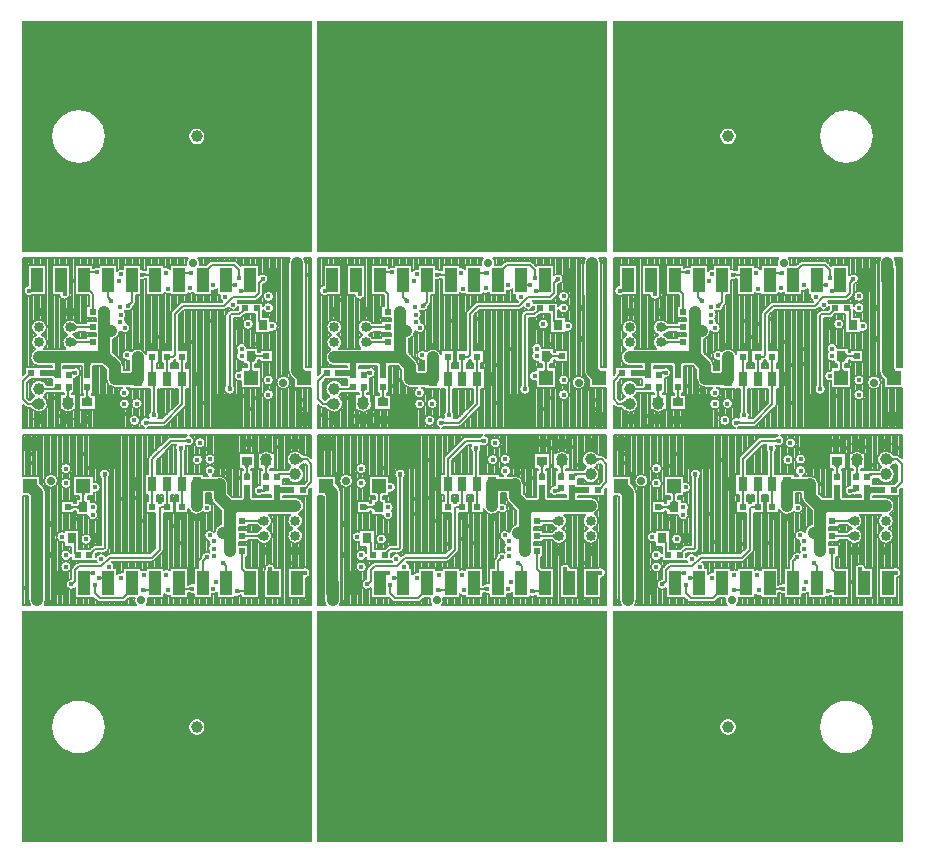
<source format=gtl>
G04*
G04 #@! TF.GenerationSoftware,Altium Limited,Altium Designer,21.1.0 (24)*
G04*
G04 Layer_Physical_Order=1*
G04 Layer_Color=255*
%FSLAX25Y25*%
%MOIN*%
G70*
G04*
G04 #@! TF.SameCoordinates,E17B2B31-19E6-4FC6-9C55-F749E7A6AAE1*
G04*
G04*
G04 #@! TF.FilePolarity,Positive*
G04*
G01*
G75*
%ADD10C,0.03937*%
%ADD11C,0.00787*%
%ADD12R,0.04016X0.07992*%
%ADD13R,0.02362X0.01968*%
%ADD14R,0.03150X0.03543*%
%ADD15R,0.02323X0.02165*%
%ADD16R,0.04724X0.04724*%
%ADD17R,0.08268X0.11811*%
%ADD18R,0.03150X0.05118*%
%ADD19R,0.02362X0.02165*%
%ADD20R,0.03543X0.03150*%
%ADD21R,0.01968X0.02362*%
%ADD22C,0.03937*%
%ADD23C,0.01968*%
%ADD24C,0.03347*%
%ADD25C,0.01772*%
%ADD26C,0.02756*%
G36*
X294420Y197707D02*
X197707D01*
X197707Y274733D01*
X294420D01*
Y197707D01*
D02*
G37*
G36*
X195993D02*
X99282D01*
X99282Y274733D01*
X195993D01*
X195993Y197707D01*
D02*
G37*
G36*
X97568D02*
X858D01*
Y216531D01*
X859Y216535D01*
Y274733D01*
X97568D01*
X97568Y197707D01*
D02*
G37*
G36*
X222124Y190360D02*
X222079Y190403D01*
X222032Y190442D01*
X221985Y190476D01*
X221935Y190505D01*
X221884Y190530D01*
X221832Y190551D01*
X221778Y190567D01*
X221723Y190578D01*
X221667Y190585D01*
X221609Y190587D01*
Y191374D01*
X221667Y191376D01*
X221723Y191383D01*
X221778Y191395D01*
X221832Y191411D01*
X221884Y191431D01*
X221935Y191456D01*
X221985Y191485D01*
X222032Y191519D01*
X222079Y191558D01*
X222124Y191601D01*
Y190360D01*
D02*
G37*
G36*
X123699D02*
X123654Y190403D01*
X123607Y190442D01*
X123559Y190476D01*
X123510Y190505D01*
X123459Y190530D01*
X123407Y190551D01*
X123353Y190567D01*
X123298Y190578D01*
X123242Y190585D01*
X123184Y190587D01*
Y191374D01*
X123242Y191376D01*
X123298Y191383D01*
X123353Y191395D01*
X123407Y191411D01*
X123459Y191431D01*
X123510Y191456D01*
X123559Y191485D01*
X123607Y191519D01*
X123654Y191558D01*
X123699Y191601D01*
Y190360D01*
D02*
G37*
G36*
X25274D02*
X25229Y190403D01*
X25182Y190442D01*
X25134Y190476D01*
X25085Y190505D01*
X25034Y190530D01*
X24982Y190551D01*
X24928Y190567D01*
X24873Y190578D01*
X24816Y190585D01*
X24758Y190587D01*
Y191374D01*
X24816Y191376D01*
X24873Y191383D01*
X24928Y191395D01*
X24982Y191411D01*
X25034Y191431D01*
X25085Y191456D01*
X25134Y191485D01*
X25182Y191519D01*
X25229Y191558D01*
X25274Y191601D01*
Y190360D01*
D02*
G37*
G36*
X253460Y190015D02*
X253415Y190058D01*
X253368Y190097D01*
X253320Y190131D01*
X253271Y190160D01*
X253220Y190185D01*
X253168Y190206D01*
X253114Y190221D01*
X253059Y190233D01*
X253002Y190240D01*
X252944Y190242D01*
Y191029D01*
X253002Y191031D01*
X253059Y191038D01*
X253114Y191050D01*
X253168Y191065D01*
X253220Y191086D01*
X253271Y191111D01*
X253320Y191140D01*
X253368Y191174D01*
X253415Y191212D01*
X253460Y191255D01*
Y190015D01*
D02*
G37*
G36*
X155034D02*
X154989Y190058D01*
X154943Y190097D01*
X154895Y190131D01*
X154845Y190160D01*
X154795Y190185D01*
X154742Y190206D01*
X154689Y190221D01*
X154634Y190233D01*
X154577Y190240D01*
X154519Y190242D01*
Y191029D01*
X154577Y191031D01*
X154634Y191038D01*
X154689Y191050D01*
X154742Y191065D01*
X154795Y191086D01*
X154845Y191111D01*
X154895Y191140D01*
X154943Y191174D01*
X154989Y191212D01*
X155034Y191255D01*
Y190015D01*
D02*
G37*
G36*
X56609D02*
X56564Y190058D01*
X56518Y190097D01*
X56470Y190131D01*
X56420Y190160D01*
X56370Y190185D01*
X56317Y190206D01*
X56264Y190221D01*
X56208Y190233D01*
X56152Y190240D01*
X56094Y190242D01*
Y191029D01*
X56152Y191031D01*
X56208Y191038D01*
X56264Y191050D01*
X56317Y191065D01*
X56370Y191086D01*
X56420Y191111D01*
X56470Y191140D01*
X56518Y191174D01*
X56564Y191212D01*
X56609Y191255D01*
Y190015D01*
D02*
G37*
G36*
X238415Y190715D02*
X238461Y190676D01*
X238509Y190642D01*
X238559Y190613D01*
X238610Y190588D01*
X238662Y190568D01*
X238715Y190552D01*
X238771Y190541D01*
X238827Y190534D01*
X238885Y190532D01*
Y189744D01*
X238827Y189742D01*
X238771Y189735D01*
X238715Y189724D01*
X238662Y189708D01*
X238610Y189688D01*
X238559Y189663D01*
X238509Y189633D01*
X238461Y189599D01*
X238415Y189561D01*
X238370Y189518D01*
Y190758D01*
X238415Y190715D01*
D02*
G37*
G36*
X139990D02*
X140036Y190676D01*
X140084Y190642D01*
X140134Y190613D01*
X140184Y190588D01*
X140237Y190568D01*
X140290Y190552D01*
X140345Y190541D01*
X140402Y190534D01*
X140460Y190532D01*
Y189744D01*
X140402Y189742D01*
X140345Y189735D01*
X140290Y189724D01*
X140237Y189708D01*
X140184Y189688D01*
X140134Y189663D01*
X140084Y189633D01*
X140036Y189599D01*
X139990Y189561D01*
X139945Y189518D01*
Y190758D01*
X139990Y190715D01*
D02*
G37*
G36*
X41564D02*
X41611Y190676D01*
X41659Y190642D01*
X41708Y190613D01*
X41759Y190588D01*
X41811Y190568D01*
X41865Y190552D01*
X41920Y190541D01*
X41977Y190534D01*
X42035Y190532D01*
Y189744D01*
X41977Y189742D01*
X41920Y189735D01*
X41865Y189724D01*
X41811Y189708D01*
X41759Y189688D01*
X41708Y189663D01*
X41659Y189633D01*
X41611Y189599D01*
X41564Y189561D01*
X41519Y189518D01*
Y190758D01*
X41564Y190715D01*
D02*
G37*
G36*
X277984Y187839D02*
X277922Y187838D01*
X277862Y187832D01*
X277804Y187822D01*
X277748Y187808D01*
X277694Y187790D01*
X277643Y187767D01*
X277594Y187741D01*
X277547Y187710D01*
X277502Y187674D01*
X277460Y187635D01*
X276903Y188192D01*
X276942Y188234D01*
X276977Y188279D01*
X277008Y188326D01*
X277035Y188375D01*
X277058Y188427D01*
X277076Y188480D01*
X277090Y188536D01*
X277100Y188594D01*
X277106Y188654D01*
X277107Y188716D01*
X277984Y187839D01*
D02*
G37*
G36*
X179559D02*
X179497Y187838D01*
X179436Y187832D01*
X179378Y187822D01*
X179323Y187808D01*
X179269Y187790D01*
X179218Y187767D01*
X179169Y187741D01*
X179122Y187710D01*
X179077Y187674D01*
X179034Y187635D01*
X178478Y188192D01*
X178517Y188234D01*
X178552Y188279D01*
X178583Y188326D01*
X178610Y188375D01*
X178632Y188427D01*
X178651Y188480D01*
X178665Y188536D01*
X178675Y188594D01*
X178680Y188654D01*
X178682Y188716D01*
X179559Y187839D01*
D02*
G37*
G36*
X81134D02*
X81071Y187838D01*
X81011Y187832D01*
X80953Y187822D01*
X80897Y187808D01*
X80844Y187790D01*
X80793Y187767D01*
X80743Y187741D01*
X80696Y187710D01*
X80652Y187674D01*
X80609Y187635D01*
X80052Y188192D01*
X80092Y188234D01*
X80127Y188279D01*
X80158Y188326D01*
X80185Y188375D01*
X80207Y188427D01*
X80225Y188480D01*
X80240Y188536D01*
X80250Y188594D01*
X80255Y188654D01*
X80257Y188716D01*
X81134Y187839D01*
D02*
G37*
G36*
X212286Y184673D02*
X212293Y184616D01*
X212305Y184561D01*
X212320Y184507D01*
X212341Y184455D01*
X212366Y184404D01*
X212395Y184355D01*
X212429Y184307D01*
X212468Y184260D01*
X212511Y184215D01*
X211270D01*
X211314Y184260D01*
X211352Y184307D01*
X211386Y184355D01*
X211415Y184404D01*
X211440Y184455D01*
X211461Y184507D01*
X211476Y184561D01*
X211488Y184616D01*
X211495Y184673D01*
X211497Y184731D01*
X212284D01*
X212286Y184673D01*
D02*
G37*
G36*
X113861D02*
X113868Y184616D01*
X113879Y184561D01*
X113895Y184507D01*
X113916Y184455D01*
X113941Y184404D01*
X113970Y184355D01*
X114004Y184307D01*
X114042Y184260D01*
X114085Y184215D01*
X112845D01*
X112888Y184260D01*
X112927Y184307D01*
X112961Y184355D01*
X112990Y184404D01*
X113015Y184455D01*
X113035Y184507D01*
X113051Y184561D01*
X113063Y184616D01*
X113069Y184673D01*
X113072Y184731D01*
X113859D01*
X113861Y184673D01*
D02*
G37*
G36*
X15436D02*
X15443Y184616D01*
X15454Y184561D01*
X15470Y184507D01*
X15491Y184455D01*
X15515Y184404D01*
X15545Y184355D01*
X15579Y184307D01*
X15617Y184260D01*
X15660Y184215D01*
X14420D01*
X14463Y184260D01*
X14502Y184307D01*
X14536Y184355D01*
X14565Y184404D01*
X14590Y184455D01*
X14610Y184507D01*
X14626Y184561D01*
X14637Y184616D01*
X14644Y184673D01*
X14647Y184731D01*
X15434D01*
X15436Y184673D01*
D02*
G37*
G36*
X200797Y185380D02*
X200843Y185342D01*
X200891Y185308D01*
X200940Y185278D01*
X200991Y185253D01*
X201044Y185233D01*
X201097Y185217D01*
X201152Y185206D01*
X201209Y185199D01*
X201267Y185197D01*
Y184409D01*
X201209Y184407D01*
X201152Y184400D01*
X201097Y184389D01*
X201044Y184373D01*
X200991Y184353D01*
X200940Y184328D01*
X200891Y184299D01*
X200843Y184265D01*
X200797Y184226D01*
X200751Y184183D01*
Y185423D01*
X200797Y185380D01*
D02*
G37*
G36*
X102371D02*
X102418Y185342D01*
X102466Y185308D01*
X102515Y185278D01*
X102566Y185253D01*
X102618Y185233D01*
X102672Y185217D01*
X102727Y185206D01*
X102784Y185199D01*
X102842Y185197D01*
Y184409D01*
X102784Y184407D01*
X102727Y184400D01*
X102672Y184389D01*
X102618Y184373D01*
X102566Y184353D01*
X102515Y184328D01*
X102466Y184299D01*
X102418Y184265D01*
X102371Y184226D01*
X102326Y184183D01*
Y185423D01*
X102371Y185380D01*
D02*
G37*
G36*
X3946D02*
X3993Y185342D01*
X4041Y185308D01*
X4090Y185278D01*
X4141Y185253D01*
X4193Y185233D01*
X4247Y185217D01*
X4302Y185206D01*
X4358Y185199D01*
X4416Y185197D01*
Y184409D01*
X4358Y184407D01*
X4302Y184400D01*
X4247Y184389D01*
X4193Y184373D01*
X4141Y184353D01*
X4090Y184328D01*
X4041Y184299D01*
X3993Y184265D01*
X3946Y184226D01*
X3901Y184183D01*
Y185423D01*
X3946Y185380D01*
D02*
G37*
G36*
X226951Y182488D02*
X226996Y182452D01*
X227043Y182422D01*
X227092Y182395D01*
X227143Y182372D01*
X227197Y182354D01*
X227253Y182340D01*
X227310Y182330D01*
X227371Y182324D01*
X227433Y182323D01*
X226556Y181446D01*
X226554Y181508D01*
X226549Y181568D01*
X226539Y181626D01*
X226525Y181682D01*
X226506Y181736D01*
X226484Y181787D01*
X226457Y181836D01*
X226426Y181883D01*
X226391Y181928D01*
X226352Y181970D01*
X226908Y182527D01*
X226951Y182488D01*
D02*
G37*
G36*
X128526D02*
X128571Y182452D01*
X128618Y182422D01*
X128667Y182395D01*
X128718Y182372D01*
X128772Y182354D01*
X128827Y182340D01*
X128885Y182330D01*
X128945Y182324D01*
X129008Y182323D01*
X128131Y181446D01*
X128129Y181508D01*
X128124Y181568D01*
X128114Y181626D01*
X128100Y181682D01*
X128081Y181736D01*
X128059Y181787D01*
X128032Y181836D01*
X128001Y181883D01*
X127966Y181928D01*
X127927Y181970D01*
X128483Y182527D01*
X128526Y182488D01*
D02*
G37*
G36*
X30101D02*
X30145Y182452D01*
X30192Y182422D01*
X30242Y182395D01*
X30293Y182372D01*
X30346Y182354D01*
X30402Y182340D01*
X30460Y182330D01*
X30520Y182324D01*
X30582Y182323D01*
X29706Y181446D01*
X29704Y181508D01*
X29698Y181568D01*
X29689Y181626D01*
X29674Y181682D01*
X29656Y181736D01*
X29634Y181787D01*
X29607Y181836D01*
X29576Y181883D01*
X29541Y181928D01*
X29501Y181970D01*
X30058Y182527D01*
X30101Y182488D01*
D02*
G37*
G36*
X234034Y180283D02*
X233995Y180241D01*
X233959Y180196D01*
X233928Y180149D01*
X233902Y180100D01*
X233879Y180048D01*
X233861Y179995D01*
X233847Y179939D01*
X233837Y179881D01*
X233831Y179821D01*
X233830Y179759D01*
X232953Y180636D01*
X233015Y180637D01*
X233075Y180643D01*
X233133Y180653D01*
X233189Y180667D01*
X233242Y180685D01*
X233294Y180708D01*
X233343Y180735D01*
X233390Y180765D01*
X233435Y180801D01*
X233477Y180840D01*
X234034Y180283D01*
D02*
G37*
G36*
X135609D02*
X135569Y180241D01*
X135534Y180196D01*
X135503Y180149D01*
X135477Y180100D01*
X135454Y180048D01*
X135436Y179995D01*
X135422Y179939D01*
X135412Y179881D01*
X135406Y179821D01*
X135405Y179759D01*
X134528Y180636D01*
X134590Y180637D01*
X134650Y180643D01*
X134708Y180653D01*
X134764Y180667D01*
X134817Y180685D01*
X134869Y180708D01*
X134918Y180735D01*
X134965Y180765D01*
X135009Y180801D01*
X135052Y180840D01*
X135609Y180283D01*
D02*
G37*
G36*
X37184D02*
X37144Y180241D01*
X37109Y180196D01*
X37078Y180149D01*
X37051Y180100D01*
X37029Y180048D01*
X37010Y179995D01*
X36996Y179939D01*
X36987Y179881D01*
X36981Y179821D01*
X36979Y179759D01*
X36102Y180636D01*
X36165Y180637D01*
X36225Y180643D01*
X36283Y180653D01*
X36338Y180667D01*
X36392Y180685D01*
X36443Y180708D01*
X36492Y180735D01*
X36539Y180765D01*
X36584Y180801D01*
X36627Y180840D01*
X37184Y180283D01*
D02*
G37*
G36*
X215123Y173568D02*
X215517Y173218D01*
X215632Y173132D01*
X215737Y173062D01*
X215835Y173008D01*
X215924Y172969D01*
X216004Y172946D01*
X216076Y172938D01*
Y172151D01*
X216004Y172143D01*
X215924Y172119D01*
X215835Y172081D01*
X215737Y172026D01*
X215632Y171956D01*
X215517Y171871D01*
X215263Y171653D01*
X214975Y171373D01*
Y173715D01*
X215123Y173568D01*
D02*
G37*
G36*
X116698D02*
X117092Y173218D01*
X117206Y173132D01*
X117312Y173062D01*
X117409Y173008D01*
X117498Y172969D01*
X117579Y172946D01*
X117651Y172938D01*
Y172151D01*
X117579Y172143D01*
X117498Y172119D01*
X117409Y172081D01*
X117312Y172026D01*
X117206Y171956D01*
X117092Y171871D01*
X116838Y171653D01*
X116550Y171373D01*
Y173715D01*
X116698Y173568D01*
D02*
G37*
G36*
X18273D02*
X18667Y173218D01*
X18781Y173132D01*
X18887Y173062D01*
X18984Y173008D01*
X19073Y172969D01*
X19153Y172946D01*
X19226Y172938D01*
Y172151D01*
X19153Y172143D01*
X19073Y172119D01*
X18984Y172081D01*
X18887Y172026D01*
X18781Y171956D01*
X18667Y171871D01*
X18413Y171653D01*
X18125Y171373D01*
Y173715D01*
X18273Y173568D01*
D02*
G37*
G36*
X215123Y168568D02*
X215517Y168218D01*
X215632Y168132D01*
X215737Y168062D01*
X215835Y168008D01*
X215924Y167969D01*
X216004Y167946D01*
X216076Y167938D01*
Y167151D01*
X216004Y167143D01*
X215924Y167120D01*
X215835Y167081D01*
X215737Y167026D01*
X215632Y166956D01*
X215517Y166871D01*
X215263Y166653D01*
X214975Y166373D01*
Y168716D01*
X215123Y168568D01*
D02*
G37*
G36*
X116698D02*
X117092Y168218D01*
X117206Y168132D01*
X117312Y168062D01*
X117409Y168008D01*
X117498Y167969D01*
X117579Y167946D01*
X117651Y167938D01*
Y167151D01*
X117579Y167143D01*
X117498Y167120D01*
X117409Y167081D01*
X117312Y167026D01*
X117206Y166956D01*
X117092Y166871D01*
X116838Y166653D01*
X116550Y166373D01*
Y168716D01*
X116698Y168568D01*
D02*
G37*
G36*
X18273D02*
X18667Y168218D01*
X18781Y168132D01*
X18887Y168062D01*
X18984Y168008D01*
X19073Y167969D01*
X19153Y167946D01*
X19226Y167938D01*
Y167151D01*
X19153Y167143D01*
X19073Y167120D01*
X18984Y167081D01*
X18887Y167026D01*
X18781Y166956D01*
X18667Y166871D01*
X18413Y166653D01*
X18125Y166373D01*
Y168716D01*
X18273Y168568D01*
D02*
G37*
G36*
X214722Y156860D02*
X214677Y156903D01*
X214631Y156942D01*
X214583Y156976D01*
X214534Y157005D01*
X214483Y157030D01*
X214430Y157050D01*
X214377Y157066D01*
X214322Y157078D01*
X214265Y157084D01*
X214207Y157087D01*
Y157874D01*
X214265Y157876D01*
X214322Y157883D01*
X214377Y157894D01*
X214430Y157910D01*
X214483Y157931D01*
X214534Y157956D01*
X214583Y157985D01*
X214631Y158019D01*
X214677Y158057D01*
X214722Y158100D01*
Y156860D01*
D02*
G37*
G36*
X116297D02*
X116252Y156903D01*
X116206Y156942D01*
X116158Y156976D01*
X116108Y157005D01*
X116058Y157030D01*
X116005Y157050D01*
X115952Y157066D01*
X115897Y157078D01*
X115840Y157084D01*
X115782Y157087D01*
Y157874D01*
X115840Y157876D01*
X115897Y157883D01*
X115952Y157894D01*
X116005Y157910D01*
X116058Y157931D01*
X116108Y157956D01*
X116158Y157985D01*
X116206Y158019D01*
X116252Y158057D01*
X116297Y158100D01*
Y156860D01*
D02*
G37*
G36*
X17872D02*
X17827Y156903D01*
X17781Y156942D01*
X17733Y156976D01*
X17683Y157005D01*
X17632Y157030D01*
X17580Y157050D01*
X17526Y157066D01*
X17471Y157078D01*
X17415Y157084D01*
X17357Y157087D01*
Y157874D01*
X17415Y157876D01*
X17471Y157883D01*
X17526Y157894D01*
X17580Y157910D01*
X17632Y157931D01*
X17683Y157956D01*
X17733Y157985D01*
X17781Y158019D01*
X17827Y158057D01*
X17872Y158100D01*
Y156860D01*
D02*
G37*
G36*
X267267Y153041D02*
X267274Y152984D01*
X267285Y152929D01*
X267301Y152876D01*
X267321Y152823D01*
X267346Y152773D01*
X267375Y152723D01*
X267409Y152675D01*
X267448Y152629D01*
X267491Y152584D01*
X266251D01*
X266294Y152629D01*
X266332Y152675D01*
X266366Y152723D01*
X266396Y152773D01*
X266421Y152823D01*
X266441Y152876D01*
X266457Y152929D01*
X266468Y152984D01*
X266475Y153041D01*
X266477Y153099D01*
X267265D01*
X267267Y153041D01*
D02*
G37*
G36*
X168842D02*
X168848Y152984D01*
X168860Y152929D01*
X168876Y152876D01*
X168896Y152823D01*
X168921Y152773D01*
X168950Y152723D01*
X168984Y152675D01*
X169023Y152629D01*
X169066Y152584D01*
X167826D01*
X167869Y152629D01*
X167907Y152675D01*
X167941Y152723D01*
X167971Y152773D01*
X167995Y152823D01*
X168016Y152876D01*
X168032Y152929D01*
X168043Y152984D01*
X168050Y153041D01*
X168052Y153099D01*
X168839D01*
X168842Y153041D01*
D02*
G37*
G36*
X70416D02*
X70423Y152984D01*
X70435Y152929D01*
X70450Y152876D01*
X70471Y152823D01*
X70496Y152773D01*
X70525Y152723D01*
X70559Y152675D01*
X70598Y152629D01*
X70641Y152584D01*
X69400D01*
X69443Y152629D01*
X69482Y152675D01*
X69516Y152723D01*
X69545Y152773D01*
X69570Y152823D01*
X69591Y152876D01*
X69606Y152929D01*
X69618Y152984D01*
X69625Y153041D01*
X69627Y153099D01*
X70414D01*
X70416Y153041D01*
D02*
G37*
G36*
X213397Y149714D02*
X213426Y149626D01*
X213475Y149526D01*
X213544Y149414D01*
X213633Y149289D01*
X213869Y149002D01*
X214184Y148666D01*
X214371Y148479D01*
X211615D01*
X211802Y148666D01*
X212353Y149289D01*
X212442Y149414D01*
X212511Y149526D01*
X212560Y149626D01*
X212590Y149714D01*
X212599Y149789D01*
X213387D01*
X213397Y149714D01*
D02*
G37*
G36*
X114971D02*
X115001Y149626D01*
X115050Y149526D01*
X115119Y149414D01*
X115208Y149289D01*
X115444Y149002D01*
X115759Y148666D01*
X115946Y148479D01*
X113190D01*
X113377Y148666D01*
X113928Y149289D01*
X114017Y149414D01*
X114086Y149526D01*
X114135Y149626D01*
X114164Y149714D01*
X114174Y149789D01*
X114962D01*
X114971Y149714D01*
D02*
G37*
G36*
X16546D02*
X16576Y149626D01*
X16625Y149526D01*
X16694Y149414D01*
X16782Y149289D01*
X17019Y149002D01*
X17334Y148666D01*
X17521Y148479D01*
X14765D01*
X14952Y148666D01*
X15503Y149289D01*
X15592Y149414D01*
X15660Y149526D01*
X15710Y149626D01*
X15739Y149714D01*
X15749Y149789D01*
X16536D01*
X16546Y149714D01*
D02*
G37*
G36*
X201941Y145695D02*
X201755Y145882D01*
X201132Y146433D01*
X201007Y146522D01*
X200894Y146591D01*
X200794Y146640D01*
X200706Y146670D01*
X200631Y146679D01*
X200631Y147467D01*
X200706Y147477D01*
X200794Y147506D01*
X200894Y147555D01*
X201007Y147624D01*
X201132Y147713D01*
X201418Y147949D01*
X201755Y148264D01*
X201941Y148451D01*
X201941Y145695D01*
D02*
G37*
G36*
X103516D02*
X103330Y145882D01*
X102706Y146433D01*
X102581Y146522D01*
X102469Y146591D01*
X102369Y146640D01*
X102281Y146670D01*
X102206Y146679D01*
X102206Y147467D01*
X102281Y147477D01*
X102369Y147506D01*
X102469Y147555D01*
X102581Y147624D01*
X102706Y147713D01*
X102993Y147949D01*
X103330Y148264D01*
X103516Y148451D01*
X103516Y145695D01*
D02*
G37*
G36*
X5091D02*
X4904Y145882D01*
X4281Y146433D01*
X4156Y146522D01*
X4044Y146591D01*
X3944Y146640D01*
X3856Y146670D01*
X3781Y146679D01*
X3781Y147467D01*
X3856Y147477D01*
X3944Y147506D01*
X4044Y147555D01*
X4156Y147624D01*
X4281Y147713D01*
X4568Y147949D01*
X4904Y148264D01*
X5091Y148451D01*
X5091Y145695D01*
D02*
G37*
G36*
X241972Y144318D02*
X241978Y144262D01*
X241990Y144207D01*
X242005Y144153D01*
X242026Y144101D01*
X242051Y144050D01*
X242080Y144000D01*
X242114Y143953D01*
X242153Y143906D01*
X242196Y143861D01*
X240955D01*
X240999Y143906D01*
X241037Y143953D01*
X241071Y144000D01*
X241100Y144050D01*
X241125Y144101D01*
X241146Y144153D01*
X241161Y144207D01*
X241173Y144262D01*
X241180Y144318D01*
X241182Y144376D01*
X241969D01*
X241972Y144318D01*
D02*
G37*
G36*
X143546D02*
X143553Y144262D01*
X143564Y144207D01*
X143580Y144153D01*
X143601Y144101D01*
X143626Y144050D01*
X143655Y144000D01*
X143689Y143953D01*
X143728Y143906D01*
X143771Y143861D01*
X142530D01*
X142573Y143906D01*
X142612Y143953D01*
X142646Y144000D01*
X142675Y144050D01*
X142700Y144101D01*
X142720Y144153D01*
X142736Y144207D01*
X142748Y144262D01*
X142754Y144318D01*
X142757Y144376D01*
X143544D01*
X143546Y144318D01*
D02*
G37*
G36*
X45121D02*
X45128Y144262D01*
X45139Y144207D01*
X45155Y144153D01*
X45175Y144101D01*
X45200Y144050D01*
X45230Y144000D01*
X45264Y143953D01*
X45302Y143906D01*
X45345Y143861D01*
X44105D01*
X44148Y143906D01*
X44187Y143953D01*
X44221Y144000D01*
X44250Y144050D01*
X44275Y144101D01*
X44295Y144153D01*
X44311Y144207D01*
X44322Y144262D01*
X44329Y144318D01*
X44331Y144376D01*
X45119D01*
X45121Y144318D01*
D02*
G37*
G36*
X239576Y141404D02*
X239623Y141365D01*
X239671Y141331D01*
X239720Y141302D01*
X239771Y141277D01*
X239823Y141257D01*
X239877Y141241D01*
X239932Y141229D01*
X239988Y141223D01*
X240046Y141220D01*
Y140433D01*
X239988Y140431D01*
X239932Y140424D01*
X239877Y140413D01*
X239823Y140397D01*
X239771Y140376D01*
X239720Y140352D01*
X239671Y140322D01*
X239623Y140288D01*
X239576Y140250D01*
X239531Y140207D01*
Y141447D01*
X239576Y141404D01*
D02*
G37*
G36*
X141151D02*
X141198Y141365D01*
X141245Y141331D01*
X141295Y141302D01*
X141346Y141277D01*
X141398Y141257D01*
X141452Y141241D01*
X141507Y141229D01*
X141563Y141223D01*
X141621Y141220D01*
Y140433D01*
X141563Y140431D01*
X141507Y140424D01*
X141452Y140413D01*
X141398Y140397D01*
X141346Y140376D01*
X141295Y140352D01*
X141245Y140322D01*
X141198Y140288D01*
X141151Y140250D01*
X141106Y140207D01*
Y141447D01*
X141151Y141404D01*
D02*
G37*
G36*
X42726D02*
X42772Y141365D01*
X42820Y141331D01*
X42870Y141302D01*
X42920Y141277D01*
X42973Y141257D01*
X43026Y141241D01*
X43081Y141229D01*
X43138Y141223D01*
X43196Y141220D01*
Y140433D01*
X43138Y140431D01*
X43081Y140424D01*
X43026Y140413D01*
X42973Y140397D01*
X42920Y140376D01*
X42870Y140352D01*
X42820Y140322D01*
X42772Y140288D01*
X42726Y140250D01*
X42681Y140207D01*
Y141447D01*
X42726Y141404D01*
D02*
G37*
G36*
X252596Y134144D02*
X252551Y134187D01*
X252505Y134225D01*
X252457Y134259D01*
X252408Y134289D01*
X252357Y134313D01*
X252305Y134334D01*
X252251Y134350D01*
X252196Y134361D01*
X252139Y134368D01*
X252081Y134370D01*
Y135158D01*
X252139Y135160D01*
X252196Y135167D01*
X252251Y135178D01*
X252305Y135194D01*
X252357Y135214D01*
X252408Y135239D01*
X252457Y135268D01*
X252505Y135302D01*
X252551Y135341D01*
X252596Y135384D01*
Y134144D01*
D02*
G37*
G36*
X154171D02*
X154126Y134187D01*
X154080Y134225D01*
X154032Y134259D01*
X153982Y134289D01*
X153931Y134313D01*
X153879Y134334D01*
X153826Y134350D01*
X153770Y134361D01*
X153714Y134368D01*
X153656Y134370D01*
Y135158D01*
X153714Y135160D01*
X153770Y135167D01*
X153826Y135178D01*
X153879Y135194D01*
X153931Y135214D01*
X153982Y135239D01*
X154032Y135268D01*
X154080Y135302D01*
X154126Y135341D01*
X154171Y135384D01*
Y134144D01*
D02*
G37*
G36*
X55746D02*
X55701Y134187D01*
X55655Y134225D01*
X55607Y134259D01*
X55557Y134289D01*
X55506Y134313D01*
X55454Y134334D01*
X55400Y134350D01*
X55345Y134361D01*
X55289Y134368D01*
X55231Y134370D01*
Y135158D01*
X55289Y135160D01*
X55345Y135167D01*
X55400Y135178D01*
X55454Y135194D01*
X55506Y135214D01*
X55557Y135239D01*
X55607Y135268D01*
X55655Y135302D01*
X55701Y135341D01*
X55746Y135384D01*
Y134144D01*
D02*
G37*
G36*
X251129Y131685D02*
X251091Y131638D01*
X251057Y131590D01*
X251027Y131541D01*
X251002Y131490D01*
X250982Y131438D01*
X250966Y131384D01*
X250955Y131329D01*
X250948Y131272D01*
X250946Y131214D01*
X250158D01*
X250156Y131272D01*
X250149Y131329D01*
X250138Y131384D01*
X250122Y131438D01*
X250102Y131490D01*
X250077Y131541D01*
X250047Y131590D01*
X250013Y131638D01*
X249975Y131685D01*
X249932Y131730D01*
X251172D01*
X251129Y131685D01*
D02*
G37*
G36*
X152704D02*
X152665Y131638D01*
X152631Y131590D01*
X152602Y131541D01*
X152577Y131490D01*
X152557Y131438D01*
X152541Y131384D01*
X152530Y131329D01*
X152523Y131272D01*
X152520Y131214D01*
X151733D01*
X151731Y131272D01*
X151724Y131329D01*
X151713Y131384D01*
X151697Y131438D01*
X151676Y131490D01*
X151652Y131541D01*
X151622Y131590D01*
X151588Y131638D01*
X151550Y131685D01*
X151507Y131730D01*
X152747D01*
X152704Y131685D01*
D02*
G37*
G36*
X54279D02*
X54240Y131638D01*
X54206Y131590D01*
X54177Y131541D01*
X54152Y131490D01*
X54132Y131438D01*
X54116Y131384D01*
X54104Y131329D01*
X54097Y131272D01*
X54095Y131214D01*
X53308D01*
X53306Y131272D01*
X53299Y131329D01*
X53288Y131384D01*
X53272Y131438D01*
X53251Y131490D01*
X53226Y131541D01*
X53197Y131590D01*
X53163Y131638D01*
X53124Y131685D01*
X53082Y131730D01*
X54322D01*
X54279Y131685D01*
D02*
G37*
G36*
X290373Y129708D02*
X290996Y129157D01*
X291121Y129069D01*
X291233Y129000D01*
X291333Y128950D01*
X291421Y128921D01*
X291496Y128911D01*
X291496Y128124D01*
X291421Y128114D01*
X291333Y128084D01*
X291233Y128035D01*
X291121Y127966D01*
X290996Y127878D01*
X290709Y127641D01*
X290373Y127326D01*
X290186Y127139D01*
X290186Y129895D01*
X290373Y129708D01*
D02*
G37*
G36*
X191948D02*
X192571Y129157D01*
X192696Y129069D01*
X192808Y129000D01*
X192908Y128950D01*
X192996Y128921D01*
X193071Y128911D01*
X193071Y128124D01*
X192996Y128114D01*
X192908Y128084D01*
X192808Y128035D01*
X192696Y127966D01*
X192571Y127878D01*
X192284Y127641D01*
X191948Y127326D01*
X191761Y127139D01*
X191761Y129895D01*
X191948Y129708D01*
D02*
G37*
G36*
X93523D02*
X94146Y129157D01*
X94270Y129069D01*
X94383Y129000D01*
X94483Y128950D01*
X94571Y128921D01*
X94646Y128911D01*
X94646Y128124D01*
X94571Y128114D01*
X94483Y128084D01*
X94383Y128035D01*
X94270Y127966D01*
X94146Y127878D01*
X93859Y127641D01*
X93523Y127326D01*
X93336Y127139D01*
X93336Y129895D01*
X93523Y129708D01*
D02*
G37*
G36*
X280325Y126925D02*
X279774Y126302D01*
X279686Y126177D01*
X279617Y126064D01*
X279568Y125964D01*
X279538Y125876D01*
X279528Y125801D01*
X278741D01*
X278731Y125876D01*
X278701Y125964D01*
X278652Y126064D01*
X278583Y126177D01*
X278495Y126302D01*
X278258Y126588D01*
X277943Y126925D01*
X277757Y127111D01*
X280512D01*
X280325Y126925D01*
D02*
G37*
G36*
X181900D02*
X181349Y126302D01*
X181260Y126177D01*
X181192Y126064D01*
X181142Y125964D01*
X181113Y125876D01*
X181103Y125801D01*
X180316D01*
X180306Y125876D01*
X180276Y125964D01*
X180227Y126064D01*
X180158Y126177D01*
X180069Y126302D01*
X179833Y126588D01*
X179518Y126925D01*
X179331Y127111D01*
X182087D01*
X181900Y126925D01*
D02*
G37*
G36*
X83475D02*
X82924Y126302D01*
X82835Y126177D01*
X82766Y126064D01*
X82717Y125964D01*
X82688Y125876D01*
X82678Y125801D01*
X81890D01*
X81880Y125876D01*
X81851Y125964D01*
X81802Y126064D01*
X81733Y126177D01*
X81644Y126302D01*
X81408Y126588D01*
X81093Y126925D01*
X80906Y127111D01*
X83662D01*
X83475Y126925D01*
D02*
G37*
G36*
X225834Y122962D02*
X225795Y122915D01*
X225761Y122867D01*
X225732Y122818D01*
X225707Y122767D01*
X225687Y122715D01*
X225671Y122661D01*
X225659Y122606D01*
X225653Y122549D01*
X225650Y122492D01*
X224863D01*
X224861Y122549D01*
X224854Y122606D01*
X224843Y122661D01*
X224827Y122715D01*
X224806Y122767D01*
X224781Y122818D01*
X224752Y122867D01*
X224718Y122915D01*
X224680Y122962D01*
X224637Y123007D01*
X225877D01*
X225834Y122962D01*
D02*
G37*
G36*
X127409D02*
X127370Y122915D01*
X127336Y122867D01*
X127307Y122818D01*
X127282Y122767D01*
X127261Y122715D01*
X127245Y122661D01*
X127234Y122606D01*
X127227Y122549D01*
X127225Y122492D01*
X126438D01*
X126435Y122549D01*
X126429Y122606D01*
X126417Y122661D01*
X126401Y122715D01*
X126381Y122767D01*
X126356Y122818D01*
X126327Y122867D01*
X126293Y122915D01*
X126254Y122962D01*
X126211Y123007D01*
X127452D01*
X127409Y122962D01*
D02*
G37*
G36*
X28983D02*
X28945Y122915D01*
X28911Y122867D01*
X28881Y122818D01*
X28857Y122767D01*
X28836Y122715D01*
X28820Y122661D01*
X28809Y122606D01*
X28802Y122549D01*
X28800Y122492D01*
X28013D01*
X28010Y122549D01*
X28003Y122606D01*
X27992Y122661D01*
X27976Y122715D01*
X27956Y122767D01*
X27931Y122818D01*
X27902Y122867D01*
X27868Y122915D01*
X27829Y122962D01*
X27786Y123007D01*
X29026D01*
X28983Y122962D01*
D02*
G37*
G36*
X277450Y118687D02*
X277497Y118649D01*
X277545Y118615D01*
X277594Y118585D01*
X277645Y118561D01*
X277697Y118540D01*
X277751Y118524D01*
X277806Y118513D01*
X277862Y118506D01*
X277920Y118504D01*
Y117717D01*
X277862Y117714D01*
X277806Y117708D01*
X277751Y117696D01*
X277697Y117680D01*
X277645Y117660D01*
X277594Y117635D01*
X277545Y117606D01*
X277497Y117572D01*
X277450Y117533D01*
X277405Y117490D01*
Y118730D01*
X277450Y118687D01*
D02*
G37*
G36*
X179025D02*
X179071Y118649D01*
X179119Y118615D01*
X179169Y118585D01*
X179220Y118561D01*
X179272Y118540D01*
X179325Y118524D01*
X179381Y118513D01*
X179437Y118506D01*
X179495Y118504D01*
Y117717D01*
X179437Y117714D01*
X179381Y117708D01*
X179325Y117696D01*
X179272Y117680D01*
X179220Y117660D01*
X179169Y117635D01*
X179119Y117606D01*
X179071Y117572D01*
X179025Y117533D01*
X178980Y117490D01*
Y118730D01*
X179025Y118687D01*
D02*
G37*
G36*
X80600D02*
X80646Y118649D01*
X80694Y118615D01*
X80744Y118585D01*
X80794Y118561D01*
X80847Y118540D01*
X80900Y118524D01*
X80955Y118513D01*
X81012Y118506D01*
X81070Y118504D01*
Y117717D01*
X81012Y117714D01*
X80955Y117708D01*
X80900Y117696D01*
X80847Y117680D01*
X80794Y117660D01*
X80744Y117635D01*
X80694Y117606D01*
X80646Y117572D01*
X80600Y117533D01*
X80555Y117490D01*
Y118730D01*
X80600Y118687D01*
D02*
G37*
G36*
X277152Y106875D02*
X277004Y107023D01*
X276610Y107373D01*
X276496Y107458D01*
X276390Y107528D01*
X276293Y107583D01*
X276204Y107622D01*
X276124Y107645D01*
X276052Y107653D01*
Y108440D01*
X276124Y108448D01*
X276204Y108471D01*
X276293Y108510D01*
X276390Y108564D01*
X276496Y108634D01*
X276610Y108720D01*
X276864Y108938D01*
X277152Y109218D01*
Y106875D01*
D02*
G37*
G36*
X178727D02*
X178579Y107023D01*
X178185Y107373D01*
X178071Y107458D01*
X177965Y107528D01*
X177868Y107583D01*
X177779Y107622D01*
X177698Y107645D01*
X177627Y107653D01*
Y108440D01*
X177698Y108448D01*
X177779Y108471D01*
X177868Y108510D01*
X177965Y108564D01*
X178071Y108634D01*
X178185Y108720D01*
X178439Y108938D01*
X178727Y109218D01*
Y106875D01*
D02*
G37*
G36*
X80302D02*
X80154Y107023D01*
X79760Y107373D01*
X79646Y107458D01*
X79540Y107528D01*
X79443Y107583D01*
X79354Y107622D01*
X79273Y107645D01*
X79201Y107653D01*
Y108440D01*
X79273Y108448D01*
X79354Y108471D01*
X79443Y108510D01*
X79540Y108564D01*
X79646Y108634D01*
X79760Y108720D01*
X80014Y108938D01*
X80302Y109218D01*
Y106875D01*
D02*
G37*
G36*
X277152Y101875D02*
X277004Y102023D01*
X276610Y102373D01*
X276496Y102458D01*
X276390Y102528D01*
X276293Y102583D01*
X276204Y102621D01*
X276124Y102645D01*
X276052Y102653D01*
Y103440D01*
X276124Y103448D01*
X276204Y103471D01*
X276293Y103510D01*
X276390Y103564D01*
X276496Y103634D01*
X276610Y103720D01*
X276864Y103938D01*
X277152Y104218D01*
Y101875D01*
D02*
G37*
G36*
X178727D02*
X178579Y102023D01*
X178185Y102373D01*
X178071Y102458D01*
X177965Y102528D01*
X177868Y102583D01*
X177779Y102621D01*
X177698Y102645D01*
X177627Y102653D01*
Y103440D01*
X177698Y103448D01*
X177779Y103471D01*
X177868Y103510D01*
X177965Y103564D01*
X178071Y103634D01*
X178185Y103720D01*
X178439Y103938D01*
X178727Y104218D01*
Y101875D01*
D02*
G37*
G36*
X80302D02*
X80154Y102023D01*
X79760Y102373D01*
X79646Y102458D01*
X79540Y102528D01*
X79443Y102583D01*
X79354Y102621D01*
X79273Y102645D01*
X79201Y102653D01*
Y103440D01*
X79273Y103448D01*
X79354Y103471D01*
X79443Y103510D01*
X79540Y103564D01*
X79646Y103634D01*
X79760Y103720D01*
X80014Y103938D01*
X80302Y104218D01*
Y101875D01*
D02*
G37*
G36*
X259175Y94955D02*
X259113Y94953D01*
X259052Y94948D01*
X258994Y94938D01*
X258939Y94924D01*
X258885Y94905D01*
X258834Y94883D01*
X258785Y94856D01*
X258738Y94825D01*
X258693Y94790D01*
X258650Y94750D01*
X258094Y95307D01*
X258133Y95350D01*
X258168Y95395D01*
X258199Y95442D01*
X258226Y95491D01*
X258248Y95542D01*
X258267Y95596D01*
X258281Y95651D01*
X258291Y95709D01*
X258296Y95769D01*
X258298Y95832D01*
X259175Y94955D01*
D02*
G37*
G36*
X160750D02*
X160687Y94953D01*
X160627Y94948D01*
X160569Y94938D01*
X160513Y94924D01*
X160460Y94905D01*
X160409Y94883D01*
X160360Y94856D01*
X160312Y94825D01*
X160268Y94790D01*
X160225Y94750D01*
X159668Y95307D01*
X159708Y95350D01*
X159743Y95395D01*
X159774Y95442D01*
X159801Y95491D01*
X159823Y95542D01*
X159842Y95596D01*
X159856Y95651D01*
X159865Y95709D01*
X159871Y95769D01*
X159873Y95832D01*
X160750Y94955D01*
D02*
G37*
G36*
X62324D02*
X62262Y94953D01*
X62202Y94948D01*
X62144Y94938D01*
X62088Y94924D01*
X62035Y94905D01*
X61983Y94883D01*
X61934Y94856D01*
X61887Y94825D01*
X61843Y94790D01*
X61800Y94750D01*
X61243Y95307D01*
X61283Y95350D01*
X61318Y95395D01*
X61349Y95442D01*
X61375Y95491D01*
X61398Y95542D01*
X61416Y95596D01*
X61430Y95651D01*
X61440Y95709D01*
X61446Y95769D01*
X61447Y95832D01*
X62324Y94955D01*
D02*
G37*
G36*
X265573Y94082D02*
X265579Y94022D01*
X265589Y93964D01*
X265603Y93909D01*
X265621Y93855D01*
X265644Y93804D01*
X265670Y93755D01*
X265701Y93708D01*
X265737Y93663D01*
X265776Y93620D01*
X265219Y93063D01*
X265177Y93103D01*
X265132Y93138D01*
X265085Y93169D01*
X265036Y93196D01*
X264984Y93218D01*
X264931Y93237D01*
X264875Y93251D01*
X264817Y93261D01*
X264757Y93266D01*
X264695Y93268D01*
X265572Y94145D01*
X265573Y94082D01*
D02*
G37*
G36*
X167148D02*
X167154Y94022D01*
X167163Y93964D01*
X167177Y93909D01*
X167196Y93855D01*
X167218Y93804D01*
X167245Y93755D01*
X167276Y93708D01*
X167311Y93663D01*
X167351Y93620D01*
X166794Y93063D01*
X166751Y93103D01*
X166707Y93138D01*
X166659Y93169D01*
X166610Y93196D01*
X166559Y93218D01*
X166506Y93237D01*
X166450Y93251D01*
X166392Y93261D01*
X166332Y93266D01*
X166270Y93268D01*
X167146Y94145D01*
X167148Y94082D01*
D02*
G37*
G36*
X68723D02*
X68728Y94022D01*
X68738Y93964D01*
X68752Y93909D01*
X68771Y93855D01*
X68793Y93804D01*
X68820Y93755D01*
X68851Y93708D01*
X68886Y93663D01*
X68925Y93620D01*
X68369Y93063D01*
X68326Y93103D01*
X68281Y93138D01*
X68234Y93169D01*
X68185Y93196D01*
X68134Y93218D01*
X68080Y93237D01*
X68025Y93251D01*
X67967Y93261D01*
X67907Y93266D01*
X67844Y93268D01*
X68721Y94145D01*
X68723Y94082D01*
D02*
G37*
G36*
X280814Y91330D02*
X280776Y91284D01*
X280742Y91236D01*
X280712Y91186D01*
X280687Y91136D01*
X280667Y91083D01*
X280651Y91030D01*
X280640Y90974D01*
X280633Y90918D01*
X280631Y90860D01*
X279843D01*
X279841Y90918D01*
X279834Y90974D01*
X279823Y91030D01*
X279807Y91083D01*
X279787Y91136D01*
X279762Y91186D01*
X279732Y91236D01*
X279698Y91284D01*
X279660Y91330D01*
X279617Y91375D01*
X280857D01*
X280814Y91330D01*
D02*
G37*
G36*
X182389D02*
X182350Y91284D01*
X182316Y91236D01*
X182287Y91186D01*
X182262Y91136D01*
X182242Y91083D01*
X182226Y91030D01*
X182214Y90974D01*
X182208Y90918D01*
X182205Y90860D01*
X181418D01*
X181416Y90918D01*
X181409Y90974D01*
X181398Y91030D01*
X181382Y91083D01*
X181361Y91136D01*
X181337Y91186D01*
X181307Y91236D01*
X181273Y91284D01*
X181235Y91330D01*
X181192Y91375D01*
X182432D01*
X182389Y91330D01*
D02*
G37*
G36*
X83964D02*
X83925Y91284D01*
X83891Y91236D01*
X83862Y91186D01*
X83837Y91136D01*
X83816Y91083D01*
X83801Y91030D01*
X83789Y90974D01*
X83783Y90918D01*
X83780Y90860D01*
X82993D01*
X82991Y90918D01*
X82984Y90974D01*
X82973Y91030D01*
X82957Y91083D01*
X82936Y91136D01*
X82911Y91186D01*
X82882Y91236D01*
X82848Y91284D01*
X82810Y91330D01*
X82766Y91375D01*
X84007D01*
X83964Y91330D01*
D02*
G37*
G36*
X291376Y90167D02*
X291331Y90210D01*
X291284Y90249D01*
X291236Y90283D01*
X291187Y90312D01*
X291136Y90337D01*
X291084Y90358D01*
X291030Y90373D01*
X290975Y90385D01*
X290919Y90391D01*
X290861Y90394D01*
Y91181D01*
X290919Y91183D01*
X290975Y91190D01*
X291030Y91202D01*
X291084Y91217D01*
X291136Y91238D01*
X291187Y91263D01*
X291236Y91292D01*
X291284Y91326D01*
X291331Y91365D01*
X291376Y91408D01*
Y90167D01*
D02*
G37*
G36*
X192951D02*
X192906Y90210D01*
X192859Y90249D01*
X192811Y90283D01*
X192762Y90312D01*
X192711Y90337D01*
X192659Y90358D01*
X192605Y90373D01*
X192550Y90385D01*
X192493Y90391D01*
X192436Y90394D01*
Y91181D01*
X192493Y91183D01*
X192550Y91190D01*
X192605Y91202D01*
X192659Y91217D01*
X192711Y91238D01*
X192762Y91263D01*
X192811Y91292D01*
X192859Y91326D01*
X192906Y91365D01*
X192951Y91408D01*
Y90167D01*
D02*
G37*
G36*
X94526D02*
X94481Y90210D01*
X94434Y90249D01*
X94386Y90283D01*
X94337Y90312D01*
X94286Y90337D01*
X94234Y90358D01*
X94180Y90373D01*
X94125Y90385D01*
X94068Y90391D01*
X94010Y90394D01*
Y91181D01*
X94068Y91183D01*
X94125Y91190D01*
X94180Y91202D01*
X94234Y91217D01*
X94286Y91238D01*
X94337Y91263D01*
X94386Y91292D01*
X94434Y91326D01*
X94481Y91365D01*
X94526Y91408D01*
Y90167D01*
D02*
G37*
G36*
X215225Y87399D02*
X215185Y87356D01*
X215150Y87311D01*
X215119Y87264D01*
X215092Y87215D01*
X215070Y87164D01*
X215052Y87110D01*
X215037Y87055D01*
X215028Y86997D01*
X215022Y86936D01*
X215020Y86874D01*
X214144Y87751D01*
X214206Y87753D01*
X214266Y87758D01*
X214324Y87768D01*
X214380Y87782D01*
X214433Y87801D01*
X214485Y87823D01*
X214534Y87850D01*
X214581Y87881D01*
X214625Y87916D01*
X214668Y87955D01*
X215225Y87399D01*
D02*
G37*
G36*
X116800D02*
X116760Y87356D01*
X116725Y87311D01*
X116694Y87264D01*
X116667Y87215D01*
X116645Y87164D01*
X116626Y87110D01*
X116612Y87055D01*
X116602Y86997D01*
X116597Y86936D01*
X116595Y86874D01*
X115718Y87751D01*
X115781Y87753D01*
X115841Y87758D01*
X115899Y87768D01*
X115954Y87782D01*
X116008Y87801D01*
X116059Y87823D01*
X116109Y87850D01*
X116155Y87881D01*
X116200Y87916D01*
X116243Y87955D01*
X116800Y87399D01*
D02*
G37*
G36*
X18374D02*
X18335Y87356D01*
X18300Y87311D01*
X18269Y87264D01*
X18242Y87215D01*
X18220Y87164D01*
X18201Y87110D01*
X18187Y87055D01*
X18177Y86997D01*
X18172Y86936D01*
X18170Y86874D01*
X17293Y87751D01*
X17356Y87753D01*
X17416Y87758D01*
X17473Y87768D01*
X17529Y87782D01*
X17583Y87801D01*
X17634Y87823D01*
X17683Y87850D01*
X17730Y87881D01*
X17775Y87916D01*
X17818Y87955D01*
X18374Y87399D01*
D02*
G37*
G36*
X253758Y84833D02*
X253713Y84876D01*
X253666Y84914D01*
X253618Y84948D01*
X253569Y84978D01*
X253518Y85002D01*
X253466Y85023D01*
X253412Y85039D01*
X253357Y85050D01*
X253300Y85057D01*
X253242Y85059D01*
Y85847D01*
X253300Y85849D01*
X253357Y85856D01*
X253412Y85867D01*
X253466Y85883D01*
X253518Y85903D01*
X253569Y85928D01*
X253618Y85957D01*
X253666Y85991D01*
X253713Y86030D01*
X253758Y86073D01*
Y84833D01*
D02*
G37*
G36*
X155333D02*
X155288Y84876D01*
X155241Y84914D01*
X155193Y84948D01*
X155144Y84978D01*
X155093Y85002D01*
X155041Y85023D01*
X154987Y85039D01*
X154932Y85050D01*
X154875Y85057D01*
X154817Y85059D01*
Y85847D01*
X154875Y85849D01*
X154932Y85856D01*
X154987Y85867D01*
X155041Y85883D01*
X155093Y85903D01*
X155144Y85928D01*
X155193Y85957D01*
X155241Y85991D01*
X155288Y86030D01*
X155333Y86073D01*
Y84833D01*
D02*
G37*
G36*
X56907D02*
X56862Y84876D01*
X56816Y84914D01*
X56768Y84948D01*
X56718Y84978D01*
X56668Y85002D01*
X56615Y85023D01*
X56562Y85039D01*
X56507Y85050D01*
X56450Y85057D01*
X56392Y85059D01*
Y85847D01*
X56450Y85849D01*
X56507Y85856D01*
X56562Y85867D01*
X56615Y85883D01*
X56668Y85903D01*
X56718Y85928D01*
X56768Y85957D01*
X56816Y85991D01*
X56862Y86030D01*
X56907Y86073D01*
Y84833D01*
D02*
G37*
G36*
X238713Y85532D02*
X238759Y85494D01*
X238808Y85460D01*
X238857Y85430D01*
X238908Y85405D01*
X238960Y85385D01*
X239014Y85369D01*
X239069Y85358D01*
X239125Y85351D01*
X239183Y85349D01*
Y84561D01*
X239125Y84559D01*
X239069Y84552D01*
X239014Y84541D01*
X238960Y84525D01*
X238908Y84505D01*
X238857Y84480D01*
X238808Y84451D01*
X238759Y84417D01*
X238713Y84378D01*
X238668Y84335D01*
Y85575D01*
X238713Y85532D01*
D02*
G37*
G36*
X140288D02*
X140334Y85494D01*
X140382Y85460D01*
X140432Y85430D01*
X140482Y85405D01*
X140535Y85385D01*
X140588Y85369D01*
X140644Y85358D01*
X140700Y85351D01*
X140758Y85349D01*
Y84561D01*
X140700Y84559D01*
X140644Y84552D01*
X140588Y84541D01*
X140535Y84525D01*
X140482Y84505D01*
X140432Y84480D01*
X140382Y84451D01*
X140334Y84417D01*
X140288Y84378D01*
X140243Y84335D01*
Y85575D01*
X140288Y85532D01*
D02*
G37*
G36*
X41863D02*
X41909Y85494D01*
X41957Y85460D01*
X42006Y85430D01*
X42057Y85405D01*
X42110Y85385D01*
X42163Y85369D01*
X42218Y85358D01*
X42275Y85351D01*
X42333Y85349D01*
Y84561D01*
X42275Y84559D01*
X42218Y84552D01*
X42163Y84541D01*
X42110Y84525D01*
X42057Y84505D01*
X42006Y84480D01*
X41957Y84451D01*
X41909Y84417D01*
X41863Y84378D01*
X41818Y84335D01*
Y85575D01*
X41863Y85532D01*
D02*
G37*
G36*
X270048Y85187D02*
X270095Y85149D01*
X270143Y85115D01*
X270192Y85085D01*
X270243Y85060D01*
X270295Y85040D01*
X270349Y85024D01*
X270404Y85013D01*
X270461Y85006D01*
X270519Y85004D01*
Y84216D01*
X270461Y84214D01*
X270404Y84207D01*
X270349Y84196D01*
X270295Y84180D01*
X270243Y84160D01*
X270192Y84135D01*
X270143Y84105D01*
X270095Y84071D01*
X270048Y84033D01*
X270004Y83990D01*
Y85230D01*
X270048Y85187D01*
D02*
G37*
G36*
X171623D02*
X171670Y85149D01*
X171718Y85115D01*
X171767Y85085D01*
X171818Y85060D01*
X171870Y85040D01*
X171924Y85024D01*
X171979Y85013D01*
X172036Y85006D01*
X172093Y85004D01*
Y84216D01*
X172036Y84214D01*
X171979Y84207D01*
X171924Y84196D01*
X171870Y84180D01*
X171818Y84160D01*
X171767Y84135D01*
X171718Y84105D01*
X171670Y84071D01*
X171623Y84033D01*
X171578Y83990D01*
Y85230D01*
X171623Y85187D01*
D02*
G37*
G36*
X73198D02*
X73245Y85149D01*
X73293Y85115D01*
X73342Y85085D01*
X73393Y85060D01*
X73445Y85040D01*
X73499Y85024D01*
X73554Y85013D01*
X73610Y85006D01*
X73668Y85004D01*
Y84216D01*
X73610Y84214D01*
X73554Y84207D01*
X73499Y84196D01*
X73445Y84180D01*
X73393Y84160D01*
X73342Y84135D01*
X73293Y84105D01*
X73245Y84071D01*
X73198Y84033D01*
X73153Y83990D01*
Y85230D01*
X73198Y85187D01*
D02*
G37*
G36*
X294419Y857D02*
X197707D01*
X197707Y77883D01*
X294419D01*
Y857D01*
D02*
G37*
G36*
X195993D02*
X99282D01*
X99282Y77883D01*
X195993D01*
X195993Y857D01*
D02*
G37*
G36*
X97568D02*
X858D01*
Y77883D01*
X97568D01*
X97568Y857D01*
D02*
G37*
%LPC*%
G36*
X236557Y238779D02*
X235884D01*
X235233Y238605D01*
X234649Y238268D01*
X234173Y237792D01*
X233836Y237208D01*
X233661Y236557D01*
Y235883D01*
X233836Y235233D01*
X234173Y234649D01*
X234649Y234173D01*
X235233Y233836D01*
X235884Y233661D01*
X236557D01*
X237208Y233836D01*
X237792Y234173D01*
X238268Y234649D01*
X238605Y235233D01*
X238779Y235883D01*
Y236557D01*
X238605Y237208D01*
X238268Y237792D01*
X237792Y238268D01*
X237208Y238605D01*
X236557Y238779D01*
D02*
G37*
G36*
X275590Y244977D02*
X273882Y244809D01*
X272239Y244311D01*
X270726Y243501D01*
X269399Y242412D01*
X268310Y241085D01*
X267500Y239571D01*
X267002Y237929D01*
X266834Y236220D01*
X267002Y234512D01*
X267500Y232869D01*
X268310Y231356D01*
X269399Y230029D01*
X270726Y228940D01*
X272239Y228130D01*
X273882Y227632D01*
X275590Y227464D01*
X277299Y227632D01*
X278942Y228130D01*
X280455Y228940D01*
X281783Y230029D01*
X282872Y231356D01*
X283681Y232869D01*
X284179Y234512D01*
X284347Y236220D01*
X284179Y237929D01*
X283681Y239571D01*
X282872Y241085D01*
X281783Y242412D01*
X280455Y243501D01*
X278942Y244311D01*
X277299Y244809D01*
X275590Y244977D01*
D02*
G37*
G36*
X59392Y238779D02*
X58718D01*
X58067Y238605D01*
X57484Y238268D01*
X57007Y237792D01*
X56670Y237208D01*
X56496Y236557D01*
Y235884D01*
X56670Y235233D01*
X57007Y234649D01*
X57484Y234173D01*
X58067Y233836D01*
X58718Y233661D01*
X59392D01*
X60043Y233836D01*
X60626Y234173D01*
X61103Y234649D01*
X61440Y235233D01*
X61614Y235884D01*
Y236557D01*
X61440Y237208D01*
X61103Y237792D01*
X60626Y238268D01*
X60043Y238605D01*
X59392Y238779D01*
D02*
G37*
G36*
X19685Y244977D02*
X17977Y244809D01*
X16334Y244311D01*
X14820Y243501D01*
X13493Y242412D01*
X12404Y241085D01*
X11595Y239571D01*
X11097Y237929D01*
X10928Y236221D01*
X11097Y234512D01*
X11595Y232869D01*
X12404Y231356D01*
X13493Y230029D01*
X14820Y228940D01*
X16334Y228130D01*
X17977Y227632D01*
X19685Y227464D01*
X21393Y227632D01*
X23036Y228130D01*
X24550Y228940D01*
X25877Y230029D01*
X26966Y231356D01*
X27775Y232869D01*
X28273Y234512D01*
X28442Y236221D01*
X28273Y237929D01*
X27775Y239571D01*
X26966Y241085D01*
X25877Y242412D01*
X24550Y243501D01*
X23036Y244311D01*
X21393Y244809D01*
X19685Y244977D01*
D02*
G37*
G36*
X236557Y41928D02*
X235884D01*
X235233Y41754D01*
X234649Y41417D01*
X234173Y40941D01*
X233836Y40357D01*
X233661Y39706D01*
Y39032D01*
X233836Y38381D01*
X234173Y37798D01*
X234649Y37322D01*
X235233Y36985D01*
X235884Y36810D01*
X236557D01*
X237208Y36985D01*
X237792Y37322D01*
X238268Y37798D01*
X238605Y38381D01*
X238779Y39032D01*
Y39706D01*
X238605Y40357D01*
X238268Y40941D01*
X237792Y41417D01*
X237208Y41754D01*
X236557Y41928D01*
D02*
G37*
G36*
X275590Y48126D02*
X273882Y47958D01*
X272239Y47460D01*
X270726Y46650D01*
X269399Y45561D01*
X268310Y44234D01*
X267500Y42720D01*
X267002Y41078D01*
X266834Y39369D01*
X267002Y37661D01*
X267500Y36018D01*
X268310Y34504D01*
X269399Y33177D01*
X270726Y32088D01*
X272239Y31279D01*
X273882Y30781D01*
X275590Y30613D01*
X277299Y30781D01*
X278942Y31279D01*
X280455Y32088D01*
X281783Y33177D01*
X282872Y34504D01*
X283681Y36018D01*
X284179Y37661D01*
X284347Y39369D01*
X284179Y41078D01*
X283681Y42720D01*
X282872Y44234D01*
X281783Y45561D01*
X280455Y46650D01*
X278942Y47460D01*
X277299Y47958D01*
X275590Y48126D01*
D02*
G37*
G36*
X59392Y41928D02*
X58718D01*
X58067Y41754D01*
X57484Y41417D01*
X57007Y40941D01*
X56670Y40357D01*
X56496Y39706D01*
Y39032D01*
X56670Y38381D01*
X57007Y37798D01*
X57484Y37322D01*
X58067Y36985D01*
X58718Y36810D01*
X59392D01*
X60043Y36985D01*
X60626Y37322D01*
X61103Y37798D01*
X61440Y38381D01*
X61614Y39032D01*
Y39706D01*
X61440Y40357D01*
X61103Y40941D01*
X60626Y41417D01*
X60043Y41754D01*
X59392Y41928D01*
D02*
G37*
G36*
X19685Y48126D02*
X17977Y47958D01*
X16334Y47460D01*
X14820Y46650D01*
X13493Y45561D01*
X12404Y44234D01*
X11595Y42720D01*
X11097Y41078D01*
X10928Y39369D01*
X11097Y37661D01*
X11595Y36018D01*
X12404Y34504D01*
X13493Y33177D01*
X14820Y32088D01*
X16334Y31279D01*
X17977Y30781D01*
X19685Y30613D01*
X21393Y30781D01*
X23036Y31279D01*
X24550Y32088D01*
X25877Y33177D01*
X26966Y34504D01*
X27775Y36018D01*
X28273Y37661D01*
X28442Y39369D01*
X28273Y41078D01*
X27775Y42720D01*
X26966Y44234D01*
X25877Y45561D01*
X24550Y46650D01*
X23036Y47460D01*
X21393Y47958D01*
X19685Y48126D01*
D02*
G37*
%LPD*%
D10*
X236221Y39369D02*
D03*
X59055D02*
D03*
Y236221D02*
D03*
X236221Y236220D02*
D03*
X288780Y133517D02*
D03*
Y128517D02*
D03*
Y123517D02*
D03*
X279134Y133517D02*
D03*
Y128517D02*
D03*
X190355Y133517D02*
D03*
Y128517D02*
D03*
Y123517D02*
D03*
X180709Y133517D02*
D03*
Y128517D02*
D03*
X91930Y133517D02*
D03*
Y128517D02*
D03*
Y123517D02*
D03*
X82284Y133517D02*
D03*
Y128517D02*
D03*
X6497Y142073D02*
D03*
Y147073D02*
D03*
Y152073D02*
D03*
X16143Y142073D02*
D03*
Y147073D02*
D03*
X104922Y142073D02*
D03*
Y147073D02*
D03*
Y152073D02*
D03*
X114568Y142073D02*
D03*
Y147073D02*
D03*
X203347Y142073D02*
D03*
Y147073D02*
D03*
Y152073D02*
D03*
X212993Y142073D02*
D03*
Y147073D02*
D03*
D11*
X212324Y127350D02*
G03*
X212324Y127350I0J-1870D01*
G01*
X240168Y129675D02*
G03*
X239765Y128701I974J-974D01*
G01*
X240168Y129675D02*
G03*
X239765Y128701I974J-974D01*
G01*
X247205Y136142D02*
G03*
X246231Y135738I0J-1378D01*
G01*
X247205Y136142D02*
G03*
X246231Y135738I0J-1378D01*
G01*
X248987Y133386D02*
G03*
X249150Y131124I1565J-1024D01*
G01*
X252233Y133181D02*
G03*
X253746Y136561I996J1583D01*
G01*
X251954Y131124D02*
G03*
X252233Y133181I-1402J1238D01*
G01*
X252712Y136561D02*
G03*
X251991Y136165I517J-1797D01*
G01*
X256990Y135916D02*
G03*
X256990Y135916I0J-1870D01*
G01*
X256142Y130295D02*
G03*
X256142Y130295I0J-1870D01*
G01*
X260373Y126666D02*
G03*
X259533Y123125I0J-1870D01*
G01*
X207312Y123781D02*
G03*
X207312Y123781I0J-2362D01*
G01*
X205670Y117499D02*
G03*
X204805Y119587I-2953J0D01*
G01*
X212324Y122492D02*
G03*
X212324Y122492I0J-1870D01*
G01*
X205670Y117499D02*
G03*
X204805Y119587I-2953J0D01*
G01*
X222025Y121083D02*
G03*
X221526Y121015I0J-1870D01*
G01*
X225257Y125510D02*
G03*
X223855Y122401I0J-1870D01*
G01*
X223879Y119463D02*
G03*
X222025Y121083I-1853J-251D01*
G01*
X221526Y117410D02*
G03*
X223879Y118962I499J1802D01*
G01*
X219402Y109846D02*
G03*
X222645Y111351I1853J254D01*
G01*
X221255Y114472D02*
G03*
X220739Y114399I0J-1870D01*
G01*
X222645Y111351D02*
G03*
X221255Y114472I-1390J1251D01*
G01*
X226658Y122401D02*
G03*
X225257Y125510I-1402J1238D01*
G01*
X243898Y114120D02*
G03*
X243308Y113911I153J-1369D01*
G01*
X243898Y114120D02*
G03*
X243308Y113911I153J-1369D01*
G01*
X253150Y111986D02*
G03*
X258041Y111006I2756J1060D01*
G01*
X259383Y114178D02*
G03*
X258859Y114103I0J-1870D01*
G01*
X260335Y130453D02*
G03*
X260335Y130453I0J-1870D01*
G01*
X279134Y131470D02*
G03*
X276970Y130525I0J-2953D01*
G01*
X276378Y129577D02*
G03*
X276378Y127457I2756J-1060D01*
G01*
X261213Y123125D02*
G03*
X260373Y126666I-840J1671D01*
G01*
X263535Y123157D02*
G03*
X263100Y123125I0J-2953D01*
G01*
X281299Y130525D02*
G03*
X279134Y131470I-2165J-2008D01*
G01*
X281890Y127457D02*
G03*
X281890Y129577I-2756J1060D01*
G01*
X290809Y130663D02*
G03*
X288780Y131470I-2029J-2145D01*
G01*
X293521Y129492D02*
G03*
X292546Y129895I-974J-974D01*
G01*
X293521Y129492D02*
G03*
X292546Y129895I-974J-974D01*
G01*
X284435Y124895D02*
G03*
X283938Y124988I-497J-1285D01*
G01*
X288780Y131470D02*
G03*
X287209Y126017I0J-2953D01*
G01*
D02*
G03*
X286169Y124895I1571J-2500D01*
G01*
Y122139D02*
G03*
X290352Y126017I2612J1378D01*
G01*
D02*
G03*
X290809Y126372I-1571J2500D01*
G01*
X266488Y120204D02*
G03*
X263535Y123157I-2953J0D01*
G01*
X276772Y119980D02*
G03*
X278011Y116709I0J-1870D01*
G01*
X260582Y115957D02*
G03*
X261447Y113869I2953J0D01*
G01*
X260582Y115957D02*
G03*
X261447Y113869I2953J0D01*
G01*
X258041Y111006D02*
G03*
X259383Y114178I1343J1302D01*
G01*
X279248Y105546D02*
G03*
X280042Y110093I-901J2500D01*
G01*
X276531Y106106D02*
G03*
X277446Y105546I1816J1940D01*
G01*
D02*
G03*
X276536Y104991I901J-2500D01*
G01*
X290050Y110381D02*
G03*
X288780Y115999I-1270J2666D01*
G01*
X287086Y110093D02*
G03*
X287879Y105546I1694J-2047D01*
G01*
X289682D02*
G03*
X290050Y110381I-901J2500D01*
G01*
X211684Y104423D02*
G03*
X210960Y104569I-723J-1725D01*
G01*
D02*
G03*
X211684Y100974I0J-1870D01*
G01*
X219065Y103832D02*
G03*
X219065Y103832I0J-1870D01*
G01*
X214046Y97284D02*
G03*
X212324Y98425I-1722J-729D01*
G01*
D02*
G03*
X214046Y95826I0J-1870D01*
G01*
X222084Y100041D02*
G03*
X221110Y99637I0J-1378D01*
G01*
X222084Y100041D02*
G03*
X221110Y99637I0J-1378D01*
G01*
X224795Y97285D02*
G03*
X225770Y97689I0J1378D01*
G01*
X224795Y97285D02*
G03*
X225770Y97689I0J1378D01*
G01*
X226231Y98150D02*
G03*
X226635Y99124I-974J974D01*
G01*
X226231Y98150D02*
G03*
X226635Y99124I-974J974D01*
G01*
X223748Y97285D02*
G03*
X222313Y96118I308J-1845D01*
G01*
X225680Y96368D02*
G03*
X224365Y97285I-1624J-928D01*
G01*
X227087Y97205D02*
G03*
X226113Y96801I0J-1378D01*
G01*
X227087Y97205D02*
G03*
X226113Y96801I0J-1378D01*
G01*
X222313Y94763D02*
G03*
X222597Y94272I1743J678D01*
G01*
X214452Y92532D02*
G03*
X214048Y91557I974J-974D01*
G01*
X212324Y94586D02*
G03*
X212324Y94586I0J-1870D01*
G01*
X214452Y92532D02*
G03*
X214048Y91557I974J-974D01*
G01*
X214019Y88732D02*
G03*
X215512Y85601I116J-1867D01*
G01*
X216762Y94272D02*
G03*
X215788Y93868I0J-1378D01*
G01*
X216762Y94272D02*
G03*
X215788Y93868I0J-1378D01*
G01*
X199844Y81771D02*
G03*
X200453Y79974I2953J0D01*
G01*
X199844Y81771D02*
G03*
X200453Y79974I2953J0D01*
G01*
X205208D02*
G03*
X205749Y82212I-2372J1758D01*
G01*
X228479Y92220D02*
G03*
X227627Y94418I-1780J573D01*
G01*
X230768Y90939D02*
G03*
X229371Y90312I0J-1870D01*
G01*
X231260Y90873D02*
G03*
X230768Y90939I-492J-1804D01*
G01*
X238294Y91856D02*
G03*
X237245Y91534I0J-1870D01*
G01*
X239135Y91656D02*
G03*
X238294Y91856I-840J-1671D01*
G01*
X222692Y81286D02*
G03*
X223666Y80882I974J974D01*
G01*
X222692Y81286D02*
G03*
X223666Y80882I974J974D01*
G01*
X239211Y79974D02*
G03*
X239715Y82260I-1752J1584D01*
G01*
X235203D02*
G03*
X235707Y79974I2256J-701D01*
G01*
X231260Y80882D02*
G03*
X232235Y81286I0J1378D01*
G01*
X231260Y80882D02*
G03*
X232235Y81286I0J1378D01*
G01*
X244518Y97515D02*
G03*
X244922Y98489I-974J974D01*
G01*
X244518Y97515D02*
G03*
X244922Y98489I-974J974D01*
G01*
X256900Y95506D02*
G03*
X256497Y94532I974J-974D01*
G01*
X260270Y105061D02*
G03*
X259797Y101381I0J-1870D01*
G01*
X264010Y106987D02*
G03*
X261770Y104308I707J-2867D01*
G01*
X261769D02*
G03*
X260270Y105061I-1499J-1118D01*
G01*
X260166Y97432D02*
G03*
X259184Y97711I-982J-1591D01*
G01*
X260223Y100093D02*
G03*
X260195Y97475I1321J-1324D01*
G01*
X259184Y97711D02*
G03*
X257317Y95956I0J-1870D01*
G01*
X259797Y101381D02*
G03*
X260223Y100093I1867J-97D01*
G01*
X240881Y94449D02*
G03*
X241856Y94852I0J1378D01*
G01*
X240881Y94449D02*
G03*
X241856Y94852I0J1378D01*
G01*
X256900Y95506D02*
G03*
X256497Y94532I974J-974D01*
G01*
X287879Y105546D02*
G03*
X289682Y105546I901J-2500D01*
G01*
X276531Y101106D02*
G03*
X279248Y105546I1816J1940D01*
G01*
X282095Y92220D02*
G03*
X280237Y93878I-1858J-213D01*
G01*
D02*
G03*
X278504Y91304I0J-1870D01*
G01*
X245843Y91970D02*
G03*
X245119Y91825I0J-1870D01*
G01*
X247008Y91562D02*
G03*
X245843Y91970I-1166J-1462D01*
G01*
X245119Y83617D02*
G03*
X247008Y83058I1396J1245D01*
G01*
X254883Y87257D02*
G03*
X254390Y87323I-492J-1804D01*
G01*
D02*
G03*
X253152Y86854I0J-1870D01*
G01*
Y84051D02*
G03*
X254883Y83649I1238J1402D01*
G01*
X260867Y83609D02*
G03*
X262756Y84171I492J1804D01*
G01*
X268741Y82849D02*
G03*
X270609Y83208I630J1761D01*
G01*
X292009Y92658D02*
G03*
X290807Y92220I0J-1870D01*
G01*
X292363Y88951D02*
G03*
X292009Y92658I-354J1836D01*
G01*
X213105Y127179D02*
Y136561D01*
X213892Y126499D02*
Y136561D01*
X224129Y125131D02*
Y136561D01*
X224916Y125478D02*
Y136561D01*
X225703Y125455D02*
Y136561D01*
X226491Y125045D02*
Y136561D01*
X239089Y123748D02*
Y136561D01*
X204118D02*
X198085D01*
X207593Y123764D02*
Y136561D01*
X206806Y123726D02*
Y136561D01*
X211530Y127174D02*
Y136561D01*
X212317Y127350D02*
Y136561D01*
X210743Y126479D02*
Y136561D01*
X240664Y130171D02*
Y136561D01*
X252712D02*
X204128D01*
X239877Y129245D02*
Y136561D01*
X240168Y129675D02*
X246231Y135738D01*
X242239Y131746D02*
Y136561D01*
X243026Y132533D02*
Y136561D01*
X241451Y130958D02*
Y136561D01*
X239765Y123748D02*
Y128701D01*
X243026Y123748D02*
Y128636D01*
X242520Y128130D02*
X247776Y133386D01*
X242520Y123748D02*
Y128130D01*
X202869Y123100D02*
Y136561D01*
X203656Y123100D02*
Y136561D01*
X202081Y123100D02*
Y136561D01*
X204444Y119949D02*
Y136561D01*
X206018Y123396D02*
Y136561D01*
X208381Y123526D02*
Y136561D01*
X205231Y122537D02*
Y136561D01*
X198144Y123100D02*
Y136561D01*
X198932Y123100D02*
Y136561D01*
X198085Y123100D02*
Y136561D01*
X198085Y123100D02*
Y136561D01*
X200506Y123100D02*
Y136561D01*
X201294Y123100D02*
Y136561D01*
X199719Y123100D02*
Y136561D01*
X220192Y123100D02*
Y136561D01*
X220979Y123100D02*
Y136561D01*
X218617Y123100D02*
Y136561D01*
X219404Y123100D02*
Y136561D01*
X221766Y121065D02*
Y136561D01*
X222554Y121007D02*
Y136561D01*
X223341Y120542D02*
Y136561D01*
X209168Y122880D02*
Y136561D01*
X215467Y123100D02*
Y136561D01*
X214680Y114669D02*
Y136561D01*
X217042Y123100D02*
Y136561D01*
X217829Y123100D02*
Y136561D01*
X216254Y123100D02*
Y136561D01*
X247750Y136142D02*
Y136561D01*
X248538Y136142D02*
Y136561D01*
X246176Y135683D02*
Y136561D01*
X246963Y136120D02*
Y136561D01*
X250113Y136142D02*
Y136561D01*
X250900Y136142D02*
Y136561D01*
X249325Y136142D02*
Y136561D01*
X245388Y134895D02*
Y136561D01*
X243813Y133320D02*
Y136561D01*
X244601Y134108D02*
Y136561D01*
X248987Y133386D02*
X247776D01*
X256412Y135824D02*
Y136561D01*
X257199Y135904D02*
Y136561D01*
X255625Y135324D02*
Y136561D01*
X257987Y135628D02*
Y136561D01*
X258774Y134605D02*
Y136561D01*
X260349Y130453D02*
Y136561D01*
X251688Y136142D02*
Y136561D01*
X251954Y136142D02*
X247205D01*
X254837Y135719D02*
Y136561D01*
X247750Y123748D02*
Y133360D01*
X248538Y123748D02*
Y133386D01*
X246176Y123748D02*
Y131785D01*
X246963Y123748D02*
Y132573D01*
X253262Y123748D02*
Y132894D01*
X254050Y123748D02*
Y133083D01*
X252475Y123748D02*
Y133053D01*
X244601Y123748D02*
Y130210D01*
X245388Y123748D02*
Y130998D01*
X243813Y123748D02*
Y129423D01*
X251930Y123748D02*
Y131087D01*
X254837Y123748D02*
Y127086D01*
X249174Y123748D02*
Y131087D01*
X255625Y130222D02*
Y132767D01*
X256412Y130276D02*
Y132267D01*
X254837Y129764D02*
Y133809D01*
X257199Y129968D02*
Y132187D01*
X258774Y129612D02*
Y133487D01*
X259561Y130285D02*
Y136561D01*
X257987Y128735D02*
Y132464D01*
Y123748D02*
Y128115D01*
X257199Y123748D02*
Y126882D01*
X258774Y125766D02*
Y127553D01*
X259561Y126481D02*
Y126880D01*
X203810Y123100D02*
X198085D01*
X211530Y122315D02*
Y123787D01*
X210743Y121621D02*
Y124482D01*
X212317Y122492D02*
Y123610D01*
X213105Y122321D02*
Y123781D01*
X213892Y121640D02*
Y124462D01*
X203810Y120583D02*
Y123100D01*
X204805Y119587D02*
X203810Y120583D01*
X199634Y116407D02*
X198085D01*
X205231Y119049D02*
Y120301D01*
X221526Y121015D02*
Y123100D01*
X214833D01*
Y116407D02*
Y123100D01*
X223879Y119463D02*
Y122364D01*
X216254Y115358D02*
Y116407D01*
X216802D02*
X214833D01*
X216802Y115358D02*
X215621D01*
X221526Y116407D02*
Y117410D01*
Y116407D02*
X219558D01*
X212317Y114669D02*
Y118752D01*
X213105Y114669D02*
Y118923D01*
X211530Y114669D02*
Y118929D01*
X215139Y114669D02*
X210847D01*
X213892D02*
Y119604D01*
X215621Y113980D02*
Y115358D01*
X215467Y113980D02*
Y116407D01*
X210847Y110535D02*
Y114669D01*
X215139Y110535D02*
Y111224D01*
Y110535D02*
X210847D01*
X215139Y113980D02*
Y114669D01*
X215621Y111224D02*
X215139D01*
X215621Y109846D02*
Y111224D01*
X219558Y115358D02*
Y116407D01*
X220192Y115358D02*
Y116407D01*
X216802Y115358D02*
Y116407D01*
X220739Y115358D02*
X219558D01*
X220979Y114452D02*
Y116407D01*
X221766Y114401D02*
Y117361D01*
X222554Y113948D02*
Y117419D01*
X215621Y113980D02*
X215139D01*
X219402Y109846D02*
X215621D01*
X220739Y114399D02*
Y115358D01*
X239765Y123748D02*
X238583D01*
X243505D02*
X242520D01*
X238583Y116661D02*
Y123748D01*
X244686Y116661D02*
X243702D01*
X247750Y114818D02*
Y116661D01*
X247442Y114818D02*
Y116661D01*
X239765D02*
X238583D01*
X243505D02*
X242520D01*
X243026Y114818D02*
Y116661D01*
X244686Y114818D02*
X243898D01*
X244686D02*
Y116661D01*
X248229Y114818D02*
X247442D01*
X244601D02*
Y116661D01*
X255625Y123748D02*
Y126628D01*
X258465Y123748D02*
X253544D01*
X249174D02*
X248623D01*
X253347D02*
X251930D01*
X256412D02*
Y126575D01*
X258774Y123125D02*
Y123826D01*
X258465Y123125D02*
Y123748D01*
X248426D02*
X243702D01*
X249607Y116661D02*
X248623D01*
X248426D02*
X247442D01*
X259533Y123125D02*
X258465D01*
X260582Y117219D02*
X258859D01*
X260582Y115957D02*
Y117219D01*
X242520Y114818D02*
Y116661D01*
X243308Y114818D02*
X242520D01*
X239089D02*
Y116661D01*
X239765Y114818D02*
Y116661D01*
X243813Y114108D02*
Y116661D01*
X243898Y114120D02*
Y114818D01*
X243308Y113911D02*
Y114818D01*
X238977Y110684D02*
Y114818D01*
X239765D02*
X238977D01*
X242166Y110684D02*
X238977D01*
X248229D02*
X244922D01*
X249325Y114818D02*
Y116661D01*
X249607Y114818D02*
Y116661D01*
X248820Y110684D02*
Y114818D01*
X249607D02*
X248820D01*
X258859Y114103D02*
Y117219D01*
X259561Y114170D02*
Y117219D01*
X260349Y113910D02*
Y117219D01*
X253150Y110684D02*
X248820D01*
X253150D02*
Y111986D01*
X248229Y110684D02*
Y114818D01*
X260349Y105059D02*
Y110706D01*
X272160Y130539D02*
Y136561D01*
X272947Y130539D02*
Y136561D01*
X270585Y130539D02*
Y136561D01*
X271373Y130539D02*
Y136561D01*
X274522Y130539D02*
Y136561D01*
X275309Y130539D02*
Y136561D01*
X273735Y130539D02*
Y136561D01*
X261136Y130273D02*
Y136561D01*
Y126503D02*
Y126893D01*
X261924Y125841D02*
Y127595D01*
Y129570D02*
Y136561D01*
X269876Y125421D02*
Y130539D01*
X271199Y125421D02*
X269876D01*
X275388Y130539D02*
X269876D01*
X294042Y136561D02*
X253746D01*
X275388Y125421D02*
Y130539D01*
X276970Y130525D02*
X276378D01*
X277672Y131082D02*
Y136561D01*
X276884Y130525D02*
Y136561D01*
X275388Y125421D02*
X274010D01*
X277757Y125407D02*
X276378D01*
Y127457D01*
Y129577D02*
Y130525D01*
X277672Y125000D02*
Y125407D01*
X265073Y122725D02*
Y136561D01*
X265861Y122024D02*
Y136561D01*
X266648Y117020D02*
Y136561D01*
X267436Y116233D02*
Y136561D01*
X269010Y115999D02*
Y136561D01*
X269798Y115999D02*
Y136561D01*
X268223Y115999D02*
Y136561D01*
X261924Y123125D02*
Y123751D01*
X262711Y123125D02*
Y136561D01*
X263498Y123157D02*
Y136561D01*
X264286Y123060D02*
Y136561D01*
X274010Y125000D02*
Y125421D01*
X274522Y125000D02*
Y125421D01*
X270585Y115999D02*
Y125421D01*
X271254Y125000D02*
Y125366D01*
X276097Y119854D02*
Y136561D01*
X276884Y119977D02*
Y125407D01*
X275309Y119275D02*
Y125421D01*
X271254Y125000D02*
X270663D01*
X274600D02*
X274010D01*
X270663Y121063D02*
Y125000D01*
X276969Y121063D02*
Y125000D01*
X277757D02*
X276969D01*
X274600Y121063D02*
Y125000D01*
X280821Y130941D02*
Y136561D01*
X287121Y130959D02*
Y136561D01*
X281609Y130525D02*
Y136561D01*
X286333Y130169D02*
Y136561D01*
X288695Y131469D02*
Y136561D01*
X289483Y131385D02*
Y136561D01*
X287908Y131338D02*
Y136561D01*
X278459Y131392D02*
Y136561D01*
X279246Y131468D02*
Y136561D01*
X280034Y131330D02*
Y136561D01*
X281890Y129577D02*
Y130525D01*
X281299D01*
X290270Y131067D02*
Y136561D01*
X291057Y130443D02*
Y136561D01*
X291845Y129895D02*
Y136561D01*
X292632Y129893D02*
Y136561D01*
X293420Y129583D02*
Y136561D01*
X294042Y128970D02*
Y136561D01*
X291621Y129945D02*
X291061Y130439D01*
X292546Y129895D02*
X291692D01*
X291372Y126887D02*
X291606Y127080D01*
X294042Y128970D02*
X293521Y129492D01*
X281890Y125407D02*
X280512D01*
X281890D02*
Y127457D01*
X281609Y124989D02*
Y125407D01*
X282396Y124989D02*
Y136561D01*
X283184Y124989D02*
Y136561D01*
X283971Y124989D02*
Y136561D01*
X284758Y124895D02*
Y136561D01*
X280512Y125000D02*
Y125407D01*
X280906Y125000D02*
X280512D01*
X277757D02*
Y125407D01*
X280821Y125000D02*
Y125407D01*
X284568Y124989D02*
X280906D01*
X291057Y125397D02*
Y126592D01*
X285546Y124895D02*
Y136561D01*
X286333Y125170D02*
Y126865D01*
X291071Y126605D02*
X291372Y126887D01*
X292664Y126451D02*
X291976Y127139D01*
X291845Y120633D02*
Y127139D01*
X286169Y124895D02*
X284568D01*
X292664Y121452D02*
Y126451D01*
X292632Y121420D02*
Y126483D01*
X263100Y123125D02*
X261213D01*
X270663Y120669D02*
Y121063D01*
Y118898D02*
Y120669D01*
Y121063D01*
X274600Y120669D02*
Y121063D01*
Y118898D02*
Y120669D01*
X266488Y117180D02*
Y120204D01*
X270663Y116732D02*
Y118898D01*
X267669Y115999D02*
X266488Y117180D01*
X270663Y116732D02*
Y118898D01*
X274600Y116732D02*
Y118898D01*
Y116732D02*
Y118898D01*
Y115999D02*
Y116732D01*
Y120669D02*
Y121063D01*
X276969Y119970D02*
Y120669D01*
X275309Y115999D02*
Y116945D01*
X276969Y120669D02*
Y121063D01*
Y120669D02*
Y121063D01*
X280631Y116732D02*
X278347D01*
X276097Y115999D02*
Y116366D01*
X277672Y115999D02*
Y116471D01*
X278347Y115999D02*
X274600D01*
X278459D02*
Y116732D01*
X279246Y115999D02*
Y116732D01*
X280631Y115999D02*
X278347D01*
X261136Y112960D02*
Y114235D01*
X264010Y111307D02*
X261447Y113869D01*
X270663Y115999D02*
X267669D01*
X261924Y105079D02*
Y113393D01*
X263498Y106810D02*
Y111818D01*
X264010Y106987D02*
Y108046D01*
X262711Y106287D02*
Y112605D01*
X264010Y108046D02*
Y111307D01*
X270585Y105015D02*
Y106078D01*
X269915Y105015D02*
Y106078D01*
X270663Y115999D02*
Y116732D01*
X275871Y106668D02*
X273065D01*
Y106078D02*
X269915D01*
X273065D02*
Y106668D01*
X276316Y106292D02*
X275975Y106595D01*
X271373Y105015D02*
Y106078D01*
X272160Y105015D02*
Y106078D01*
X273065Y105015D02*
X269915D01*
X272947D02*
Y106078D01*
X276884Y105265D02*
Y105828D01*
X284568Y121052D02*
Y122139D01*
X286169D02*
X284568D01*
Y120659D02*
Y121052D01*
X284758Y120344D02*
Y122139D01*
X286333Y120344D02*
Y121865D01*
X287121Y120344D02*
Y121075D01*
X285546Y120344D02*
Y122139D01*
X284568Y120344D02*
Y120659D01*
Y121052D01*
X285237Y120344D02*
X284568D01*
X287402Y116407D02*
X285237D01*
X287402Y120344D02*
X285237D01*
X287908D02*
Y120696D01*
X287402Y116407D02*
X285237D01*
X289483Y120344D02*
Y120649D01*
X291556Y120344D02*
X289568D01*
X289174D01*
X289568D02*
X289174D01*
X291057D02*
Y121638D01*
X291556Y120344D02*
X292664Y121452D01*
X290270Y120344D02*
Y120968D01*
X289174Y120344D02*
X285237D01*
X289568Y116407D02*
X289174D01*
X289568D02*
X289174D01*
X293505D02*
Y118395D01*
X294042Y118932D01*
X293505Y116407D02*
X289568D01*
X284568Y115999D02*
Y116407D01*
X285237D02*
X284568D01*
X280034Y115999D02*
Y116732D01*
X280631Y115999D02*
Y116722D01*
X285546Y115999D02*
Y116407D01*
X286333Y115999D02*
Y116407D01*
X284758Y115999D02*
Y116407D01*
X280821Y109017D02*
Y110093D01*
X283052D02*
X280042D01*
X280034Y105100D02*
Y105993D01*
X286333Y109082D02*
Y110093D01*
X287086D02*
X283052D01*
X287121Y105122D02*
Y105971D01*
X288695Y115999D02*
Y116407D01*
X289174D02*
X287402D01*
X287121Y115999D02*
Y116407D01*
X287908Y115999D02*
Y116407D01*
X289483Y115914D02*
Y116407D01*
X290270Y115596D02*
Y116407D01*
X291057Y114926D02*
Y116407D01*
X288780Y115999D02*
X284568D01*
X291057Y109416D02*
Y111167D01*
X290270Y105247D02*
Y105846D01*
X210743Y104556D02*
Y119623D01*
X212317Y104958D02*
Y110535D01*
X209168Y103232D02*
Y119958D01*
X209955Y104276D02*
Y136561D01*
X213892Y104958D02*
Y110535D01*
X214680Y104958D02*
Y110535D01*
X213105Y104958D02*
Y110535D01*
X211530Y104480D02*
Y110535D01*
X214048Y99446D02*
X211684D01*
Y100974D01*
Y104423D02*
Y104958D01*
X214048Y98696D02*
Y99446D01*
X215467Y104958D02*
Y111224D01*
X216254Y104958D02*
Y109846D01*
X216802Y100899D02*
Y104958D01*
X211684D01*
X217829Y103366D02*
Y109846D01*
X217042Y98696D02*
Y109846D01*
X216804Y98696D02*
Y100822D01*
X217829Y98696D02*
Y100559D01*
X217983Y98696D02*
X216804D01*
X218376D02*
X217983D01*
X220168D02*
X218376D01*
X217983D01*
X205670Y92220D02*
Y117499D01*
X206018Y79974D02*
Y119442D01*
X198144Y79974D02*
Y116407D01*
X198932Y79974D02*
Y116407D01*
X207593Y79974D02*
Y119073D01*
X208381Y79974D02*
Y119312D01*
X206806Y79974D02*
Y119112D01*
X198085Y79974D02*
Y116407D01*
X199719Y79974D02*
Y116322D01*
X198085Y79974D02*
Y116407D01*
X199765Y92220D02*
Y116276D01*
X209955Y79974D02*
Y101121D01*
X209168Y79974D02*
Y102165D01*
X211530Y98248D02*
Y100917D01*
X212317Y98425D02*
Y99446D01*
X210743Y97554D02*
Y100841D01*
X213105Y98254D02*
Y99446D01*
X213892Y97573D02*
Y99446D01*
X214046Y97284D02*
Y98696D01*
X211530Y94410D02*
Y94862D01*
X210743Y93715D02*
Y95556D01*
X213105Y94415D02*
Y94856D01*
X214046Y94759D02*
Y95826D01*
X213892Y93735D02*
Y95537D01*
X218617Y103778D02*
Y109846D01*
X219404Y103802D02*
Y109834D01*
X220192Y103455D02*
Y108562D01*
X220979Y99507D02*
Y108250D01*
X222554Y100041D02*
Y108754D01*
X223341Y100041D02*
Y117884D01*
X221766Y100004D02*
Y108301D01*
X220192Y98719D02*
Y100469D01*
X220168Y98696D02*
X221110Y99637D01*
X218617Y98696D02*
Y100147D01*
X219404Y98696D02*
Y100123D01*
X223748Y97285D02*
X222655D01*
X223879Y100041D02*
X222084D01*
X223879D02*
Y118962D01*
X226635Y99124D02*
Y122364D01*
X237514Y97205D02*
Y136561D01*
X239089Y97205D02*
Y110684D01*
X239877Y97205D02*
Y110684D01*
X238302Y97205D02*
Y136561D01*
X224795Y97285D02*
X224365D01*
X225770Y97689D02*
X226231Y98150D01*
X222313Y96944D02*
X222655Y97285D01*
X225703Y96391D02*
Y97626D01*
X226491Y97069D02*
Y98511D01*
X219404Y94272D02*
Y94759D01*
X218617Y94272D02*
Y94759D01*
X222554Y96553D02*
Y97184D01*
X225680Y96368D02*
X226113Y96801D01*
X222313Y96118D02*
Y96944D01*
X233577Y97205D02*
Y136561D01*
X234365Y97205D02*
Y136561D01*
X232002Y97205D02*
Y136561D01*
X232790Y97205D02*
Y136561D01*
X235940Y97205D02*
Y136561D01*
X236727Y97205D02*
Y136561D01*
X235152Y97205D02*
Y136561D01*
X228065Y97205D02*
Y136561D01*
X228853Y97205D02*
Y136561D01*
X227278Y97205D02*
Y136561D01*
X230428Y97205D02*
Y136561D01*
X231215Y97205D02*
Y136561D01*
X229640Y97205D02*
Y136561D01*
X214452Y92532D02*
X215788Y93868D01*
X215467Y93547D02*
Y94759D01*
X216254Y94175D02*
Y94759D01*
X214680Y92760D02*
Y94759D01*
X212317Y87307D02*
Y90846D01*
X213105Y88426D02*
Y91017D01*
X199765Y87280D02*
Y92220D01*
X213892Y88720D02*
Y91698D01*
X214048Y88738D02*
Y91557D01*
X215512Y82260D02*
Y85601D01*
X218376Y94759D02*
X217983D01*
X222313D02*
X218376D01*
X217983D02*
X214046D01*
X218376D02*
X217983D01*
X220979Y94272D02*
Y94759D01*
X221766Y94272D02*
Y94759D01*
X220192Y94272D02*
Y94759D01*
X221497Y82260D02*
X215512D01*
X217042Y94272D02*
Y94759D01*
X217829Y94272D02*
Y94759D01*
X222597Y94272D02*
X216762D01*
X205749Y82260D02*
Y87201D01*
X205749Y82260D02*
Y92220D01*
X199765Y82260D02*
Y92220D01*
X210743Y79974D02*
Y91717D01*
X212317Y79974D02*
Y86424D01*
X213105Y79974D02*
Y85304D01*
X211530Y79974D02*
Y91023D01*
X200453Y79974D02*
X198085D01*
X199844Y81771D02*
Y82260D01*
X213892Y79974D02*
Y85011D01*
X218617Y79974D02*
Y82260D01*
X219404Y79974D02*
Y82260D01*
X214680Y79974D02*
Y85076D01*
X215467Y79974D02*
Y85553D01*
X220979Y79974D02*
Y82260D01*
X222692Y81286D02*
X221497Y82480D01*
X220192Y79974D02*
Y82260D01*
X216254Y79974D02*
Y82260D01*
X217042Y79974D02*
Y82260D01*
X235707Y79974D02*
X205208D01*
X221766D02*
Y82211D01*
X222554Y79974D02*
Y81424D01*
X217829Y79974D02*
Y82260D01*
X228853Y92220D02*
Y94449D01*
X230428Y90908D02*
Y94449D01*
X229640Y90561D02*
Y94449D01*
X231215Y90885D02*
Y94449D01*
X232790Y92220D02*
Y94449D01*
X233577Y92220D02*
Y94449D01*
X232002Y92220D02*
Y94449D01*
X228065Y94071D02*
Y94449D01*
X229371Y92220D02*
X228479D01*
X231260Y90873D02*
Y92220D01*
X229371Y90312D02*
Y92220D01*
X235940D02*
Y94449D01*
X236727Y92220D02*
Y94449D01*
X235152Y92220D02*
Y94449D01*
X237514Y91685D02*
Y94449D01*
X238302Y91856D02*
Y94449D01*
X239877Y92220D02*
Y94449D01*
X239089Y91678D02*
Y94449D01*
X234365Y92220D02*
Y94449D01*
X237245Y92220D02*
X231260D01*
X239135Y91656D02*
Y92220D01*
X237245Y91534D02*
Y92220D01*
X223341Y79974D02*
Y80921D01*
X228853Y79974D02*
Y80882D01*
X230428Y79974D02*
Y80882D01*
X231215Y79974D02*
Y80882D01*
X229640Y79974D02*
Y80882D01*
X224916Y79974D02*
Y80882D01*
X225703Y79974D02*
Y80882D01*
X224129Y79974D02*
Y80882D01*
X227278Y79974D02*
Y80882D01*
X228065Y79974D02*
Y80882D01*
X226491Y79974D02*
Y80882D01*
X232235Y81286D02*
X233209Y82260D01*
X235203D02*
X233209D01*
X233577Y79974D02*
Y82260D01*
X234365Y79974D02*
Y82260D01*
X239877Y79974D02*
Y82260D01*
X231260Y80882D02*
X223666D01*
X232790Y79974D02*
Y81840D01*
X235152Y79974D02*
Y81050D01*
X232002Y79974D02*
Y81099D01*
X242166Y99060D02*
Y110684D01*
X244922Y98489D02*
Y110684D01*
X240664Y97558D02*
Y110684D01*
X241451Y98345D02*
Y110684D01*
X257987Y97277D02*
Y110951D01*
X258774Y97665D02*
Y102069D01*
X257199Y95805D02*
Y110392D01*
X240311Y97205D02*
X242166Y99060D01*
X240311Y97205D02*
X227087D01*
X241856Y94852D02*
X244518Y97515D01*
X256900Y95506D02*
X257308Y95913D01*
X258774Y104312D02*
Y110540D01*
X259561Y104921D02*
Y110446D01*
Y97672D02*
Y101460D01*
X261136Y104848D02*
Y111656D01*
X269915Y100015D02*
Y101078D01*
X273065Y100015D02*
X269915D01*
X243813Y92220D02*
Y96810D01*
X244601Y92220D02*
Y97605D01*
X243026Y92220D02*
Y96023D01*
X245388Y91914D02*
Y110684D01*
X246176Y91940D02*
Y110684D01*
X247750Y92220D02*
Y110684D01*
X246963Y91597D02*
Y110684D01*
X240881Y94449D02*
X227658D01*
X240664Y92220D02*
Y94449D01*
X242239Y92220D02*
Y95235D01*
X241451Y92220D02*
Y94572D01*
X250900Y92220D02*
Y110684D01*
X251688Y92220D02*
Y110684D01*
X248538Y92220D02*
Y116661D01*
X250113Y92220D02*
Y110684D01*
X252475Y92220D02*
Y110684D01*
X254050Y87292D02*
Y110750D01*
X253262Y86944D02*
Y111732D01*
X249325Y92220D02*
Y110684D01*
X255625Y92220D02*
Y110107D01*
X254837Y87269D02*
Y110294D01*
X256497Y92220D02*
Y94532D01*
X256412Y92220D02*
Y110137D01*
X273065Y104424D02*
Y105015D01*
X275871Y104424D02*
X273065D01*
Y101078D02*
Y101668D01*
X275871D02*
X273065D01*
X274522Y104424D02*
Y106668D01*
X275309Y104424D02*
Y106668D01*
X273735Y104424D02*
Y106668D01*
X272160Y100015D02*
Y101078D01*
X273065D02*
X269915D01*
X270585Y100015D02*
Y101078D01*
X271373Y100015D02*
Y101078D01*
X272947Y100015D02*
Y101078D01*
X273065Y96078D02*
Y100015D01*
Y96078D02*
X272277D01*
X276097Y104602D02*
Y106486D01*
X280821Y104017D02*
Y107076D01*
X281609Y93279D02*
Y110093D01*
X286333Y104082D02*
Y107010D01*
X291057Y104416D02*
Y106676D01*
X291845Y92650D02*
Y116407D01*
X276316Y101292D02*
X275975Y101594D01*
X276187Y104679D02*
X276453Y104937D01*
X280034Y93867D02*
Y100993D01*
X280821Y93784D02*
Y102076D01*
X279246Y93594D02*
Y100546D01*
X275309Y92220D02*
Y101668D01*
X276097Y92220D02*
Y101487D01*
X273735Y92220D02*
Y101668D01*
X274522Y92220D02*
Y101668D01*
X282396Y92220D02*
Y110093D01*
X283184Y92220D02*
Y110093D01*
X276884Y79974D02*
Y100828D01*
X272277Y92522D02*
Y96078D01*
X272947Y92220D02*
Y96078D01*
X277672Y79974D02*
Y100476D01*
X278459Y92588D02*
Y100391D01*
X283971Y92220D02*
Y110093D01*
X286333Y79974D02*
Y102010D01*
X284758Y79974D02*
Y110093D01*
X285546Y79974D02*
Y110093D01*
X292632Y92550D02*
Y116407D01*
X293420Y92015D02*
Y116407D01*
X294042Y79974D02*
Y118932D01*
X287908Y92220D02*
Y100536D01*
X288695Y92220D02*
Y100390D01*
X287121Y92220D02*
Y100971D01*
X290270Y92220D02*
Y100846D01*
X291057Y92397D02*
Y101676D01*
X289483Y92220D02*
Y100483D01*
X245119Y91825D02*
Y92220D01*
X239135D01*
X247008Y91562D02*
Y92220D01*
X252993D02*
X247008D01*
X252993Y86831D02*
Y92220D01*
Y82260D02*
X247008D01*
X245119D02*
X239715D01*
X245119D02*
Y83617D01*
X247008Y82260D02*
Y83058D01*
X252993Y82260D02*
Y84075D01*
X252475Y79974D02*
Y82260D01*
X254883Y87257D02*
Y92220D01*
X256497D02*
X254883D01*
X262756Y82260D02*
Y84171D01*
X254837Y79974D02*
Y83637D01*
X260867Y82260D02*
X254883D01*
X254050Y79974D02*
Y83614D01*
X254883Y82260D02*
Y83649D01*
X260867Y82260D02*
Y83609D01*
X260349Y79974D02*
Y82260D01*
X246963Y79974D02*
Y83046D01*
X247750Y79974D02*
Y82260D01*
X245388Y79974D02*
Y83369D01*
X246176Y79974D02*
Y83023D01*
X249325Y79974D02*
Y82260D01*
X250113Y79974D02*
Y82260D01*
X248538Y79974D02*
Y82260D01*
X241451Y79974D02*
Y82260D01*
X242239Y79974D02*
Y82260D01*
X240664Y79974D02*
Y82260D01*
X243813Y79974D02*
Y82260D01*
X244601Y79974D02*
Y82260D01*
X243026Y79974D02*
Y82260D01*
X258774Y79974D02*
Y82260D01*
X259561Y79974D02*
Y82260D01*
X253262Y79974D02*
Y83961D01*
X257987Y79974D02*
Y82260D01*
X261924Y79974D02*
Y83631D01*
X262711Y79974D02*
Y84121D01*
X261136Y79974D02*
Y83557D01*
X250900Y79974D02*
Y82260D01*
X251688Y79974D02*
Y82260D01*
X294042Y79974D02*
X239211D01*
X256412D02*
Y82260D01*
X257199Y79974D02*
Y82260D01*
X255625Y79974D02*
Y82260D01*
X272579Y92220D02*
X272277Y92522D01*
X276615Y92220D02*
X272579D01*
X276615Y82260D02*
Y92220D01*
X278504Y82260D02*
Y91304D01*
X284489Y92220D02*
X282095D01*
X286379Y90623D02*
Y92220D01*
X284489Y82260D02*
Y92220D01*
X276615Y82260D02*
X270631D01*
X268741D02*
X262756D01*
X268741D02*
Y82849D01*
X284489Y82260D02*
X278504D01*
X286379D02*
Y90623D01*
X270631Y82260D02*
Y83222D01*
X290807Y92220D02*
X286379D01*
X291845Y79974D02*
Y82260D01*
X292363D02*
X286379D01*
X292363D02*
Y88951D01*
X292632Y79974D02*
Y89024D01*
X287908Y79974D02*
Y82260D01*
X288695Y79974D02*
Y82260D01*
X287121Y79974D02*
Y82260D01*
X290270Y79974D02*
Y82260D01*
X291057Y79974D02*
Y82260D01*
X289483Y79974D02*
Y82260D01*
X269798Y79974D02*
Y82789D01*
X270585Y79974D02*
Y83188D01*
X268223Y79974D02*
Y82260D01*
X269010Y79974D02*
Y82775D01*
X272160Y79974D02*
Y82260D01*
X272947Y79974D02*
Y82260D01*
X271373Y79974D02*
Y82260D01*
X264286Y79974D02*
Y82260D01*
X265073Y79974D02*
Y82260D01*
X263498Y79974D02*
Y82260D01*
X266648Y79974D02*
Y82260D01*
X267436Y79974D02*
Y82260D01*
X265861Y79974D02*
Y82260D01*
X281609Y79974D02*
Y82260D01*
X282396Y79974D02*
Y82260D01*
X278459Y79974D02*
Y91428D01*
X280821Y79974D02*
Y82260D01*
X283971Y79974D02*
Y82260D01*
X293420Y79974D02*
Y89560D01*
X283184Y79974D02*
Y82260D01*
X274522Y79974D02*
Y82260D01*
X275309Y79974D02*
Y82260D01*
X273735Y79974D02*
Y82260D01*
X279246Y79974D02*
Y82260D01*
X280034Y79974D02*
Y82260D01*
X276097Y79974D02*
Y82260D01*
X222009Y83917D02*
Y86732D01*
X223666Y82260D02*
X222009Y83917D01*
X231260Y82260D02*
X223666D01*
X224764Y89069D02*
X223415D01*
X226379Y87240D02*
Y87455D01*
X224764Y89069D01*
X218505Y89213D02*
X220119Y90827D01*
X218505Y87240D02*
Y89213D01*
X221418Y90827D02*
X220119D01*
X224154Y92894D02*
X216762D01*
X224154D02*
X227087Y95827D01*
X215426Y91557D02*
X216762Y92894D01*
X251532Y85536D02*
Y85709D01*
X251615Y85453D02*
X251532Y85536D01*
X254390Y85453D02*
X251615D01*
X257875Y94532D02*
X259184Y95841D01*
Y95841D01*
X240881Y95827D02*
X243544Y98489D01*
X240881Y95827D02*
X227087D01*
X265817Y87308D02*
Y93023D01*
X264686Y94153D01*
X272008Y84610D02*
X273623Y86224D01*
X256993Y85929D02*
X257875Y86811D01*
X240512Y85004D02*
X242127Y86618D01*
X251532Y85709D02*
X250001Y87240D01*
X257875D02*
Y94532D01*
X280237Y88500D02*
Y92008D01*
X240512Y84955D02*
Y85004D01*
X289371Y87240D02*
Y89008D01*
X265749Y87240D02*
X265817Y87308D01*
X273623Y86224D02*
Y86618D01*
X234253Y85252D02*
Y87240D01*
X272008Y84207D02*
Y84610D01*
X231260Y82260D02*
X234253Y85252D01*
X272008Y84610D02*
X269371D01*
X240512Y84955D02*
X238035D01*
X289371Y89008D02*
X287756Y90623D01*
X272008Y84207D02*
Y84610D01*
X242127Y86618D02*
Y87240D01*
X292009Y90787D02*
X290126D01*
X281497Y87240D02*
X280237Y88500D01*
X214135Y86865D02*
X215426Y88157D01*
Y91557D01*
X292546Y128517D02*
X288780D01*
X294042Y127022D02*
X292546Y128517D01*
X278347Y118110D02*
X276772D01*
X278347D02*
X278938Y118701D01*
X253229Y134764D02*
X247205D01*
X241143Y128701D02*
X247205Y134764D01*
X250552Y120637D02*
Y132362D01*
X250985Y120204D02*
X250552Y120637D01*
X241143Y120204D02*
Y128701D01*
X250985Y112751D02*
Y120204D01*
X257600Y117938D02*
X258157Y118495D01*
X218180Y112602D02*
X212993D01*
X218180D02*
Y119754D01*
X246064Y112751D02*
Y120204D01*
Y112751D02*
X245785D01*
X244051D01*
X243544Y98489D02*
Y112244D01*
X244051Y112751D01*
X214156Y112735D02*
X213877Y113013D01*
X213917Y112184D02*
X214195Y112462D01*
X278347Y103046D02*
X270899D01*
X278347Y108046D02*
X270899D01*
X241143Y112751D02*
Y120204D01*
X216211Y96727D02*
X216017D01*
X215426Y100822D02*
X214243Y102005D01*
X215426Y97318D02*
Y100822D01*
X216017Y96727D02*
X215426Y97318D01*
X214243Y102005D02*
Y102202D01*
X278938Y118701D02*
Y118898D01*
X272632Y122835D02*
Y127980D01*
X283938Y123610D02*
X283150D01*
X283266Y122871D02*
X283822Y123428D01*
X282599Y122824D02*
Y122927D01*
X283190Y123517D01*
X288780D02*
X283190D01*
X283644Y119073D02*
X283366Y119352D01*
Y117380D02*
X283644Y117659D01*
X279471Y123798D02*
X279192Y124076D01*
X278720Y123798D02*
X278998Y124076D01*
X278920Y126278D02*
X278641Y126557D01*
X279310Y126396D02*
X279589Y126675D01*
X279138Y127966D02*
X279134Y128517D01*
Y127966D02*
Y128517D01*
Y122874D02*
Y127966D01*
X279174Y122836D02*
X279168Y123622D01*
X279174Y122835D02*
X279134Y122874D01*
X279174Y122835D02*
X278938D01*
X216325Y112722D02*
X216881Y113278D01*
X216885Y111934D02*
X216329Y112491D01*
X218098Y117104D02*
X217541Y117660D01*
X218278Y117104D02*
X218834Y117660D01*
X217577Y114115D02*
X218133Y114672D01*
X218834Y114080D02*
X218278Y114637D01*
X273623Y89228D02*
X270899Y91952D01*
Y98046D01*
X261858Y117926D02*
X261301Y118483D01*
X273190Y123489D02*
X272633Y124046D01*
X272054Y123505D02*
X272611Y124062D01*
X272735Y126103D02*
X273292Y126660D01*
X272465Y126103D02*
X271909Y126660D01*
X273862Y114722D02*
X273305Y115278D01*
X271376Y114722D02*
X271933Y115278D01*
X268652Y110789D02*
X269208Y111345D01*
X294042Y120881D02*
Y127022D01*
X291536Y118375D02*
X294042Y120881D01*
X291536Y118375D02*
X291339D01*
X225257Y99124D02*
Y123565D01*
X224795Y98663D02*
X222084D01*
X224795D02*
X225257Y99124D01*
X279168Y123622D02*
Y123644D01*
X267632Y103812D02*
X267171Y104273D01*
X267632Y103637D02*
Y103812D01*
X268419Y103046D02*
X268222D01*
X267632Y103637D01*
X220936Y97515D02*
X222084Y98663D01*
X220345Y96727D02*
X220936Y97318D01*
Y97515D01*
X220345Y96727D02*
X220148D01*
X273623Y87240D02*
Y89228D01*
X113899Y127350D02*
G03*
X113899Y127350I0J-1870D01*
G01*
X141743Y129675D02*
G03*
X141339Y128701I974J-974D01*
G01*
X141743Y129675D02*
G03*
X141339Y128701I974J-974D01*
G01*
X148780Y136142D02*
G03*
X147806Y135738I0J-1378D01*
G01*
X148780Y136142D02*
G03*
X147806Y135738I0J-1378D01*
G01*
X150562Y133386D02*
G03*
X150725Y131124I1565J-1024D01*
G01*
X153808Y133181D02*
G03*
X155321Y136561I996J1583D01*
G01*
X153528Y131124D02*
G03*
X153808Y133181I-1402J1238D01*
G01*
X154287Y136561D02*
G03*
X153566Y136165I517J-1797D01*
G01*
X158564Y135916D02*
G03*
X158564Y135916I0J-1870D01*
G01*
X157717Y130295D02*
G03*
X157717Y130295I0J-1870D01*
G01*
X161948Y126666D02*
G03*
X161108Y123125I0J-1870D01*
G01*
X108886Y123781D02*
G03*
X108886Y123781I0J-2362D01*
G01*
X107245Y117499D02*
G03*
X106380Y119587I-2953J0D01*
G01*
X113899Y122492D02*
G03*
X113899Y122492I0J-1870D01*
G01*
X107245Y117499D02*
G03*
X106380Y119587I-2953J0D01*
G01*
X123600Y121083D02*
G03*
X123101Y121015I0J-1870D01*
G01*
X126831Y125510D02*
G03*
X125430Y122401I0J-1870D01*
G01*
X125453Y119463D02*
G03*
X123600Y121083I-1853J-251D01*
G01*
X123101Y117410D02*
G03*
X125453Y118962I499J1802D01*
G01*
X120977Y109846D02*
G03*
X124220Y111351I1853J254D01*
G01*
X122830Y114472D02*
G03*
X122313Y114399I0J-1870D01*
G01*
X124220Y111351D02*
G03*
X122830Y114472I-1390J1251D01*
G01*
X128233Y122401D02*
G03*
X126831Y125510I-1402J1238D01*
G01*
X145473Y114120D02*
G03*
X144883Y113911I153J-1369D01*
G01*
X145473Y114120D02*
G03*
X144883Y113911I153J-1369D01*
G01*
X154725Y111986D02*
G03*
X159616Y111006I2756J1060D01*
G01*
X160958Y114178D02*
G03*
X160434Y114103I0J-1870D01*
G01*
X161910Y130453D02*
G03*
X161910Y130453I0J-1870D01*
G01*
X180709Y131470D02*
G03*
X178544Y130525I0J-2953D01*
G01*
X177953Y129577D02*
G03*
X177953Y127457I2756J-1060D01*
G01*
X162788Y123125D02*
G03*
X161948Y126666I-840J1671D01*
G01*
X165110Y123157D02*
G03*
X164675Y123125I0J-2953D01*
G01*
X182874Y130525D02*
G03*
X180709Y131470I-2165J-2008D01*
G01*
X183465Y127457D02*
G03*
X183465Y129577I-2756J1060D01*
G01*
X192384Y130663D02*
G03*
X190355Y131470I-2029J-2145D01*
G01*
X195096Y129492D02*
G03*
X194121Y129895I-974J-974D01*
G01*
X195096Y129492D02*
G03*
X194121Y129895I-974J-974D01*
G01*
X186010Y124895D02*
G03*
X185513Y124988I-497J-1285D01*
G01*
X190355Y131470D02*
G03*
X188784Y126017I0J-2953D01*
G01*
D02*
G03*
X187744Y124895I1571J-2500D01*
G01*
Y122139D02*
G03*
X191926Y126017I2612J1378D01*
G01*
D02*
G03*
X192384Y126372I-1571J2500D01*
G01*
X168063Y120204D02*
G03*
X165110Y123157I-2953J0D01*
G01*
X178347Y119980D02*
G03*
X179585Y116709I0J-1870D01*
G01*
X162157Y115957D02*
G03*
X163022Y113869I2953J0D01*
G01*
X162157Y115957D02*
G03*
X163022Y113869I2953J0D01*
G01*
X159616Y111006D02*
G03*
X160958Y114178I1343J1302D01*
G01*
X180823Y105546D02*
G03*
X181616Y110093I-901J2500D01*
G01*
X178106Y106106D02*
G03*
X179021Y105546I1816J1940D01*
G01*
D02*
G03*
X178111Y104991I901J-2500D01*
G01*
X191625Y110381D02*
G03*
X190355Y115999I-1270J2666D01*
G01*
X188661Y110093D02*
G03*
X189454Y105546I1694J-2047D01*
G01*
X191256D02*
G03*
X191625Y110381I-901J2500D01*
G01*
X113258Y104423D02*
G03*
X112535Y104569I-723J-1725D01*
G01*
D02*
G03*
X113258Y100974I0J-1870D01*
G01*
X120640Y103832D02*
G03*
X120640Y103832I0J-1870D01*
G01*
X115621Y97284D02*
G03*
X113899Y98425I-1722J-729D01*
G01*
D02*
G03*
X115621Y95826I0J-1870D01*
G01*
X123659Y100041D02*
G03*
X122684Y99637I0J-1378D01*
G01*
X123659Y100041D02*
G03*
X122684Y99637I0J-1378D01*
G01*
X126370Y97285D02*
G03*
X127345Y97689I0J1378D01*
G01*
X126370Y97285D02*
G03*
X127345Y97689I0J1378D01*
G01*
X127806Y98150D02*
G03*
X128209Y99124I-974J974D01*
G01*
X127806Y98150D02*
G03*
X128209Y99124I-974J974D01*
G01*
X125323Y97285D02*
G03*
X123888Y96118I308J-1845D01*
G01*
X127255Y96368D02*
G03*
X125940Y97285I-1624J-928D01*
G01*
X128662Y97205D02*
G03*
X127688Y96801I0J-1378D01*
G01*
X128662Y97205D02*
G03*
X127688Y96801I0J-1378D01*
G01*
X123888Y94763D02*
G03*
X124172Y94272I1743J678D01*
G01*
X116026Y92532D02*
G03*
X115623Y91557I974J-974D01*
G01*
X113898Y94586D02*
G03*
X113898Y94586I0J-1870D01*
G01*
X116026Y92532D02*
G03*
X115623Y91557I974J-974D01*
G01*
X115594Y88732D02*
G03*
X117087Y85601I116J-1867D01*
G01*
X118337Y94272D02*
G03*
X117363Y93868I0J-1378D01*
G01*
X118337Y94272D02*
G03*
X117363Y93868I0J-1378D01*
G01*
X101418Y81771D02*
G03*
X102028Y79974I2953J0D01*
G01*
X101418Y81771D02*
G03*
X102028Y79974I2953J0D01*
G01*
X106783D02*
G03*
X107324Y82212I-2372J1758D01*
G01*
X130054Y92220D02*
G03*
X129202Y94418I-1780J573D01*
G01*
X132343Y90939D02*
G03*
X130946Y90312I0J-1870D01*
G01*
X132835Y90873D02*
G03*
X132343Y90939I-492J-1804D01*
G01*
X139869Y91856D02*
G03*
X138820Y91534I0J-1870D01*
G01*
X140709Y91656D02*
G03*
X139869Y91856I-840J-1671D01*
G01*
X124267Y81286D02*
G03*
X125241Y80882I974J974D01*
G01*
X124267Y81286D02*
G03*
X125241Y80882I974J974D01*
G01*
X140786Y79974D02*
G03*
X141289Y82260I-1752J1584D01*
G01*
X136778D02*
G03*
X137282Y79974I2256J-701D01*
G01*
X132835Y80882D02*
G03*
X133810Y81286I0J1378D01*
G01*
X132835Y80882D02*
G03*
X133810Y81286I0J1378D01*
G01*
X146093Y97515D02*
G03*
X146497Y98489I-974J974D01*
G01*
X146093Y97515D02*
G03*
X146497Y98489I-974J974D01*
G01*
X158475Y95506D02*
G03*
X158072Y94532I974J-974D01*
G01*
X161845Y105061D02*
G03*
X161372Y101381I0J-1870D01*
G01*
X165585Y106987D02*
G03*
X163344Y104308I707J-2867D01*
G01*
X163344D02*
G03*
X161845Y105061I-1499J-1118D01*
G01*
X161741Y97432D02*
G03*
X160758Y97711I-982J-1591D01*
G01*
X161798Y100093D02*
G03*
X161769Y97475I1321J-1324D01*
G01*
X160758Y97711D02*
G03*
X158892Y95956I0J-1870D01*
G01*
X161372Y101381D02*
G03*
X161798Y100093I1867J-97D01*
G01*
X142456Y94449D02*
G03*
X143431Y94852I0J1378D01*
G01*
X142456Y94449D02*
G03*
X143431Y94852I0J1378D01*
G01*
X158475Y95506D02*
G03*
X158072Y94532I974J-974D01*
G01*
X189454Y105546D02*
G03*
X191256Y105546I901J-2500D01*
G01*
X178106Y101106D02*
G03*
X180823Y105546I1816J1940D01*
G01*
X183670Y92220D02*
G03*
X181812Y93878I-1858J-213D01*
G01*
D02*
G03*
X180079Y91304I0J-1870D01*
G01*
X147417Y91970D02*
G03*
X146694Y91825I0J-1870D01*
G01*
X148583Y91562D02*
G03*
X147417Y91970I-1166J-1462D01*
G01*
X146694Y83617D02*
G03*
X148583Y83058I1396J1245D01*
G01*
X156457Y87257D02*
G03*
X155965Y87323I-492J-1804D01*
G01*
D02*
G03*
X154727Y86854I0J-1870D01*
G01*
Y84051D02*
G03*
X156457Y83649I1238J1402D01*
G01*
X162442Y83609D02*
G03*
X164331Y84171I492J1804D01*
G01*
X170316Y82849D02*
G03*
X172184Y83208I630J1761D01*
G01*
X193583Y92658D02*
G03*
X192382Y92220I0J-1870D01*
G01*
X193938Y88951D02*
G03*
X193583Y92658I-354J1836D01*
G01*
X114680Y127179D02*
Y136561D01*
X115467Y126499D02*
Y136561D01*
X125703Y125131D02*
Y136561D01*
X126491Y125478D02*
Y136561D01*
X127278Y125455D02*
Y136561D01*
X128066Y125045D02*
Y136561D01*
X140664Y123748D02*
Y136561D01*
X105693D02*
X99660D01*
X109168Y123764D02*
Y136561D01*
X108380Y123726D02*
Y136561D01*
X113105Y127174D02*
Y136561D01*
X113892Y127350D02*
Y136561D01*
X112318Y126479D02*
Y136561D01*
X142239Y130171D02*
Y136561D01*
X154287D02*
X105703D01*
X141451Y129245D02*
Y136561D01*
X141743Y129675D02*
X147806Y135738D01*
X143814Y131746D02*
Y136561D01*
X144601Y132533D02*
Y136561D01*
X143026Y130958D02*
Y136561D01*
X141339Y123748D02*
Y128701D01*
X144601Y123748D02*
Y128636D01*
X144095Y128130D02*
X149351Y133386D01*
X144095Y123748D02*
Y128130D01*
X104444Y123100D02*
Y136561D01*
X105231Y123100D02*
Y136561D01*
X103656Y123100D02*
Y136561D01*
X106018Y119949D02*
Y136561D01*
X107593Y123396D02*
Y136561D01*
X109955Y123526D02*
Y136561D01*
X106806Y122537D02*
Y136561D01*
X99719Y123100D02*
Y136561D01*
X100506Y123100D02*
Y136561D01*
X99660Y123100D02*
Y136561D01*
X99660Y123100D02*
Y136561D01*
X102081Y123100D02*
Y136561D01*
X102869Y123100D02*
Y136561D01*
X101294Y123100D02*
Y136561D01*
X121766Y123100D02*
Y136561D01*
X122554Y123100D02*
Y136561D01*
X120192Y123100D02*
Y136561D01*
X120979Y123100D02*
Y136561D01*
X123341Y121065D02*
Y136561D01*
X124128Y121007D02*
Y136561D01*
X124916Y120542D02*
Y136561D01*
X110743Y122880D02*
Y136561D01*
X117042Y123100D02*
Y136561D01*
X116254Y114669D02*
Y136561D01*
X118617Y123100D02*
Y136561D01*
X119404Y123100D02*
Y136561D01*
X117829Y123100D02*
Y136561D01*
X149325Y136142D02*
Y136561D01*
X150113Y136142D02*
Y136561D01*
X147750Y135683D02*
Y136561D01*
X148538Y136120D02*
Y136561D01*
X151688Y136142D02*
Y136561D01*
X152475Y136142D02*
Y136561D01*
X150900Y136142D02*
Y136561D01*
X146963Y134895D02*
Y136561D01*
X145388Y133320D02*
Y136561D01*
X146176Y134108D02*
Y136561D01*
X150562Y133386D02*
X149351D01*
X157987Y135824D02*
Y136561D01*
X158774Y135904D02*
Y136561D01*
X157199Y135324D02*
Y136561D01*
X159562Y135628D02*
Y136561D01*
X160349Y134605D02*
Y136561D01*
X161924Y130453D02*
Y136561D01*
X153262Y136142D02*
Y136561D01*
X153529Y136142D02*
X148780D01*
X156412Y135719D02*
Y136561D01*
X149325Y123748D02*
Y133360D01*
X150113Y123748D02*
Y133386D01*
X147750Y123748D02*
Y131785D01*
X148538Y123748D02*
Y132573D01*
X154837Y123748D02*
Y132894D01*
X155624Y123748D02*
Y133083D01*
X154050Y123748D02*
Y133053D01*
X146176Y123748D02*
Y130210D01*
X146963Y123748D02*
Y130998D01*
X145388Y123748D02*
Y129423D01*
X153505Y123748D02*
Y131087D01*
X156412Y123748D02*
Y127086D01*
X150749Y123748D02*
Y131087D01*
X157199Y130222D02*
Y132767D01*
X157987Y130276D02*
Y132267D01*
X156412Y129764D02*
Y133809D01*
X158774Y129968D02*
Y132187D01*
X160349Y129612D02*
Y133487D01*
X161136Y130285D02*
Y136561D01*
X159562Y128735D02*
Y132464D01*
Y123748D02*
Y128115D01*
X158774Y123748D02*
Y126882D01*
X160349Y125766D02*
Y127553D01*
X161136Y126481D02*
Y126880D01*
X105384Y123100D02*
X99660D01*
X113105Y122315D02*
Y123787D01*
X112318Y121621D02*
Y124482D01*
X113892Y122492D02*
Y123610D01*
X114680Y122321D02*
Y123781D01*
X115467Y121640D02*
Y124462D01*
X105384Y120583D02*
Y123100D01*
X106380Y119587D02*
X105384Y120583D01*
X101209Y116407D02*
X99660D01*
X106806Y119049D02*
Y120301D01*
X123101Y121015D02*
Y123100D01*
X116408D01*
Y116407D02*
Y123100D01*
X125453Y119463D02*
Y122364D01*
X117829Y115358D02*
Y116407D01*
X118377D02*
X116408D01*
X118377Y115358D02*
X117195D01*
X123101Y116407D02*
Y117410D01*
Y116407D02*
X121132D01*
X113892Y114669D02*
Y118752D01*
X114680Y114669D02*
Y118923D01*
X113105Y114669D02*
Y118929D01*
X116714Y114669D02*
X112422D01*
X115467D02*
Y119604D01*
X117195Y113980D02*
Y115358D01*
X117042Y113980D02*
Y116407D01*
X112422Y110535D02*
Y114669D01*
X116714Y110535D02*
Y111224D01*
Y110535D02*
X112422D01*
X116714Y113980D02*
Y114669D01*
X117195Y111224D02*
X116714D01*
X117195Y109846D02*
Y111224D01*
X121132Y115358D02*
Y116407D01*
X121766Y115358D02*
Y116407D01*
X118377Y115358D02*
Y116407D01*
X122313Y115358D02*
X121132D01*
X122554Y114452D02*
Y116407D01*
X123341Y114401D02*
Y117361D01*
X124128Y113948D02*
Y117419D01*
X117195Y113980D02*
X116714D01*
X120977Y109846D02*
X117195D01*
X122313Y114399D02*
Y115358D01*
X141339Y123748D02*
X140158D01*
X145080D02*
X144095D01*
X140158Y116661D02*
Y123748D01*
X146261Y116661D02*
X145276D01*
X149325Y114818D02*
Y116661D01*
X149016Y114818D02*
Y116661D01*
X141339D02*
X140158D01*
X145080D02*
X144095D01*
X144601Y114818D02*
Y116661D01*
X146261Y114818D02*
X145473D01*
X146261D02*
Y116661D01*
X149804Y114818D02*
X149016D01*
X146176D02*
Y116661D01*
X157199Y123748D02*
Y126628D01*
X160040Y123748D02*
X155119D01*
X150749D02*
X150198D01*
X154922D02*
X153505D01*
X157987D02*
Y126575D01*
X160349Y123125D02*
Y123826D01*
X160040Y123125D02*
Y123748D01*
X150001D02*
X145276D01*
X151182Y116661D02*
X150198D01*
X150001D02*
X149016D01*
X161108Y123125D02*
X160040D01*
X162157Y117219D02*
X160434D01*
X162157Y115957D02*
Y117219D01*
X144095Y114818D02*
Y116661D01*
X144883Y114818D02*
X144095D01*
X140664D02*
Y116661D01*
X141339Y114818D02*
Y116661D01*
X145388Y114108D02*
Y116661D01*
X145473Y114120D02*
Y114818D01*
X144883Y113911D02*
Y114818D01*
X140552Y110684D02*
Y114818D01*
X141339D02*
X140552D01*
X143741Y110684D02*
X140552D01*
X149804D02*
X146497D01*
X150900Y114818D02*
Y116661D01*
X151182Y114818D02*
Y116661D01*
X150394Y110684D02*
Y114818D01*
X151182D02*
X150394D01*
X160434Y114103D02*
Y117219D01*
X161136Y114170D02*
Y117219D01*
X161924Y113910D02*
Y117219D01*
X154725Y110684D02*
X150394D01*
X154725D02*
Y111986D01*
X149804Y110684D02*
Y114818D01*
X161924Y105059D02*
Y110706D01*
X173735Y130539D02*
Y136561D01*
X174522Y130539D02*
Y136561D01*
X172160Y130539D02*
Y136561D01*
X172947Y130539D02*
Y136561D01*
X176097Y130539D02*
Y136561D01*
X176884Y130539D02*
Y136561D01*
X175310Y130539D02*
Y136561D01*
X162711Y130273D02*
Y136561D01*
Y126503D02*
Y126893D01*
X163498Y125841D02*
Y127595D01*
Y129570D02*
Y136561D01*
X171451Y125421D02*
Y130539D01*
X172774Y125421D02*
X171451D01*
X176962Y130539D02*
X171451D01*
X195617Y136561D02*
X155321D01*
X176962Y125421D02*
Y130539D01*
X178544Y130525D02*
X177953D01*
X179246Y131082D02*
Y136561D01*
X178459Y130525D02*
Y136561D01*
X176962Y125421D02*
X175584D01*
X179331Y125407D02*
X177953D01*
Y127457D01*
Y129577D02*
Y130525D01*
X179246Y125000D02*
Y125407D01*
X166648Y122725D02*
Y136561D01*
X167436Y122024D02*
Y136561D01*
X168223Y117020D02*
Y136561D01*
X169010Y116233D02*
Y136561D01*
X170585Y115999D02*
Y136561D01*
X171372Y115999D02*
Y136561D01*
X169798Y115999D02*
Y136561D01*
X163498Y123125D02*
Y123751D01*
X164286Y123125D02*
Y136561D01*
X165073Y123157D02*
Y136561D01*
X165861Y123060D02*
Y136561D01*
X175584Y125000D02*
Y125421D01*
X176097Y125000D02*
Y125421D01*
X172160Y115999D02*
Y125421D01*
X172828Y125000D02*
Y125366D01*
X177672Y119854D02*
Y136561D01*
X178459Y119977D02*
Y125407D01*
X176884Y119275D02*
Y125421D01*
X172828Y125000D02*
X172238D01*
X176175D02*
X175584D01*
X172238Y121063D02*
Y125000D01*
X178544Y121063D02*
Y125000D01*
X179331D02*
X178544D01*
X176175Y121063D02*
Y125000D01*
X182396Y130941D02*
Y136561D01*
X188695Y130959D02*
Y136561D01*
X183184Y130525D02*
Y136561D01*
X187908Y130169D02*
Y136561D01*
X190270Y131469D02*
Y136561D01*
X191058Y131385D02*
Y136561D01*
X189483Y131338D02*
Y136561D01*
X180034Y131392D02*
Y136561D01*
X180821Y131468D02*
Y136561D01*
X181609Y131330D02*
Y136561D01*
X183465Y129577D02*
Y130525D01*
X182874D01*
X191845Y131067D02*
Y136561D01*
X192632Y130443D02*
Y136561D01*
X193420Y129895D02*
Y136561D01*
X194207Y129893D02*
Y136561D01*
X194994Y129583D02*
Y136561D01*
X195617Y128970D02*
Y136561D01*
X193195Y129945D02*
X192636Y130439D01*
X194121Y129895D02*
X193267D01*
X192947Y126887D02*
X193181Y127080D01*
X195617Y128970D02*
X195096Y129492D01*
X183465Y125407D02*
X182087D01*
X183465D02*
Y127457D01*
X183184Y124989D02*
Y125407D01*
X183971Y124989D02*
Y136561D01*
X184758Y124989D02*
Y136561D01*
X185546Y124989D02*
Y136561D01*
X186333Y124895D02*
Y136561D01*
X182087Y125000D02*
Y125407D01*
X182481Y125000D02*
X182087D01*
X179331D02*
Y125407D01*
X182396Y125000D02*
Y125407D01*
X186143Y124989D02*
X182481D01*
X192632Y125397D02*
Y126592D01*
X187120Y124895D02*
Y136561D01*
X187908Y125170D02*
Y126865D01*
X192646Y126605D02*
X192947Y126887D01*
X194239Y126451D02*
X193550Y127139D01*
X193420Y120633D02*
Y127139D01*
X187744Y124895D02*
X186143D01*
X194239Y121452D02*
Y126451D01*
X194207Y121420D02*
Y126483D01*
X164675Y123125D02*
X162788D01*
X172238Y120669D02*
Y121063D01*
Y118898D02*
Y120669D01*
Y121063D01*
X176175Y120669D02*
Y121063D01*
Y118898D02*
Y120669D01*
X168063Y117180D02*
Y120204D01*
X172238Y116732D02*
Y118898D01*
X169244Y115999D02*
X168063Y117180D01*
X172238Y116732D02*
Y118898D01*
X176175Y116732D02*
Y118898D01*
Y116732D02*
Y118898D01*
Y115999D02*
Y116732D01*
Y120669D02*
Y121063D01*
X178544Y119970D02*
Y120669D01*
X176884Y115999D02*
Y116945D01*
X178544Y120669D02*
Y121063D01*
Y120669D02*
Y121063D01*
X182205Y116732D02*
X179922D01*
X177672Y115999D02*
Y116366D01*
X179246Y115999D02*
Y116471D01*
X179922Y115999D02*
X176175D01*
X180034D02*
Y116732D01*
X180821Y115999D02*
Y116732D01*
X182205Y115999D02*
X179922D01*
X162711Y112960D02*
Y114235D01*
X165585Y111307D02*
X163022Y113869D01*
X172238Y115999D02*
X169244D01*
X163498Y105079D02*
Y113393D01*
X165073Y106810D02*
Y111818D01*
X165585Y106987D02*
Y108046D01*
X164286Y106287D02*
Y112605D01*
X165585Y108046D02*
Y111307D01*
X172160Y105015D02*
Y106078D01*
X171490Y105015D02*
Y106078D01*
X172238Y115999D02*
Y116732D01*
X177446Y106668D02*
X174640D01*
Y106078D02*
X171490D01*
X174640D02*
Y106668D01*
X177891Y106292D02*
X177550Y106595D01*
X172947Y105015D02*
Y106078D01*
X173735Y105015D02*
Y106078D01*
X174640Y105015D02*
X171490D01*
X174522D02*
Y106078D01*
X178459Y105265D02*
Y105828D01*
X186143Y121052D02*
Y122139D01*
X187744D02*
X186143D01*
Y120659D02*
Y121052D01*
X186333Y120344D02*
Y122139D01*
X187908Y120344D02*
Y121865D01*
X188695Y120344D02*
Y121075D01*
X187120Y120344D02*
Y122139D01*
X186143Y120344D02*
Y120659D01*
Y121052D01*
X186812Y120344D02*
X186143D01*
X188977Y116407D02*
X186812D01*
X188977Y120344D02*
X186812D01*
X189483D02*
Y120696D01*
X188977Y116407D02*
X186812D01*
X191058Y120344D02*
Y120649D01*
X193131Y120344D02*
X191142D01*
X190749D01*
X191142D02*
X190749D01*
X192632D02*
Y121638D01*
X193131Y120344D02*
X194239Y121452D01*
X191845Y120344D02*
Y120968D01*
X190749Y120344D02*
X186812D01*
X191142Y116407D02*
X190749D01*
X191142D02*
X190749D01*
X195080D02*
Y118395D01*
X195617Y118932D01*
X195080Y116407D02*
X191142D01*
X186143Y115999D02*
Y116407D01*
X186812D02*
X186143D01*
X181609Y115999D02*
Y116732D01*
X182205Y115999D02*
Y116722D01*
X187120Y115999D02*
Y116407D01*
X187908Y115999D02*
Y116407D01*
X186333Y115999D02*
Y116407D01*
X182396Y109017D02*
Y110093D01*
X184627D02*
X181616D01*
X181609Y105100D02*
Y105993D01*
X187908Y109082D02*
Y110093D01*
X188661D02*
X184627D01*
X188695Y105122D02*
Y105971D01*
X190270Y115999D02*
Y116407D01*
X190749D02*
X188977D01*
X188695Y115999D02*
Y116407D01*
X189483Y115999D02*
Y116407D01*
X191058Y115914D02*
Y116407D01*
X191845Y115596D02*
Y116407D01*
X192632Y114926D02*
Y116407D01*
X190355Y115999D02*
X186143D01*
X192632Y109416D02*
Y111167D01*
X191845Y105247D02*
Y105846D01*
X112318Y104556D02*
Y119623D01*
X113892Y104958D02*
Y110535D01*
X110743Y103232D02*
Y119958D01*
X111530Y104276D02*
Y136561D01*
X115467Y104958D02*
Y110535D01*
X116254Y104958D02*
Y110535D01*
X114680Y104958D02*
Y110535D01*
X113105Y104480D02*
Y110535D01*
X115623Y99446D02*
X113258D01*
Y100974D01*
Y104423D02*
Y104958D01*
X115623Y98696D02*
Y99446D01*
X117042Y104958D02*
Y111224D01*
X117829Y104958D02*
Y109846D01*
X118377Y100899D02*
Y104958D01*
X113258D01*
X119404Y103366D02*
Y109846D01*
X118617Y98696D02*
Y109846D01*
X118379Y98696D02*
Y100822D01*
X119404Y98696D02*
Y100559D01*
X119558Y98696D02*
X118379D01*
X119951D02*
X119558D01*
X121743D02*
X119951D01*
X119558D01*
X107245Y92220D02*
Y117499D01*
X107593Y79974D02*
Y119442D01*
X99719Y79974D02*
Y116407D01*
X100506Y79974D02*
Y116407D01*
X109168Y79974D02*
Y119073D01*
X109955Y79974D02*
Y119312D01*
X108380Y79974D02*
Y119112D01*
X99660Y79974D02*
Y116407D01*
X101294Y79974D02*
Y116322D01*
X99660Y79974D02*
Y116407D01*
X101339Y92220D02*
Y116276D01*
X111530Y79974D02*
Y101121D01*
X110743Y79974D02*
Y102165D01*
X113105Y98248D02*
Y100917D01*
X113892Y98425D02*
Y99446D01*
X112318Y97554D02*
Y100841D01*
X114680Y98254D02*
Y99446D01*
X115467Y97573D02*
Y99446D01*
X115621Y97284D02*
Y98696D01*
X113105Y94410D02*
Y94862D01*
X112318Y93715D02*
Y95556D01*
X114680Y94415D02*
Y94856D01*
X115621Y94759D02*
Y95826D01*
X115467Y93735D02*
Y95537D01*
X120192Y103778D02*
Y109846D01*
X120979Y103802D02*
Y109834D01*
X121766Y103455D02*
Y108562D01*
X122554Y99507D02*
Y108250D01*
X124128Y100041D02*
Y108754D01*
X124916Y100041D02*
Y117884D01*
X123341Y100004D02*
Y108301D01*
X121766Y98719D02*
Y100469D01*
X121743Y98696D02*
X122684Y99637D01*
X120192Y98696D02*
Y100147D01*
X120979Y98696D02*
Y100123D01*
X125323Y97285D02*
X124229D01*
X125453Y100041D02*
X123659D01*
X125453D02*
Y118962D01*
X128209Y99124D02*
Y122364D01*
X139089Y97205D02*
Y136561D01*
X140664Y97205D02*
Y110684D01*
X141451Y97205D02*
Y110684D01*
X139876Y97205D02*
Y136561D01*
X126370Y97285D02*
X125940D01*
X127345Y97689D02*
X127806Y98150D01*
X123888Y96944D02*
X124229Y97285D01*
X127278Y96391D02*
Y97626D01*
X128066Y97069D02*
Y98511D01*
X120979Y94272D02*
Y94759D01*
X120192Y94272D02*
Y94759D01*
X124128Y96553D02*
Y97184D01*
X127255Y96368D02*
X127688Y96801D01*
X123888Y96118D02*
Y96944D01*
X135152Y97205D02*
Y136561D01*
X135940Y97205D02*
Y136561D01*
X133577Y97205D02*
Y136561D01*
X134365Y97205D02*
Y136561D01*
X137514Y97205D02*
Y136561D01*
X138302Y97205D02*
Y136561D01*
X136727Y97205D02*
Y136561D01*
X129640Y97205D02*
Y136561D01*
X130428Y97205D02*
Y136561D01*
X128853Y97205D02*
Y136561D01*
X132002Y97205D02*
Y136561D01*
X132790Y97205D02*
Y136561D01*
X131215Y97205D02*
Y136561D01*
X116026Y92532D02*
X117363Y93868D01*
X117042Y93547D02*
Y94759D01*
X117829Y94175D02*
Y94759D01*
X116254Y92760D02*
Y94759D01*
X113892Y87307D02*
Y90846D01*
X114680Y88426D02*
Y91017D01*
X101339Y87280D02*
Y92220D01*
X115467Y88720D02*
Y91698D01*
X115623Y88738D02*
Y91557D01*
X117087Y82260D02*
Y85601D01*
X119951Y94759D02*
X119558D01*
X123888D02*
X119951D01*
X119558D02*
X115621D01*
X119951D02*
X119558D01*
X122554Y94272D02*
Y94759D01*
X123341Y94272D02*
Y94759D01*
X121766Y94272D02*
Y94759D01*
X123072Y82260D02*
X117087D01*
X118617Y94272D02*
Y94759D01*
X119404Y94272D02*
Y94759D01*
X124172Y94272D02*
X118337D01*
X107324Y82260D02*
Y87201D01*
X107324Y82260D02*
Y92220D01*
X101339Y82260D02*
Y92220D01*
X112318Y79974D02*
Y91717D01*
X113892Y79974D02*
Y86424D01*
X114680Y79974D02*
Y85304D01*
X113105Y79974D02*
Y91023D01*
X102028Y79974D02*
X99660D01*
X101418Y81771D02*
Y82260D01*
X115467Y79974D02*
Y85011D01*
X120192Y79974D02*
Y82260D01*
X120979Y79974D02*
Y82260D01*
X116254Y79974D02*
Y85076D01*
X117042Y79974D02*
Y85553D01*
X122554Y79974D02*
Y82260D01*
X124267Y81286D02*
X123072Y82480D01*
X121766Y79974D02*
Y82260D01*
X117829Y79974D02*
Y82260D01*
X118617Y79974D02*
Y82260D01*
X137282Y79974D02*
X106783D01*
X123341D02*
Y82211D01*
X124128Y79974D02*
Y81424D01*
X119404Y79974D02*
Y82260D01*
X130428Y92220D02*
Y94449D01*
X132002Y90908D02*
Y94449D01*
X131215Y90561D02*
Y94449D01*
X132790Y90885D02*
Y94449D01*
X134365Y92220D02*
Y94449D01*
X135152Y92220D02*
Y94449D01*
X133577Y92220D02*
Y94449D01*
X129640Y94071D02*
Y94449D01*
X130946Y92220D02*
X130054D01*
X132835Y90873D02*
Y92220D01*
X130946Y90312D02*
Y92220D01*
X137514D02*
Y94449D01*
X138302Y92220D02*
Y94449D01*
X136727Y92220D02*
Y94449D01*
X139089Y91685D02*
Y94449D01*
X139876Y91856D02*
Y94449D01*
X141451Y92220D02*
Y94449D01*
X140664Y91678D02*
Y94449D01*
X135940Y92220D02*
Y94449D01*
X138820Y92220D02*
X132835D01*
X140709Y91656D02*
Y92220D01*
X138820Y91534D02*
Y92220D01*
X124916Y79974D02*
Y80921D01*
X130428Y79974D02*
Y80882D01*
X132002Y79974D02*
Y80882D01*
X132790Y79974D02*
Y80882D01*
X131215Y79974D02*
Y80882D01*
X126491Y79974D02*
Y80882D01*
X127278Y79974D02*
Y80882D01*
X125703Y79974D02*
Y80882D01*
X128853Y79974D02*
Y80882D01*
X129640Y79974D02*
Y80882D01*
X128066Y79974D02*
Y80882D01*
X133810Y81286D02*
X134784Y82260D01*
X136778D02*
X134784D01*
X135152Y79974D02*
Y82260D01*
X135940Y79974D02*
Y82260D01*
X141451Y79974D02*
Y82260D01*
X132835Y80882D02*
X125241D01*
X134365Y79974D02*
Y81840D01*
X136727Y79974D02*
Y81050D01*
X133577Y79974D02*
Y81099D01*
X143741Y99060D02*
Y110684D01*
X146497Y98489D02*
Y110684D01*
X142239Y97558D02*
Y110684D01*
X143026Y98345D02*
Y110684D01*
X159562Y97277D02*
Y110951D01*
X160349Y97665D02*
Y102069D01*
X158774Y95805D02*
Y110392D01*
X141885Y97205D02*
X143741Y99060D01*
X141885Y97205D02*
X128662D01*
X143431Y94852D02*
X146093Y97515D01*
X158475Y95506D02*
X158882Y95913D01*
X160349Y104312D02*
Y110540D01*
X161136Y104921D02*
Y110446D01*
Y97672D02*
Y101460D01*
X162711Y104848D02*
Y111656D01*
X171490Y100015D02*
Y101078D01*
X174640Y100015D02*
X171490D01*
X145388Y92220D02*
Y96810D01*
X146176Y92220D02*
Y97605D01*
X144601Y92220D02*
Y96023D01*
X146963Y91914D02*
Y110684D01*
X147750Y91940D02*
Y110684D01*
X149325Y92220D02*
Y110684D01*
X148538Y91597D02*
Y110684D01*
X142456Y94449D02*
X129233D01*
X142239Y92220D02*
Y94449D01*
X143814Y92220D02*
Y95235D01*
X143026Y92220D02*
Y94572D01*
X152475Y92220D02*
Y110684D01*
X153262Y92220D02*
Y110684D01*
X150113Y92220D02*
Y116661D01*
X151688Y92220D02*
Y110684D01*
X154050Y92220D02*
Y110684D01*
X155624Y87292D02*
Y110750D01*
X154837Y86944D02*
Y111732D01*
X150900Y92220D02*
Y110684D01*
X157199Y92220D02*
Y110107D01*
X156412Y87269D02*
Y110294D01*
X158072Y92220D02*
Y94532D01*
X157987Y92220D02*
Y110137D01*
X174640Y104424D02*
Y105015D01*
X177446Y104424D02*
X174640D01*
Y101078D02*
Y101668D01*
X177446D02*
X174640D01*
X176097Y104424D02*
Y106668D01*
X176884Y104424D02*
Y106668D01*
X175310Y104424D02*
Y106668D01*
X173735Y100015D02*
Y101078D01*
X174640D02*
X171490D01*
X172160Y100015D02*
Y101078D01*
X172947Y100015D02*
Y101078D01*
X174522Y100015D02*
Y101078D01*
X174640Y96078D02*
Y100015D01*
Y96078D02*
X173852D01*
X177672Y104602D02*
Y106486D01*
X182396Y104017D02*
Y107076D01*
X183184Y93279D02*
Y110093D01*
X187908Y104082D02*
Y107010D01*
X192632Y104416D02*
Y106676D01*
X193420Y92650D02*
Y116407D01*
X177891Y101292D02*
X177550Y101594D01*
X177762Y104679D02*
X178028Y104937D01*
X181609Y93867D02*
Y100993D01*
X182396Y93784D02*
Y102076D01*
X180821Y93594D02*
Y100546D01*
X176884Y92220D02*
Y101668D01*
X177672Y92220D02*
Y101487D01*
X175310Y92220D02*
Y101668D01*
X176097Y92220D02*
Y101668D01*
X183971Y92220D02*
Y110093D01*
X184758Y92220D02*
Y110093D01*
X178459Y79974D02*
Y100828D01*
X173852Y92522D02*
Y96078D01*
X174522Y92220D02*
Y96078D01*
X179246Y79974D02*
Y100476D01*
X180034Y92588D02*
Y100391D01*
X185546Y92220D02*
Y110093D01*
X187908Y79974D02*
Y102010D01*
X186333Y79974D02*
Y110093D01*
X187120Y79974D02*
Y110093D01*
X194207Y92550D02*
Y116407D01*
X194994Y92015D02*
Y116407D01*
X195617Y79974D02*
Y118932D01*
X189483Y92220D02*
Y100536D01*
X190270Y92220D02*
Y100390D01*
X188695Y92220D02*
Y100971D01*
X191845Y92220D02*
Y100846D01*
X192632Y92397D02*
Y101676D01*
X191058Y92220D02*
Y100483D01*
X146694Y91825D02*
Y92220D01*
X140709D01*
X148583Y91562D02*
Y92220D01*
X154568D02*
X148583D01*
X154568Y86831D02*
Y92220D01*
Y82260D02*
X148583D01*
X146694D02*
X141289D01*
X146694D02*
Y83617D01*
X148583Y82260D02*
Y83058D01*
X154568Y82260D02*
Y84075D01*
X154050Y79974D02*
Y82260D01*
X156457Y87257D02*
Y92220D01*
X158072D02*
X156457D01*
X164331Y82260D02*
Y84171D01*
X156412Y79974D02*
Y83637D01*
X162442Y82260D02*
X156457D01*
X155624Y79974D02*
Y83614D01*
X156457Y82260D02*
Y83649D01*
X162442Y82260D02*
Y83609D01*
X161924Y79974D02*
Y82260D01*
X148538Y79974D02*
Y83046D01*
X149325Y79974D02*
Y82260D01*
X146963Y79974D02*
Y83369D01*
X147750Y79974D02*
Y83023D01*
X150900Y79974D02*
Y82260D01*
X151688Y79974D02*
Y82260D01*
X150113Y79974D02*
Y82260D01*
X143026Y79974D02*
Y82260D01*
X143814Y79974D02*
Y82260D01*
X142239Y79974D02*
Y82260D01*
X145388Y79974D02*
Y82260D01*
X146176Y79974D02*
Y82260D01*
X144601Y79974D02*
Y82260D01*
X160349Y79974D02*
Y82260D01*
X161136Y79974D02*
Y82260D01*
X154837Y79974D02*
Y83961D01*
X159562Y79974D02*
Y82260D01*
X163498Y79974D02*
Y83631D01*
X164286Y79974D02*
Y84121D01*
X162711Y79974D02*
Y83557D01*
X152475Y79974D02*
Y82260D01*
X153262Y79974D02*
Y82260D01*
X195617Y79974D02*
X140786D01*
X157987D02*
Y82260D01*
X158774Y79974D02*
Y82260D01*
X157199Y79974D02*
Y82260D01*
X174154Y92220D02*
X173852Y92522D01*
X178190Y92220D02*
X174154D01*
X178190Y82260D02*
Y92220D01*
X180079Y82260D02*
Y91304D01*
X186064Y92220D02*
X183670D01*
X187953Y90623D02*
Y92220D01*
X186064Y82260D02*
Y92220D01*
X178190Y82260D02*
X172205D01*
X170316D02*
X164331D01*
X170316D02*
Y82849D01*
X186064Y82260D02*
X180079D01*
X187953D02*
Y90623D01*
X172205Y82260D02*
Y83222D01*
X192382Y92220D02*
X187953D01*
X193420Y79974D02*
Y82260D01*
X193938D02*
X187953D01*
X193938D02*
Y88951D01*
X194207Y79974D02*
Y89024D01*
X189483Y79974D02*
Y82260D01*
X190270Y79974D02*
Y82260D01*
X188695Y79974D02*
Y82260D01*
X191845Y79974D02*
Y82260D01*
X192632Y79974D02*
Y82260D01*
X191058Y79974D02*
Y82260D01*
X171372Y79974D02*
Y82789D01*
X172160Y79974D02*
Y83188D01*
X169798Y79974D02*
Y82260D01*
X170585Y79974D02*
Y82775D01*
X173735Y79974D02*
Y82260D01*
X174522Y79974D02*
Y82260D01*
X172947Y79974D02*
Y82260D01*
X165861Y79974D02*
Y82260D01*
X166648Y79974D02*
Y82260D01*
X165073Y79974D02*
Y82260D01*
X168223Y79974D02*
Y82260D01*
X169010Y79974D02*
Y82260D01*
X167436Y79974D02*
Y82260D01*
X183184Y79974D02*
Y82260D01*
X183971Y79974D02*
Y82260D01*
X180034Y79974D02*
Y91428D01*
X182396Y79974D02*
Y82260D01*
X185546Y79974D02*
Y82260D01*
X194994Y79974D02*
Y89560D01*
X184758Y79974D02*
Y82260D01*
X176097Y79974D02*
Y82260D01*
X176884Y79974D02*
Y82260D01*
X175310Y79974D02*
Y82260D01*
X180821Y79974D02*
Y82260D01*
X181609Y79974D02*
Y82260D01*
X177672Y79974D02*
Y82260D01*
X123583Y83917D02*
Y86732D01*
X125241Y82260D02*
X123583Y83917D01*
X132835Y82260D02*
X125241D01*
X126339Y89069D02*
X124990D01*
X127954Y87240D02*
Y87455D01*
X126339Y89069D01*
X120080Y89213D02*
X121694Y90827D01*
X120080Y87240D02*
Y89213D01*
X122993Y90827D02*
X121694D01*
X125729Y92894D02*
X118337D01*
X125729D02*
X128662Y95827D01*
X117001Y91557D02*
X118337Y92894D01*
X153106Y85536D02*
Y85709D01*
X153190Y85453D02*
X153106Y85536D01*
X155965Y85453D02*
X153190D01*
X159450Y94532D02*
X160758Y95841D01*
Y95841D01*
X142456Y95827D02*
X145119Y98489D01*
X142456Y95827D02*
X128662D01*
X167392Y87308D02*
Y93023D01*
X166261Y94153D01*
X173583Y84610D02*
X175198Y86224D01*
X158568Y85929D02*
X159450Y86811D01*
X142087Y85004D02*
X143702Y86618D01*
X153106Y85709D02*
X151576Y87240D01*
X159450D02*
Y94532D01*
X181812Y88500D02*
Y92008D01*
X142087Y84955D02*
Y85004D01*
X190946Y87240D02*
Y89008D01*
X167324Y87240D02*
X167392Y87308D01*
X175198Y86224D02*
Y86618D01*
X135828Y85252D02*
Y87240D01*
X173583Y84207D02*
Y84610D01*
X132835Y82260D02*
X135828Y85252D01*
X173583Y84610D02*
X170946D01*
X142087Y84955D02*
X139610D01*
X190946Y89008D02*
X189331Y90623D01*
X173583Y84207D02*
Y84610D01*
X143702Y86618D02*
Y87240D01*
X193583Y90787D02*
X191701D01*
X183072Y87240D02*
X181812Y88500D01*
X115709Y86865D02*
X117001Y88157D01*
Y91557D01*
X194121Y128517D02*
X190355D01*
X195617Y127022D02*
X194121Y128517D01*
X179922Y118110D02*
X178347D01*
X179922D02*
X180512Y118701D01*
X154804Y134764D02*
X148780D01*
X142717Y128701D02*
X148780Y134764D01*
X152127Y120637D02*
Y132362D01*
X152560Y120204D02*
X152127Y120637D01*
X142717Y120204D02*
Y128701D01*
X152560Y112751D02*
Y120204D01*
X159175Y117938D02*
X159732Y118495D01*
X119755Y112602D02*
X114568D01*
X119755D02*
Y119754D01*
X147639Y112751D02*
Y120204D01*
Y112751D02*
X147360D01*
X145626D01*
X145119Y98489D02*
Y112244D01*
X145626Y112751D01*
X115731Y112735D02*
X115452Y113013D01*
X115491Y112184D02*
X115770Y112462D01*
X179922Y103046D02*
X172474D01*
X179922Y108046D02*
X172474D01*
X142717Y112751D02*
Y120204D01*
X117786Y96727D02*
X117591D01*
X117001Y100822D02*
X115817Y102005D01*
X117001Y97318D02*
Y100822D01*
X117591Y96727D02*
X117001Y97318D01*
X115817Y102005D02*
Y102202D01*
X180512Y118701D02*
Y118898D01*
X174206Y122835D02*
Y127980D01*
X185513Y123610D02*
X184725D01*
X184841Y122871D02*
X185397Y123428D01*
X184174Y122824D02*
Y122927D01*
X184765Y123517D01*
X190355D02*
X184765D01*
X185219Y119073D02*
X184940Y119352D01*
Y117380D02*
X185219Y117659D01*
X181045Y123798D02*
X180767Y124076D01*
X180295Y123798D02*
X180573Y124076D01*
X180494Y126278D02*
X180216Y126557D01*
X180885Y126396D02*
X181164Y126675D01*
X180713Y127966D02*
X180709Y128517D01*
Y127966D02*
Y128517D01*
Y122874D02*
Y127966D01*
X180749Y122836D02*
X180743Y123622D01*
X180749Y122835D02*
X180709Y122874D01*
X180749Y122835D02*
X180512D01*
X117900Y112722D02*
X118456Y113278D01*
X118460Y111934D02*
X117903Y112491D01*
X119673Y117104D02*
X119116Y117660D01*
X119852Y117104D02*
X120409Y117660D01*
X119151Y114115D02*
X119708Y114672D01*
X120409Y114080D02*
X119852Y114637D01*
X175198Y89228D02*
X172474Y91952D01*
Y98046D01*
X163433Y117926D02*
X162876Y118483D01*
X174765Y123489D02*
X174208Y124046D01*
X173629Y123505D02*
X174186Y124062D01*
X174310Y126103D02*
X174867Y126660D01*
X174040Y126103D02*
X173483Y126660D01*
X175437Y114722D02*
X174880Y115278D01*
X172951Y114722D02*
X173507Y115278D01*
X170226Y110789D02*
X170783Y111345D01*
X195617Y120881D02*
Y127022D01*
X193111Y118375D02*
X195617Y120881D01*
X193111Y118375D02*
X192914D01*
X126831Y99124D02*
Y123565D01*
X126370Y98663D02*
X123659D01*
X126370D02*
X126831Y99124D01*
X180743Y123622D02*
Y123644D01*
X169207Y103812D02*
X168745Y104273D01*
X169207Y103637D02*
Y103812D01*
X169994Y103046D02*
X169797D01*
X169207Y103637D01*
X122510Y97515D02*
X123659Y98663D01*
X121920Y96727D02*
X122510Y97318D01*
Y97515D01*
X121920Y96727D02*
X121723D01*
X175198Y87240D02*
Y89228D01*
X15473Y127350D02*
G03*
X15473Y127350I0J-1870D01*
G01*
X43318Y129675D02*
G03*
X42914Y128701I974J-974D01*
G01*
X43318Y129675D02*
G03*
X42914Y128701I974J-974D01*
G01*
X50355Y136142D02*
G03*
X49381Y135738I0J-1378D01*
G01*
X50355Y136142D02*
G03*
X49381Y135738I0J-1378D01*
G01*
X52136Y133386D02*
G03*
X52300Y131124I1565J-1024D01*
G01*
X55383Y133181D02*
G03*
X56896Y136561I996J1583D01*
G01*
X55103Y131124D02*
G03*
X55383Y133181I-1402J1238D01*
G01*
X55862Y136561D02*
G03*
X55141Y136165I517J-1797D01*
G01*
X60139Y135916D02*
G03*
X60139Y135916I0J-1870D01*
G01*
X59292Y130295D02*
G03*
X59292Y130295I0J-1870D01*
G01*
X63522Y126666D02*
G03*
X62682Y123125I0J-1870D01*
G01*
X10461Y123781D02*
G03*
X10461Y123781I0J-2362D01*
G01*
X8820Y117499D02*
G03*
X7955Y119587I-2953J0D01*
G01*
X15473Y122492D02*
G03*
X15473Y122492I0J-1870D01*
G01*
X8820Y117499D02*
G03*
X7955Y119587I-2953J0D01*
G01*
X25175Y121083D02*
G03*
X24676Y121015I0J-1870D01*
G01*
X28406Y125510D02*
G03*
X27005Y122401I0J-1870D01*
G01*
X27028Y119463D02*
G03*
X25175Y121083I-1853J-251D01*
G01*
X24676Y117410D02*
G03*
X27028Y118962I499J1802D01*
G01*
X22552Y109846D02*
G03*
X25795Y111351I1853J254D01*
G01*
X24405Y114472D02*
G03*
X23888Y114399I0J-1870D01*
G01*
X25795Y111351D02*
G03*
X24405Y114472I-1390J1251D01*
G01*
X29808Y122401D02*
G03*
X28406Y125510I-1402J1238D01*
G01*
X47048Y114120D02*
G03*
X46457Y113911I153J-1369D01*
G01*
X47048Y114120D02*
G03*
X46457Y113911I153J-1369D01*
G01*
X56300Y111986D02*
G03*
X61190Y111006I2756J1060D01*
G01*
X62533Y114178D02*
G03*
X62009Y114103I0J-1870D01*
G01*
X63485Y130453D02*
G03*
X63485Y130453I0J-1870D01*
G01*
X82284Y131470D02*
G03*
X80119Y130525I0J-2953D01*
G01*
X79528Y129577D02*
G03*
X79528Y127457I2756J-1060D01*
G01*
X64362Y123125D02*
G03*
X63522Y126666I-840J1671D01*
G01*
X66685Y123157D02*
G03*
X66250Y123125I0J-2953D01*
G01*
X84449Y130525D02*
G03*
X82284Y131470I-2165J-2008D01*
G01*
X85040Y127457D02*
G03*
X85040Y129577I-2756J1060D01*
G01*
X93959Y130663D02*
G03*
X91930Y131470I-2029J-2145D01*
G01*
X96670Y129492D02*
G03*
X95696Y129895I-974J-974D01*
G01*
X96670Y129492D02*
G03*
X95696Y129895I-974J-974D01*
G01*
X87585Y124895D02*
G03*
X87087Y124988I-497J-1285D01*
G01*
X91930Y131470D02*
G03*
X90359Y126017I0J-2953D01*
G01*
D02*
G03*
X89318Y124895I1571J-2500D01*
G01*
Y122139D02*
G03*
X93501Y126017I2612J1378D01*
G01*
D02*
G03*
X93959Y126372I-1571J2500D01*
G01*
X69637Y120204D02*
G03*
X66685Y123157I-2953J0D01*
G01*
X79922Y119980D02*
G03*
X81160Y116709I0J-1870D01*
G01*
X63732Y115957D02*
G03*
X64597Y113869I2953J0D01*
G01*
X63732Y115957D02*
G03*
X64597Y113869I2953J0D01*
G01*
X61190Y111006D02*
G03*
X62533Y114178I1343J1302D01*
G01*
X82398Y105546D02*
G03*
X83191Y110093I-901J2500D01*
G01*
X79681Y106106D02*
G03*
X80596Y105546I1816J1940D01*
G01*
D02*
G03*
X79686Y104991I901J-2500D01*
G01*
X93200Y110381D02*
G03*
X91930Y115999I-1270J2666D01*
G01*
X90236Y110093D02*
G03*
X91029Y105546I1694J-2047D01*
G01*
X92831D02*
G03*
X93200Y110381I-901J2500D01*
G01*
X14833Y104423D02*
G03*
X14110Y104569I-723J-1725D01*
G01*
D02*
G03*
X14833Y100974I0J-1870D01*
G01*
X22215Y103832D02*
G03*
X22215Y103832I0J-1870D01*
G01*
X17195Y97284D02*
G03*
X15473Y98425I-1722J-729D01*
G01*
D02*
G03*
X17195Y95826I0J-1870D01*
G01*
X25233Y100041D02*
G03*
X24259Y99637I0J-1378D01*
G01*
X25233Y100041D02*
G03*
X24259Y99637I0J-1378D01*
G01*
X27945Y97285D02*
G03*
X28919Y97689I0J1378D01*
G01*
X27945Y97285D02*
G03*
X28919Y97689I0J1378D01*
G01*
X29381Y98150D02*
G03*
X29784Y99124I-974J974D01*
G01*
X29381Y98150D02*
G03*
X29784Y99124I-974J974D01*
G01*
X26898Y97285D02*
G03*
X25463Y96118I308J-1845D01*
G01*
X28830Y96368D02*
G03*
X27514Y97285I-1624J-928D01*
G01*
X30237Y97205D02*
G03*
X29263Y96801I0J-1378D01*
G01*
X30237Y97205D02*
G03*
X29263Y96801I0J-1378D01*
G01*
X25463Y94763D02*
G03*
X25746Y94272I1743J678D01*
G01*
X17601Y92532D02*
G03*
X17198Y91557I974J-974D01*
G01*
X15473Y94586D02*
G03*
X15473Y94586I0J-1870D01*
G01*
X17601Y92532D02*
G03*
X17198Y91557I974J-974D01*
G01*
X17169Y88732D02*
G03*
X18662Y85601I116J-1867D01*
G01*
X19912Y94272D02*
G03*
X18938Y93868I0J-1378D01*
G01*
X19912Y94272D02*
G03*
X18938Y93868I0J-1378D01*
G01*
X2993Y81771D02*
G03*
X3603Y79974I2953J0D01*
G01*
X2993Y81771D02*
G03*
X3603Y79974I2953J0D01*
G01*
X8358D02*
G03*
X8899Y82212I-2372J1758D01*
G01*
X31629Y92220D02*
G03*
X30776Y94418I-1780J573D01*
G01*
X33918Y90939D02*
G03*
X32521Y90312I0J-1870D01*
G01*
X34410Y90873D02*
G03*
X33918Y90939I-492J-1804D01*
G01*
X41444Y91856D02*
G03*
X40395Y91534I0J-1870D01*
G01*
X42284Y91656D02*
G03*
X41444Y91856I-840J-1671D01*
G01*
X25841Y81286D02*
G03*
X26816Y80882I974J974D01*
G01*
X25841Y81286D02*
G03*
X26816Y80882I974J974D01*
G01*
X42360Y79974D02*
G03*
X42864Y82260I-1752J1584D01*
G01*
X38353D02*
G03*
X38856Y79974I2256J-701D01*
G01*
X34410Y80882D02*
G03*
X35385Y81286I0J1378D01*
G01*
X34410Y80882D02*
G03*
X35385Y81286I0J1378D01*
G01*
X47668Y97515D02*
G03*
X48072Y98489I-974J974D01*
G01*
X47668Y97515D02*
G03*
X48072Y98489I-974J974D01*
G01*
X60050Y95506D02*
G03*
X59646Y94532I974J-974D01*
G01*
X63420Y105061D02*
G03*
X62947Y101381I0J-1870D01*
G01*
X67159Y106987D02*
G03*
X64919Y104308I707J-2867D01*
G01*
X64919D02*
G03*
X63420Y105061I-1499J-1118D01*
G01*
X63316Y97432D02*
G03*
X62333Y97711I-982J-1591D01*
G01*
X63373Y100093D02*
G03*
X63344Y97475I1321J-1324D01*
G01*
X62333Y97711D02*
G03*
X60467Y95956I0J-1870D01*
G01*
X62947Y101381D02*
G03*
X63373Y100093I1867J-97D01*
G01*
X44031Y94449D02*
G03*
X45005Y94852I0J1378D01*
G01*
X44031Y94449D02*
G03*
X45005Y94852I0J1378D01*
G01*
X60050Y95506D02*
G03*
X59646Y94532I974J-974D01*
G01*
X91029Y105546D02*
G03*
X92831Y105546I901J-2500D01*
G01*
X79681Y101106D02*
G03*
X82398Y105546I1816J1940D01*
G01*
X85245Y92220D02*
G03*
X83387Y93878I-1858J-213D01*
G01*
D02*
G03*
X81654Y91304I0J-1870D01*
G01*
X48992Y91970D02*
G03*
X48269Y91825I0J-1870D01*
G01*
X50158Y91562D02*
G03*
X48992Y91970I-1166J-1462D01*
G01*
X48269Y83617D02*
G03*
X50158Y83058I1396J1245D01*
G01*
X58032Y87257D02*
G03*
X57540Y87323I-492J-1804D01*
G01*
D02*
G03*
X56302Y86854I0J-1870D01*
G01*
Y84051D02*
G03*
X58032Y83649I1238J1402D01*
G01*
X64017Y83609D02*
G03*
X65906Y84171I492J1804D01*
G01*
X71891Y82849D02*
G03*
X73759Y83208I630J1761D01*
G01*
X95158Y92658D02*
G03*
X93957Y92220I0J-1870D01*
G01*
X95513Y88951D02*
G03*
X95158Y92658I-354J1836D01*
G01*
X16254Y127179D02*
Y136561D01*
X17042Y126499D02*
Y136561D01*
X27278Y125131D02*
Y136561D01*
X28065Y125478D02*
Y136561D01*
X28853Y125455D02*
Y136561D01*
X29640Y125045D02*
Y136561D01*
X42239Y123748D02*
Y136561D01*
X7267D02*
X1235D01*
X10743Y123764D02*
Y136561D01*
X9955Y123726D02*
Y136561D01*
X14680Y127174D02*
Y136561D01*
X15467Y127350D02*
Y136561D01*
X13892Y126479D02*
Y136561D01*
X43813Y130171D02*
Y136561D01*
X55862D02*
X7277D01*
X43026Y129245D02*
Y136561D01*
X43318Y129675D02*
X49381Y135738D01*
X45388Y131746D02*
Y136561D01*
X46176Y132533D02*
Y136561D01*
X44601Y130958D02*
Y136561D01*
X42914Y123748D02*
Y128701D01*
X46176Y123748D02*
Y128636D01*
X45670Y128130D02*
X50926Y133386D01*
X45670Y123748D02*
Y128130D01*
X6018Y123100D02*
Y136561D01*
X6806Y123100D02*
Y136561D01*
X5231Y123100D02*
Y136561D01*
X7593Y119949D02*
Y136561D01*
X9168Y123396D02*
Y136561D01*
X11530Y123526D02*
Y136561D01*
X8381Y122537D02*
Y136561D01*
X1294Y123100D02*
Y136561D01*
X2081Y123100D02*
Y136561D01*
X1235Y123100D02*
Y136561D01*
X1235Y123100D02*
Y136561D01*
X3656Y123100D02*
Y136561D01*
X4443Y123100D02*
Y136561D01*
X2869Y123100D02*
Y136561D01*
X23341Y123100D02*
Y136561D01*
X24128Y123100D02*
Y136561D01*
X21766Y123100D02*
Y136561D01*
X22554Y123100D02*
Y136561D01*
X24916Y121065D02*
Y136561D01*
X25703Y121007D02*
Y136561D01*
X26491Y120542D02*
Y136561D01*
X12318Y122880D02*
Y136561D01*
X18617Y123100D02*
Y136561D01*
X17829Y114669D02*
Y136561D01*
X20191Y123100D02*
Y136561D01*
X20979Y123100D02*
Y136561D01*
X19404Y123100D02*
Y136561D01*
X50900Y136142D02*
Y136561D01*
X51688Y136142D02*
Y136561D01*
X49325Y135683D02*
Y136561D01*
X50113Y136120D02*
Y136561D01*
X53262Y136142D02*
Y136561D01*
X54050Y136142D02*
Y136561D01*
X52475Y136142D02*
Y136561D01*
X48538Y134895D02*
Y136561D01*
X46963Y133320D02*
Y136561D01*
X47750Y134108D02*
Y136561D01*
X52136Y133386D02*
X50926D01*
X59562Y135824D02*
Y136561D01*
X60349Y135904D02*
Y136561D01*
X58774Y135324D02*
Y136561D01*
X61136Y135628D02*
Y136561D01*
X61924Y134605D02*
Y136561D01*
X63499Y130453D02*
Y136561D01*
X54837Y136142D02*
Y136561D01*
X55103Y136142D02*
X50355D01*
X57987Y135719D02*
Y136561D01*
X50900Y123748D02*
Y133360D01*
X51688Y123748D02*
Y133386D01*
X49325Y123748D02*
Y131785D01*
X50113Y123748D02*
Y132573D01*
X56412Y123748D02*
Y132894D01*
X57199Y123748D02*
Y133083D01*
X55625Y123748D02*
Y133053D01*
X47750Y123748D02*
Y130210D01*
X48538Y123748D02*
Y130998D01*
X46963Y123748D02*
Y129423D01*
X55080Y123748D02*
Y131087D01*
X57987Y123748D02*
Y127086D01*
X52324Y123748D02*
Y131087D01*
X58774Y130222D02*
Y132767D01*
X59562Y130276D02*
Y132267D01*
X57987Y129764D02*
Y133809D01*
X60349Y129968D02*
Y132187D01*
X61924Y129612D02*
Y133487D01*
X62711Y130285D02*
Y136561D01*
X61136Y128735D02*
Y132464D01*
Y123748D02*
Y128115D01*
X60349Y123748D02*
Y126882D01*
X61924Y125766D02*
Y127553D01*
X62711Y126481D02*
Y126880D01*
X6959Y123100D02*
X1235D01*
X14680Y122315D02*
Y123787D01*
X13892Y121621D02*
Y124482D01*
X15467Y122492D02*
Y123610D01*
X16254Y122321D02*
Y123781D01*
X17042Y121640D02*
Y124462D01*
X6959Y120583D02*
Y123100D01*
X7955Y119587D02*
X6959Y120583D01*
X2783Y116407D02*
X1235D01*
X8381Y119049D02*
Y120301D01*
X24676Y121015D02*
Y123100D01*
X17983D01*
Y116407D02*
Y123100D01*
X27028Y119463D02*
Y122364D01*
X19404Y115358D02*
Y116407D01*
X19951D02*
X17983D01*
X19951Y115358D02*
X18770D01*
X24676Y116407D02*
Y117410D01*
Y116407D02*
X22707D01*
X15467Y114669D02*
Y118752D01*
X16254Y114669D02*
Y118923D01*
X14680Y114669D02*
Y118929D01*
X18288Y114669D02*
X13997D01*
X17042D02*
Y119604D01*
X18770Y113980D02*
Y115358D01*
X18617Y113980D02*
Y116407D01*
X13997Y110535D02*
Y114669D01*
X18288Y110535D02*
Y111224D01*
Y110535D02*
X13997D01*
X18288Y113980D02*
Y114669D01*
X18770Y111224D02*
X18288D01*
X18770Y109846D02*
Y111224D01*
X22707Y115358D02*
Y116407D01*
X23341Y115358D02*
Y116407D01*
X19951Y115358D02*
Y116407D01*
X23888Y115358D02*
X22707D01*
X24128Y114452D02*
Y116407D01*
X24916Y114401D02*
Y117361D01*
X25703Y113948D02*
Y117419D01*
X18770Y113980D02*
X18288D01*
X22552Y109846D02*
X18770D01*
X23888Y114399D02*
Y115358D01*
X42914Y123748D02*
X41733D01*
X46654D02*
X45670D01*
X41733Y116661D02*
Y123748D01*
X47835Y116661D02*
X46851D01*
X50900Y114818D02*
Y116661D01*
X50591Y114818D02*
Y116661D01*
X42914D02*
X41733D01*
X46654D02*
X45670D01*
X46176Y114818D02*
Y116661D01*
X47835Y114818D02*
X47048D01*
X47835D02*
Y116661D01*
X51379Y114818D02*
X50591D01*
X47750D02*
Y116661D01*
X58774Y123748D02*
Y126628D01*
X61615Y123748D02*
X56694D01*
X52324D02*
X51772D01*
X56497D02*
X55080D01*
X59562D02*
Y126575D01*
X61924Y123125D02*
Y123826D01*
X61615Y123125D02*
Y123748D01*
X51576D02*
X46851D01*
X52757Y116661D02*
X51772D01*
X51576D02*
X50591D01*
X62682Y123125D02*
X61615D01*
X63732Y117219D02*
X62009D01*
X63732Y115957D02*
Y117219D01*
X45670Y114818D02*
Y116661D01*
X46457Y114818D02*
X45670D01*
X42239D02*
Y116661D01*
X42914Y114818D02*
Y116661D01*
X46963Y114108D02*
Y116661D01*
X47048Y114120D02*
Y114818D01*
X46457Y113911D02*
Y114818D01*
X42127Y110684D02*
Y114818D01*
X42914D02*
X42127D01*
X45316Y110684D02*
X42127D01*
X51379D02*
X48072D01*
X52475Y114818D02*
Y116661D01*
X52757Y114818D02*
Y116661D01*
X51969Y110684D02*
Y114818D01*
X52757D02*
X51969D01*
X62009Y114103D02*
Y117219D01*
X62711Y114170D02*
Y117219D01*
X63499Y113910D02*
Y117219D01*
X56300Y110684D02*
X51969D01*
X56300D02*
Y111986D01*
X51379Y110684D02*
Y114818D01*
X63499Y105059D02*
Y110706D01*
X75309Y130539D02*
Y136561D01*
X76097Y130539D02*
Y136561D01*
X73735Y130539D02*
Y136561D01*
X74522Y130539D02*
Y136561D01*
X77672Y130539D02*
Y136561D01*
X78459Y130539D02*
Y136561D01*
X76884Y130539D02*
Y136561D01*
X64286Y130273D02*
Y136561D01*
Y126503D02*
Y126893D01*
X65073Y125841D02*
Y127595D01*
Y129570D02*
Y136561D01*
X73025Y125421D02*
Y130539D01*
X74349Y125421D02*
X73025D01*
X78537Y130539D02*
X73025D01*
X97192Y136561D02*
X56896D01*
X78537Y125421D02*
Y130539D01*
X80119Y130525D02*
X79528D01*
X80821Y131082D02*
Y136561D01*
X80034Y130525D02*
Y136561D01*
X78537Y125421D02*
X77159D01*
X80906Y125407D02*
X79528D01*
Y127457D01*
Y129577D02*
Y130525D01*
X80821Y125000D02*
Y125407D01*
X68223Y122725D02*
Y136561D01*
X69010Y122024D02*
Y136561D01*
X69798Y117020D02*
Y136561D01*
X70585Y116233D02*
Y136561D01*
X72160Y115999D02*
Y136561D01*
X72947Y115999D02*
Y136561D01*
X71372Y115999D02*
Y136561D01*
X65073Y123125D02*
Y123751D01*
X65861Y123125D02*
Y136561D01*
X66648Y123157D02*
Y136561D01*
X67435Y123060D02*
Y136561D01*
X77159Y125000D02*
Y125421D01*
X77672Y125000D02*
Y125421D01*
X73735Y115999D02*
Y125421D01*
X74403Y125000D02*
Y125366D01*
X79246Y119854D02*
Y136561D01*
X80034Y119977D02*
Y125407D01*
X78459Y119275D02*
Y125421D01*
X74403Y125000D02*
X73813D01*
X77750D02*
X77159D01*
X73813Y121063D02*
Y125000D01*
X80119Y121063D02*
Y125000D01*
X80906D02*
X80119D01*
X77750Y121063D02*
Y125000D01*
X83971Y130941D02*
Y136561D01*
X90270Y130959D02*
Y136561D01*
X84758Y130525D02*
Y136561D01*
X89483Y130169D02*
Y136561D01*
X91845Y131469D02*
Y136561D01*
X92632Y131385D02*
Y136561D01*
X91057Y131338D02*
Y136561D01*
X81609Y131392D02*
Y136561D01*
X82396Y131468D02*
Y136561D01*
X83183Y131330D02*
Y136561D01*
X85040Y129577D02*
Y130525D01*
X84449D01*
X93420Y131067D02*
Y136561D01*
X94207Y130443D02*
Y136561D01*
X94994Y129895D02*
Y136561D01*
X95782Y129893D02*
Y136561D01*
X96569Y129583D02*
Y136561D01*
X97192Y128970D02*
Y136561D01*
X94770Y129945D02*
X94211Y130439D01*
X95696Y129895D02*
X94842D01*
X94521Y126887D02*
X94756Y127080D01*
X97192Y128970D02*
X96670Y129492D01*
X85040Y125407D02*
X83662D01*
X85040D02*
Y127457D01*
X84758Y124989D02*
Y125407D01*
X85546Y124989D02*
Y136561D01*
X86333Y124989D02*
Y136561D01*
X87120Y124989D02*
Y136561D01*
X87908Y124895D02*
Y136561D01*
X83662Y125000D02*
Y125407D01*
X84056Y125000D02*
X83662D01*
X80906D02*
Y125407D01*
X83971Y125000D02*
Y125407D01*
X87717Y124989D02*
X84056D01*
X94207Y125397D02*
Y126592D01*
X88695Y124895D02*
Y136561D01*
X89483Y125170D02*
Y126865D01*
X94221Y126605D02*
X94521Y126887D01*
X95814Y126451D02*
X95125Y127139D01*
X94994Y120633D02*
Y127139D01*
X89318Y124895D02*
X87717D01*
X95814Y121452D02*
Y126451D01*
X95782Y121420D02*
Y126483D01*
X66250Y123125D02*
X64362D01*
X73813Y120669D02*
Y121063D01*
Y118898D02*
Y120669D01*
Y121063D01*
X77750Y120669D02*
Y121063D01*
Y118898D02*
Y120669D01*
X69637Y117180D02*
Y120204D01*
X73813Y116732D02*
Y118898D01*
X70819Y115999D02*
X69637Y117180D01*
X73813Y116732D02*
Y118898D01*
X77750Y116732D02*
Y118898D01*
Y116732D02*
Y118898D01*
Y115999D02*
Y116732D01*
Y120669D02*
Y121063D01*
X80119Y119970D02*
Y120669D01*
X78459Y115999D02*
Y116945D01*
X80119Y120669D02*
Y121063D01*
Y120669D02*
Y121063D01*
X83780Y116732D02*
X81497D01*
X79246Y115999D02*
Y116366D01*
X80821Y115999D02*
Y116471D01*
X81497Y115999D02*
X77750D01*
X81609D02*
Y116732D01*
X82396Y115999D02*
Y116732D01*
X83780Y115999D02*
X81497D01*
X64286Y112960D02*
Y114235D01*
X67159Y111307D02*
X64597Y113869D01*
X73813Y115999D02*
X70819D01*
X65073Y105079D02*
Y113393D01*
X66648Y106810D02*
Y111818D01*
X67159Y106987D02*
Y108046D01*
X65861Y106287D02*
Y112605D01*
X67159Y108046D02*
Y111307D01*
X73735Y105015D02*
Y106078D01*
X73065Y105015D02*
Y106078D01*
X73813Y115999D02*
Y116732D01*
X79021Y106668D02*
X76214D01*
Y106078D02*
X73065D01*
X76214D02*
Y106668D01*
X79466Y106292D02*
X79125Y106595D01*
X74522Y105015D02*
Y106078D01*
X75309Y105015D02*
Y106078D01*
X76214Y105015D02*
X73065D01*
X76097D02*
Y106078D01*
X80034Y105265D02*
Y105828D01*
X87717Y121052D02*
Y122139D01*
X89318D02*
X87717D01*
Y120659D02*
Y121052D01*
X87908Y120344D02*
Y122139D01*
X89483Y120344D02*
Y121865D01*
X90270Y120344D02*
Y121075D01*
X88695Y120344D02*
Y122139D01*
X87717Y120344D02*
Y120659D01*
Y121052D01*
X88387Y120344D02*
X87717D01*
X90552Y116407D02*
X88387D01*
X90552Y120344D02*
X88387D01*
X91057D02*
Y120696D01*
X90552Y116407D02*
X88387D01*
X92632Y120344D02*
Y120649D01*
X94706Y120344D02*
X92717D01*
X92324D01*
X92717D02*
X92324D01*
X94207D02*
Y121638D01*
X94706Y120344D02*
X95814Y121452D01*
X93420Y120344D02*
Y120968D01*
X92324Y120344D02*
X88387D01*
X92717Y116407D02*
X92324D01*
X92717D02*
X92324D01*
X96654D02*
Y118395D01*
X97192Y118932D01*
X96654Y116407D02*
X92717D01*
X87717Y115999D02*
Y116407D01*
X88387D02*
X87717D01*
X83183Y115999D02*
Y116732D01*
X83780Y115999D02*
Y116722D01*
X88695Y115999D02*
Y116407D01*
X89483Y115999D02*
Y116407D01*
X87908Y115999D02*
Y116407D01*
X83971Y109017D02*
Y110093D01*
X86202D02*
X83191D01*
X83183Y105100D02*
Y105993D01*
X89483Y109082D02*
Y110093D01*
X90236D02*
X86202D01*
X90270Y105122D02*
Y105971D01*
X91845Y115999D02*
Y116407D01*
X92324D02*
X90552D01*
X90270Y115999D02*
Y116407D01*
X91057Y115999D02*
Y116407D01*
X92632Y115914D02*
Y116407D01*
X93420Y115596D02*
Y116407D01*
X94207Y114926D02*
Y116407D01*
X91930Y115999D02*
X87717D01*
X94207Y109416D02*
Y111167D01*
X93420Y105247D02*
Y105846D01*
X13892Y104556D02*
Y119623D01*
X15467Y104958D02*
Y110535D01*
X12318Y103232D02*
Y119958D01*
X13105Y104276D02*
Y136561D01*
X17042Y104958D02*
Y110535D01*
X17829Y104958D02*
Y110535D01*
X16254Y104958D02*
Y110535D01*
X14680Y104480D02*
Y110535D01*
X17198Y99446D02*
X14833D01*
Y100974D01*
Y104423D02*
Y104958D01*
X17198Y98696D02*
Y99446D01*
X18617Y104958D02*
Y111224D01*
X19404Y104958D02*
Y109846D01*
X19951Y100899D02*
Y104958D01*
X14833D01*
X20979Y103366D02*
Y109846D01*
X20191Y98696D02*
Y109846D01*
X19953Y98696D02*
Y100822D01*
X20979Y98696D02*
Y100559D01*
X21132Y98696D02*
X19953D01*
X21526D02*
X21132D01*
X23318D02*
X21526D01*
X21132D01*
X8820Y92220D02*
Y117499D01*
X9168Y79974D02*
Y119442D01*
X1294Y79974D02*
Y116407D01*
X2081Y79974D02*
Y116407D01*
X10743Y79974D02*
Y119073D01*
X11530Y79974D02*
Y119312D01*
X9955Y79974D02*
Y119112D01*
X1235Y79974D02*
Y116407D01*
X2869Y79974D02*
Y116322D01*
X1235Y79974D02*
Y116407D01*
X2914Y92220D02*
Y116276D01*
X13105Y79974D02*
Y101121D01*
X12318Y79974D02*
Y102165D01*
X14680Y98248D02*
Y100917D01*
X15467Y98425D02*
Y99446D01*
X13892Y97554D02*
Y100841D01*
X16254Y98254D02*
Y99446D01*
X17042Y97573D02*
Y99446D01*
X17195Y97284D02*
Y98696D01*
X14680Y94410D02*
Y94862D01*
X13892Y93715D02*
Y95556D01*
X16254Y94415D02*
Y94856D01*
X17195Y94759D02*
Y95826D01*
X17042Y93735D02*
Y95537D01*
X21766Y103778D02*
Y109846D01*
X22554Y103802D02*
Y109834D01*
X23341Y103455D02*
Y108562D01*
X24128Y99507D02*
Y108250D01*
X25703Y100041D02*
Y108754D01*
X26491Y100041D02*
Y117884D01*
X24916Y100004D02*
Y108301D01*
X23341Y98719D02*
Y100469D01*
X23318Y98696D02*
X24259Y99637D01*
X21766Y98696D02*
Y100147D01*
X22554Y98696D02*
Y100123D01*
X26898Y97285D02*
X25804D01*
X27028Y100041D02*
X25233D01*
X27028D02*
Y118962D01*
X29784Y99124D02*
Y122364D01*
X40664Y97205D02*
Y136561D01*
X42239Y97205D02*
Y110684D01*
X43026Y97205D02*
Y110684D01*
X41451Y97205D02*
Y136561D01*
X27945Y97285D02*
X27514D01*
X28919Y97689D02*
X29381Y98150D01*
X25463Y96944D02*
X25804Y97285D01*
X28853Y96391D02*
Y97626D01*
X29640Y97069D02*
Y98511D01*
X22554Y94272D02*
Y94759D01*
X21766Y94272D02*
Y94759D01*
X25703Y96553D02*
Y97184D01*
X28830Y96368D02*
X29263Y96801D01*
X25463Y96118D02*
Y96944D01*
X36727Y97205D02*
Y136561D01*
X37514Y97205D02*
Y136561D01*
X35152Y97205D02*
Y136561D01*
X35939Y97205D02*
Y136561D01*
X39089Y97205D02*
Y136561D01*
X39876Y97205D02*
Y136561D01*
X38302Y97205D02*
Y136561D01*
X31215Y97205D02*
Y136561D01*
X32002Y97205D02*
Y136561D01*
X30428Y97205D02*
Y136561D01*
X33577Y97205D02*
Y136561D01*
X34365Y97205D02*
Y136561D01*
X32790Y97205D02*
Y136561D01*
X17601Y92532D02*
X18938Y93868D01*
X18617Y93547D02*
Y94759D01*
X19404Y94175D02*
Y94759D01*
X17829Y92760D02*
Y94759D01*
X15467Y87307D02*
Y90846D01*
X16254Y88426D02*
Y91017D01*
X2914Y87280D02*
Y92220D01*
X17042Y88720D02*
Y91698D01*
X17198Y88738D02*
Y91557D01*
X18662Y82260D02*
Y85601D01*
X21526Y94759D02*
X21132D01*
X25463D02*
X21526D01*
X21132D02*
X17195D01*
X21526D02*
X21132D01*
X24128Y94272D02*
Y94759D01*
X24916Y94272D02*
Y94759D01*
X23341Y94272D02*
Y94759D01*
X24647Y82260D02*
X18662D01*
X20191Y94272D02*
Y94759D01*
X20979Y94272D02*
Y94759D01*
X25746Y94272D02*
X19912D01*
X8899Y82260D02*
Y87201D01*
X8899Y82260D02*
Y92220D01*
X2914Y82260D02*
Y92220D01*
X13892Y79974D02*
Y91717D01*
X15467Y79974D02*
Y86424D01*
X16254Y79974D02*
Y85304D01*
X14680Y79974D02*
Y91023D01*
X3603Y79974D02*
X1235D01*
X2993Y81771D02*
Y82260D01*
X17042Y79974D02*
Y85011D01*
X21766Y79974D02*
Y82260D01*
X22554Y79974D02*
Y82260D01*
X17829Y79974D02*
Y85076D01*
X18617Y79974D02*
Y85553D01*
X24128Y79974D02*
Y82260D01*
X25841Y81286D02*
X24647Y82480D01*
X23341Y79974D02*
Y82260D01*
X19404Y79974D02*
Y82260D01*
X20191Y79974D02*
Y82260D01*
X38856Y79974D02*
X8358D01*
X24916D02*
Y82211D01*
X25703Y79974D02*
Y81424D01*
X20979Y79974D02*
Y82260D01*
X32002Y92220D02*
Y94449D01*
X33577Y90908D02*
Y94449D01*
X32790Y90561D02*
Y94449D01*
X34365Y90885D02*
Y94449D01*
X35939Y92220D02*
Y94449D01*
X36727Y92220D02*
Y94449D01*
X35152Y92220D02*
Y94449D01*
X31215Y94071D02*
Y94449D01*
X32521Y92220D02*
X31629D01*
X34410Y90873D02*
Y92220D01*
X32521Y90312D02*
Y92220D01*
X39089D02*
Y94449D01*
X39876Y92220D02*
Y94449D01*
X38302Y92220D02*
Y94449D01*
X40664Y91685D02*
Y94449D01*
X41451Y91856D02*
Y94449D01*
X43026Y92220D02*
Y94449D01*
X42239Y91678D02*
Y94449D01*
X37514Y92220D02*
Y94449D01*
X40395Y92220D02*
X34410D01*
X42284Y91656D02*
Y92220D01*
X40395Y91534D02*
Y92220D01*
X26491Y79974D02*
Y80921D01*
X32002Y79974D02*
Y80882D01*
X33577Y79974D02*
Y80882D01*
X34365Y79974D02*
Y80882D01*
X32790Y79974D02*
Y80882D01*
X28065Y79974D02*
Y80882D01*
X28853Y79974D02*
Y80882D01*
X27278Y79974D02*
Y80882D01*
X30428Y79974D02*
Y80882D01*
X31215Y79974D02*
Y80882D01*
X29640Y79974D02*
Y80882D01*
X35385Y81286D02*
X36359Y82260D01*
X38353D02*
X36359D01*
X36727Y79974D02*
Y82260D01*
X37514Y79974D02*
Y82260D01*
X43026Y79974D02*
Y82260D01*
X34410Y80882D02*
X26816D01*
X35939Y79974D02*
Y81840D01*
X38302Y79974D02*
Y81050D01*
X35152Y79974D02*
Y81099D01*
X45316Y99060D02*
Y110684D01*
X48072Y98489D02*
Y110684D01*
X43813Y97558D02*
Y110684D01*
X44601Y98345D02*
Y110684D01*
X61136Y97277D02*
Y110951D01*
X61924Y97665D02*
Y102069D01*
X60349Y95805D02*
Y110392D01*
X43460Y97205D02*
X45316Y99060D01*
X43460Y97205D02*
X30237D01*
X45005Y94852D02*
X47668Y97515D01*
X60050Y95506D02*
X60457Y95913D01*
X61924Y104312D02*
Y110540D01*
X62711Y104921D02*
Y110446D01*
Y97672D02*
Y101460D01*
X64286Y104848D02*
Y111656D01*
X73065Y100015D02*
Y101078D01*
X76214Y100015D02*
X73065D01*
X46963Y92220D02*
Y96810D01*
X47750Y92220D02*
Y97605D01*
X46176Y92220D02*
Y96023D01*
X48538Y91914D02*
Y110684D01*
X49325Y91940D02*
Y110684D01*
X50900Y92220D02*
Y110684D01*
X50113Y91597D02*
Y110684D01*
X44031Y94449D02*
X30808D01*
X43813Y92220D02*
Y94449D01*
X45388Y92220D02*
Y95235D01*
X44601Y92220D02*
Y94572D01*
X54050Y92220D02*
Y110684D01*
X54837Y92220D02*
Y110684D01*
X51688Y92220D02*
Y116661D01*
X53262Y92220D02*
Y110684D01*
X55625Y92220D02*
Y110684D01*
X57199Y87292D02*
Y110750D01*
X56412Y86944D02*
Y111732D01*
X52475Y92220D02*
Y110684D01*
X58774Y92220D02*
Y110107D01*
X57987Y87269D02*
Y110294D01*
X59646Y92220D02*
Y94532D01*
X59562Y92220D02*
Y110137D01*
X76214Y104424D02*
Y105015D01*
X79021Y104424D02*
X76214D01*
Y101078D02*
Y101668D01*
X79021D02*
X76214D01*
X77672Y104424D02*
Y106668D01*
X78459Y104424D02*
Y106668D01*
X76884Y104424D02*
Y106668D01*
X75309Y100015D02*
Y101078D01*
X76214D02*
X73065D01*
X73735Y100015D02*
Y101078D01*
X74522Y100015D02*
Y101078D01*
X76097Y100015D02*
Y101078D01*
X76214Y96078D02*
Y100015D01*
Y96078D02*
X75427D01*
X79246Y104602D02*
Y106486D01*
X83971Y104017D02*
Y107076D01*
X84758Y93279D02*
Y110093D01*
X89483Y104082D02*
Y107010D01*
X94207Y104416D02*
Y106676D01*
X94994Y92650D02*
Y116407D01*
X79466Y101292D02*
X79125Y101594D01*
X79337Y104679D02*
X79602Y104937D01*
X83183Y93867D02*
Y100993D01*
X83971Y93784D02*
Y102076D01*
X82396Y93594D02*
Y100546D01*
X78459Y92220D02*
Y101668D01*
X79246Y92220D02*
Y101487D01*
X76884Y92220D02*
Y101668D01*
X77672Y92220D02*
Y101668D01*
X85546Y92220D02*
Y110093D01*
X86333Y92220D02*
Y110093D01*
X80034Y79974D02*
Y100828D01*
X75427Y92522D02*
Y96078D01*
X76097Y92220D02*
Y96078D01*
X80821Y79974D02*
Y100476D01*
X81609Y92588D02*
Y100391D01*
X87120Y92220D02*
Y110093D01*
X89483Y79974D02*
Y102010D01*
X87908Y79974D02*
Y110093D01*
X88695Y79974D02*
Y110093D01*
X95782Y92550D02*
Y116407D01*
X96569Y92015D02*
Y116407D01*
X97192Y79974D02*
Y118932D01*
X91057Y92220D02*
Y100536D01*
X91845Y92220D02*
Y100390D01*
X90270Y92220D02*
Y100971D01*
X93420Y92220D02*
Y100846D01*
X94207Y92397D02*
Y101676D01*
X92632Y92220D02*
Y100483D01*
X48269Y91825D02*
Y92220D01*
X42284D01*
X50158Y91562D02*
Y92220D01*
X56143D02*
X50158D01*
X56143Y86831D02*
Y92220D01*
Y82260D02*
X50158D01*
X48269D02*
X42864D01*
X48269D02*
Y83617D01*
X50158Y82260D02*
Y83058D01*
X56143Y82260D02*
Y84075D01*
X55625Y79974D02*
Y82260D01*
X58032Y87257D02*
Y92220D01*
X59646D02*
X58032D01*
X65906Y82260D02*
Y84171D01*
X57987Y79974D02*
Y83637D01*
X64017Y82260D02*
X58032D01*
X57199Y79974D02*
Y83614D01*
X58032Y82260D02*
Y83649D01*
X64017Y82260D02*
Y83609D01*
X63499Y79974D02*
Y82260D01*
X50113Y79974D02*
Y83046D01*
X50900Y79974D02*
Y82260D01*
X48538Y79974D02*
Y83369D01*
X49325Y79974D02*
Y83023D01*
X52475Y79974D02*
Y82260D01*
X53262Y79974D02*
Y82260D01*
X51688Y79974D02*
Y82260D01*
X44601Y79974D02*
Y82260D01*
X45388Y79974D02*
Y82260D01*
X43813Y79974D02*
Y82260D01*
X46963Y79974D02*
Y82260D01*
X47750Y79974D02*
Y82260D01*
X46176Y79974D02*
Y82260D01*
X61924Y79974D02*
Y82260D01*
X62711Y79974D02*
Y82260D01*
X56412Y79974D02*
Y83961D01*
X61136Y79974D02*
Y82260D01*
X65073Y79974D02*
Y83631D01*
X65861Y79974D02*
Y84121D01*
X64286Y79974D02*
Y83557D01*
X54050Y79974D02*
Y82260D01*
X54837Y79974D02*
Y82260D01*
X97192Y79974D02*
X42360D01*
X59562D02*
Y82260D01*
X60349Y79974D02*
Y82260D01*
X58774Y79974D02*
Y82260D01*
X75729Y92220D02*
X75427Y92522D01*
X79765Y92220D02*
X75729D01*
X79765Y82260D02*
Y92220D01*
X81654Y82260D02*
Y91304D01*
X87639Y92220D02*
X85245D01*
X89528Y90623D02*
Y92220D01*
X87639Y82260D02*
Y92220D01*
X79765Y82260D02*
X73780D01*
X71891D02*
X65906D01*
X71891D02*
Y82849D01*
X87639Y82260D02*
X81654D01*
X89528D02*
Y90623D01*
X73780Y82260D02*
Y83222D01*
X93957Y92220D02*
X89528D01*
X94994Y79974D02*
Y82260D01*
X95513D02*
X89528D01*
X95513D02*
Y88951D01*
X95782Y79974D02*
Y89024D01*
X91057Y79974D02*
Y82260D01*
X91845Y79974D02*
Y82260D01*
X90270Y79974D02*
Y82260D01*
X93420Y79974D02*
Y82260D01*
X94207Y79974D02*
Y82260D01*
X92632Y79974D02*
Y82260D01*
X72947Y79974D02*
Y82789D01*
X73735Y79974D02*
Y83188D01*
X71372Y79974D02*
Y82260D01*
X72160Y79974D02*
Y82775D01*
X75309Y79974D02*
Y82260D01*
X76097Y79974D02*
Y82260D01*
X74522Y79974D02*
Y82260D01*
X67435Y79974D02*
Y82260D01*
X68223Y79974D02*
Y82260D01*
X66648Y79974D02*
Y82260D01*
X69798Y79974D02*
Y82260D01*
X70585Y79974D02*
Y82260D01*
X69010Y79974D02*
Y82260D01*
X84758Y79974D02*
Y82260D01*
X85546Y79974D02*
Y82260D01*
X81609Y79974D02*
Y91428D01*
X83971Y79974D02*
Y82260D01*
X87120Y79974D02*
Y82260D01*
X96569Y79974D02*
Y89560D01*
X86333Y79974D02*
Y82260D01*
X77672Y79974D02*
Y82260D01*
X78459Y79974D02*
Y82260D01*
X76884Y79974D02*
Y82260D01*
X82396Y79974D02*
Y82260D01*
X83183Y79974D02*
Y82260D01*
X79246Y79974D02*
Y82260D01*
X25158Y83917D02*
Y86732D01*
X26816Y82260D02*
X25158Y83917D01*
X34410Y82260D02*
X26816D01*
X27914Y89069D02*
X26565D01*
X29528Y87240D02*
Y87455D01*
X27914Y89069D01*
X21654Y89213D02*
X23269Y90827D01*
X21654Y87240D02*
Y89213D01*
X24568Y90827D02*
X23269D01*
X27304Y92894D02*
X19912D01*
X27304D02*
X30237Y95827D01*
X18576Y91557D02*
X19912Y92894D01*
X54681Y85536D02*
Y85709D01*
X54765Y85453D02*
X54681Y85536D01*
X57540Y85453D02*
X54765D01*
X61024Y94532D02*
X62333Y95841D01*
Y95841D01*
X44031Y95827D02*
X46694Y98489D01*
X44031Y95827D02*
X30237D01*
X68966Y87308D02*
Y93023D01*
X67835Y94153D01*
X75158Y84610D02*
X76772Y86224D01*
X60142Y85929D02*
X61024Y86811D01*
X43662Y85004D02*
X45276Y86618D01*
X54681Y85709D02*
X53150Y87240D01*
X61024D02*
Y94532D01*
X83387Y88500D02*
Y92008D01*
X43662Y84955D02*
Y85004D01*
X92520Y87240D02*
Y89008D01*
X68898Y87240D02*
X68966Y87308D01*
X76772Y86224D02*
Y86618D01*
X37402Y85252D02*
Y87240D01*
X75158Y84207D02*
Y84610D01*
X34410Y82260D02*
X37402Y85252D01*
X75158Y84610D02*
X72520D01*
X43662Y84955D02*
X41185D01*
X92520Y89008D02*
X90906Y90623D01*
X75158Y84207D02*
Y84610D01*
X45276Y86618D02*
Y87240D01*
X95158Y90787D02*
X93276D01*
X84646Y87240D02*
X83387Y88500D01*
X17284Y86865D02*
X18576Y88157D01*
Y91557D01*
X95696Y128517D02*
X91930D01*
X97192Y127022D02*
X95696Y128517D01*
X81497Y118110D02*
X79922D01*
X81497D02*
X82087Y118701D01*
X56379Y134764D02*
X50355D01*
X44292Y128701D02*
X50355Y134764D01*
X53702Y120637D02*
Y132362D01*
X54135Y120204D02*
X53702Y120637D01*
X44292Y120204D02*
Y128701D01*
X54135Y112751D02*
Y120204D01*
X60750Y117938D02*
X61307Y118495D01*
X21329Y112602D02*
X16143D01*
X21329D02*
Y119754D01*
X49213Y112751D02*
Y120204D01*
Y112751D02*
X48935D01*
X47201D01*
X46694Y98489D02*
Y112244D01*
X47201Y112751D01*
X17305Y112735D02*
X17027Y113013D01*
X17066Y112184D02*
X17345Y112462D01*
X81497Y103046D02*
X74049D01*
X81497Y108046D02*
X74049D01*
X44292Y112751D02*
Y120204D01*
X19361Y96727D02*
X19166D01*
X18576Y100822D02*
X17392Y102005D01*
X18576Y97318D02*
Y100822D01*
X19166Y96727D02*
X18576Y97318D01*
X17392Y102005D02*
Y102202D01*
X82087Y118701D02*
Y118898D01*
X75781Y122835D02*
Y127980D01*
X87087Y123610D02*
X86300D01*
X86415Y122871D02*
X86972Y123428D01*
X85749Y122824D02*
Y122927D01*
X86339Y123517D01*
X91930D02*
X86339D01*
X86794Y119073D02*
X86515Y119352D01*
Y117380D02*
X86794Y117659D01*
X82620Y123798D02*
X82342Y124076D01*
X81869Y123798D02*
X82148Y124076D01*
X82069Y126278D02*
X81791Y126557D01*
X82460Y126396D02*
X82738Y126675D01*
X82288Y127966D02*
X82284Y128517D01*
Y127966D02*
Y128517D01*
Y122874D02*
Y127966D01*
X82323Y122836D02*
X82318Y123622D01*
X82323Y122835D02*
X82284Y122874D01*
X82323Y122835D02*
X82087D01*
X19474Y112722D02*
X20031Y113278D01*
X20035Y111934D02*
X19478Y112491D01*
X21248Y117104D02*
X20691Y117660D01*
X21427Y117104D02*
X21984Y117660D01*
X20726Y114115D02*
X21283Y114672D01*
X21984Y114080D02*
X21427Y114637D01*
X76772Y89228D02*
X74049Y91952D01*
Y98046D01*
X65008Y117926D02*
X64451Y118483D01*
X76339Y123489D02*
X75783Y124046D01*
X75204Y123505D02*
X75761Y124062D01*
X75885Y126103D02*
X76442Y126660D01*
X75615Y126103D02*
X75058Y126660D01*
X77011Y114722D02*
X76455Y115278D01*
X74525Y114722D02*
X75082Y115278D01*
X71801Y110789D02*
X72358Y111345D01*
X97192Y120881D02*
Y127022D01*
X94686Y118375D02*
X97192Y120881D01*
X94686Y118375D02*
X94489D01*
X28406Y99124D02*
Y123565D01*
X27945Y98663D02*
X25233D01*
X27945D02*
X28406Y99124D01*
X82318Y123622D02*
Y123644D01*
X70781Y103812D02*
X70320Y104273D01*
X70781Y103637D02*
Y103812D01*
X71569Y103046D02*
X71372D01*
X70781Y103637D01*
X24085Y97515D02*
X25233Y98663D01*
X23495Y96727D02*
X24085Y97318D01*
Y97515D01*
X23495Y96727D02*
X23298D01*
X76772Y87240D02*
Y89228D01*
X82953Y148240D02*
G03*
X82953Y148240I0J1870D01*
G01*
X55109Y145915D02*
G03*
X55513Y146890I-974J974D01*
G01*
X55109Y145915D02*
G03*
X55513Y146890I-974J974D01*
G01*
X48072Y139449D02*
G03*
X49046Y139852I0J1378D01*
G01*
X48072Y139449D02*
G03*
X49046Y139852I0J1378D01*
G01*
X46290Y142205D02*
G03*
X46127Y144466I-1565J1024D01*
G01*
X43044Y142410D02*
G03*
X41531Y139030I-996J-1583D01*
G01*
X43324Y144466D02*
G03*
X43044Y142410I1402J-1238D01*
G01*
X42565Y139030D02*
G03*
X43286Y139425I-517J1797D01*
G01*
X38288Y139675D02*
G03*
X38288Y139675I0J1870D01*
G01*
X39135Y145295D02*
G03*
X39135Y145295I0J1870D01*
G01*
X34904Y148925D02*
G03*
X35744Y152466I0J1870D01*
G01*
X87966Y151809D02*
G03*
X87966Y151809I0J2362D01*
G01*
X89607Y158091D02*
G03*
X90472Y156003I2953J0D01*
G01*
X82953Y153098D02*
G03*
X82953Y153098I0J1870D01*
G01*
X89607Y158091D02*
G03*
X90472Y156003I2953J0D01*
G01*
X73252Y154508D02*
G03*
X73751Y154576I0J1870D01*
G01*
X70021Y150081D02*
G03*
X71422Y153189I0J1870D01*
G01*
X71398Y156127D02*
G03*
X73252Y154508I1853J251D01*
G01*
X73751Y158180D02*
G03*
X71398Y156629I-499J-1802D01*
G01*
X75875Y165744D02*
G03*
X72632Y164240I-1853J-254D01*
G01*
X74022Y161118D02*
G03*
X74538Y161191I0J1870D01*
G01*
X72632Y164240D02*
G03*
X74022Y161118I1390J-1251D01*
G01*
X68619Y153189D02*
G03*
X70021Y150081I1402J-1238D01*
G01*
X51379Y161470D02*
G03*
X51969Y161679I-153J1369D01*
G01*
X51379Y161470D02*
G03*
X51969Y161679I-153J1369D01*
G01*
X42127Y163604D02*
G03*
X37236Y164584I-2756J-1060D01*
G01*
X35894Y161413D02*
G03*
X36418Y161488I0J1870D01*
G01*
X34942Y145138D02*
G03*
X34942Y145138I0J1870D01*
G01*
X16143Y144121D02*
G03*
X18308Y145065I0J2953D01*
G01*
X18899Y146013D02*
G03*
X18899Y148133I-2756J1060D01*
G01*
X34064Y152466D02*
G03*
X34904Y148925I840J-1671D01*
G01*
X31742Y152434D02*
G03*
X32177Y152466I0J2953D01*
G01*
X13978Y145065D02*
G03*
X16143Y144121I2165J2008D01*
G01*
X13387Y148133D02*
G03*
X13387Y146013I2756J-1060D01*
G01*
X4468Y144928D02*
G03*
X6497Y144121I2029J2145D01*
G01*
X1756Y146099D02*
G03*
X2731Y145695I974J974D01*
G01*
X1756Y146099D02*
G03*
X2731Y145695I974J974D01*
G01*
X10842Y150695D02*
G03*
X11339Y150602I497J1285D01*
G01*
X6497Y144121D02*
G03*
X8068Y149573I0J2953D01*
G01*
D02*
G03*
X9108Y150695I-1571J2500D01*
G01*
Y153451D02*
G03*
X4926Y149573I-2612J-1378D01*
G01*
D02*
G03*
X4468Y149219I1571J-2500D01*
G01*
X28789Y155386D02*
G03*
X31742Y152434I2953J0D01*
G01*
X18505Y155610D02*
G03*
X17267Y158882I0J1870D01*
G01*
X34695Y159633D02*
G03*
X33830Y161721I-2953J0D01*
G01*
X34695Y159633D02*
G03*
X33830Y161721I-2953J0D01*
G01*
X37236Y164584D02*
G03*
X35894Y161413I-1343J-1302D01*
G01*
X16029Y170044D02*
G03*
X15236Y165497I901J-2500D01*
G01*
X18746Y169484D02*
G03*
X17831Y170044I-1816J-1940D01*
G01*
D02*
G03*
X18741Y170599I-901J2500D01*
G01*
X5227Y165210D02*
G03*
X6497Y159591I1270J-2666D01*
G01*
X8191Y165497D02*
G03*
X7398Y170044I-1694J2047D01*
G01*
X5596D02*
G03*
X5227Y165210I901J-2500D01*
G01*
X83593Y171168D02*
G03*
X84317Y171022I723J1725D01*
G01*
D02*
G03*
X83593Y174617I0J1870D01*
G01*
X76212Y171758D02*
G03*
X76212Y171758I0J1870D01*
G01*
X81231Y178306D02*
G03*
X82953Y177165I1722J729D01*
G01*
D02*
G03*
X81231Y179764I0J1870D01*
G01*
X73193Y175550D02*
G03*
X74168Y175953I0J1378D01*
G01*
X73193Y175550D02*
G03*
X74168Y175953I0J1378D01*
G01*
X70482Y178305D02*
G03*
X69507Y177902I0J-1378D01*
G01*
X70482Y178305D02*
G03*
X69507Y177902I0J-1378D01*
G01*
X69046Y177441D02*
G03*
X68642Y176466I974J-974D01*
G01*
X69046Y177441D02*
G03*
X68642Y176466I974J-974D01*
G01*
X71529Y178305D02*
G03*
X72964Y179472I-308J1845D01*
G01*
X69597Y179222D02*
G03*
X70912Y178305I1624J928D01*
G01*
X68190Y178386D02*
G03*
X69164Y178789I0J1378D01*
G01*
X68190Y178386D02*
G03*
X69164Y178789I0J1378D01*
G01*
X72964Y180828D02*
G03*
X72680Y181319I-1743J-678D01*
G01*
X80826Y183059D02*
G03*
X81229Y184033I-974J974D01*
G01*
X82954Y181004D02*
G03*
X82954Y181004I0J1870D01*
G01*
X80826Y183059D02*
G03*
X81229Y184033I-974J974D01*
G01*
X81258Y186859D02*
G03*
X79765Y189990I-116J1867D01*
G01*
X78515Y181319D02*
G03*
X79489Y181722I0J1378D01*
G01*
X78515Y181319D02*
G03*
X79489Y181722I0J1378D01*
G01*
X95434Y193819D02*
G03*
X94824Y195616I-2953J0D01*
G01*
X95434Y193819D02*
G03*
X94824Y195616I-2953J0D01*
G01*
X90069D02*
G03*
X89528Y193379I2372J-1758D01*
G01*
X66798Y183370D02*
G03*
X67650Y181173I1780J-573D01*
G01*
X64509Y184651D02*
G03*
X65906Y185279I0J1870D01*
G01*
X64017Y184717D02*
G03*
X64509Y184651I492J1804D01*
G01*
X56983Y183735D02*
G03*
X58032Y184057I0J1870D01*
G01*
X56143Y183934D02*
G03*
X56983Y183735I840J1671D01*
G01*
X72585Y194305D02*
G03*
X71611Y194709I-974J-974D01*
G01*
X72585Y194305D02*
G03*
X71611Y194709I-974J-974D01*
G01*
X56066Y195616D02*
G03*
X55563Y193331I1752J-1584D01*
G01*
X60074D02*
G03*
X59570Y195616I-2256J701D01*
G01*
X64017Y194709D02*
G03*
X63042Y194305I0J-1378D01*
G01*
X64017Y194709D02*
G03*
X63042Y194305I0J-1378D01*
G01*
X50759Y178076D02*
G03*
X50355Y177101I974J-974D01*
G01*
X50759Y178076D02*
G03*
X50355Y177101I974J-974D01*
G01*
X38377Y180085D02*
G03*
X38780Y181059I-974J974D01*
G01*
X35007Y170530D02*
G03*
X35480Y174209I0J1870D01*
G01*
X31267Y168604D02*
G03*
X33508Y171282I-707J2867D01*
G01*
X33508D02*
G03*
X35007Y170530I1499J1118D01*
G01*
X35111Y178159D02*
G03*
X36094Y177880I982J1591D01*
G01*
X35054Y175497D02*
G03*
X35083Y178116I-1321J1324D01*
G01*
X36094Y177880D02*
G03*
X37960Y179634I0J1870D01*
G01*
X35480Y174209D02*
G03*
X35054Y175497I-1867J97D01*
G01*
X54396Y181142D02*
G03*
X53421Y180738I0J-1378D01*
G01*
X54396Y181142D02*
G03*
X53421Y180738I0J-1378D01*
G01*
X38377Y180085D02*
G03*
X38780Y181059I-974J974D01*
G01*
X7398Y170044D02*
G03*
X5596Y170044I-901J2500D01*
G01*
X18746Y174484D02*
G03*
X16029Y170044I-1816J-1940D01*
G01*
X13182Y183370D02*
G03*
X15040Y181713I1858J213D01*
G01*
D02*
G03*
X16773Y184287I0J1870D01*
G01*
X49435Y183621D02*
G03*
X50158Y183766I0J1870D01*
G01*
X48269Y184028D02*
G03*
X49435Y183621I1166J1462D01*
G01*
X50158Y191973D02*
G03*
X48269Y192532I-1396J-1245D01*
G01*
X40395Y188334D02*
G03*
X40887Y188268I492J1804D01*
G01*
D02*
G03*
X42125Y188736I0J1870D01*
G01*
Y191539D02*
G03*
X40395Y191942I-1238J-1402D01*
G01*
X34410Y191981D02*
G03*
X32521Y191420I-492J-1804D01*
G01*
X26536Y192741D02*
G03*
X24668Y192382I-630J-1761D01*
G01*
X3269Y182933D02*
G03*
X4470Y183370I0J1870D01*
G01*
X2914Y186639D02*
G03*
X3269Y182933I354J-1836D01*
G01*
X82172Y148411D02*
Y139030D01*
X81385Y149092D02*
Y139030D01*
X71149Y150460D02*
Y139030D01*
X70361Y150112D02*
Y139030D01*
X69574Y150135D02*
Y139030D01*
X68787Y150546D02*
Y139030D01*
X56188Y151843D02*
Y139030D01*
X91159D02*
X97192D01*
X87684Y151826D02*
Y139030D01*
X88472Y151864D02*
Y139030D01*
X83747Y148417D02*
Y139030D01*
X82960Y148240D02*
Y139030D01*
X84535Y149111D02*
Y139030D01*
X54613Y145420D02*
Y139030D01*
X42565D02*
X91149D01*
X55401Y146346D02*
Y139030D01*
X55109Y145915D02*
X49046Y139852D01*
X53039Y143845D02*
Y139030D01*
X52251Y143058D02*
Y139030D01*
X53826Y144632D02*
Y139030D01*
X55513Y151843D02*
Y146890D01*
X52251Y151843D02*
Y146955D01*
X52757Y147460D02*
X47501Y142205D01*
X52757Y151843D02*
Y147460D01*
X92409Y152490D02*
Y139030D01*
X91621Y152490D02*
Y139030D01*
X93196Y152490D02*
Y139030D01*
X90834Y155641D02*
Y139030D01*
X89259Y152195D02*
Y139030D01*
X86897Y152065D02*
Y139030D01*
X90046Y153053D02*
Y139030D01*
X97133Y152490D02*
Y139030D01*
X96346Y152490D02*
Y139030D01*
X97192Y152490D02*
Y139030D01*
X97192Y152490D02*
Y139030D01*
X94771Y152490D02*
Y139030D01*
X93983Y152490D02*
Y139030D01*
X95558Y152490D02*
Y139030D01*
X75086Y152490D02*
Y139030D01*
X74298Y152490D02*
Y139030D01*
X76661Y152490D02*
Y139030D01*
X75873Y152490D02*
Y139030D01*
X73511Y154526D02*
Y139030D01*
X72724Y154584D02*
Y139030D01*
X71936Y155049D02*
Y139030D01*
X86109Y152711D02*
Y139030D01*
X79810Y152490D02*
Y139030D01*
X80598Y160922D02*
Y139030D01*
X78235Y152490D02*
Y139030D01*
X77448Y152490D02*
Y139030D01*
X79023Y152490D02*
Y139030D01*
X47527Y139449D02*
Y139030D01*
X46739Y139449D02*
Y139030D01*
X49101Y139908D02*
Y139030D01*
X48314Y139470D02*
Y139030D01*
X45164Y139449D02*
Y139030D01*
X44377Y139449D02*
Y139030D01*
X45952Y139449D02*
Y139030D01*
X49889Y140695D02*
Y139030D01*
X51464Y142270D02*
Y139030D01*
X50676Y141483D02*
Y139030D01*
X46290Y142205D02*
X47501D01*
X38865Y139766D02*
Y139030D01*
X38078Y139687D02*
Y139030D01*
X39653Y140267D02*
Y139030D01*
X37290Y139963D02*
Y139030D01*
X36503Y140986D02*
Y139030D01*
X34928Y145138D02*
Y139030D01*
X43590Y139449D02*
Y139030D01*
X43323Y139449D02*
X48072D01*
X40440Y139872D02*
Y139030D01*
X47527Y151843D02*
Y142230D01*
X46739Y151843D02*
Y142205D01*
X49101Y151843D02*
Y143805D01*
X48314Y151843D02*
Y143018D01*
X42015Y151843D02*
Y142697D01*
X41227Y151843D02*
Y142507D01*
X42802Y151843D02*
Y142538D01*
X50676Y151843D02*
Y145380D01*
X49889Y151843D02*
Y144593D01*
X51464Y151843D02*
Y146168D01*
X43347Y151843D02*
Y144504D01*
X40440Y151843D02*
Y148504D01*
X46103Y151843D02*
Y144504D01*
X39653Y145369D02*
Y142823D01*
X38865Y145315D02*
Y143324D01*
X40440Y145826D02*
Y141782D01*
X38078Y145623D02*
Y143403D01*
X36503Y145979D02*
Y142104D01*
X35716Y145306D02*
Y139030D01*
X37290Y146855D02*
Y143127D01*
Y151843D02*
Y147476D01*
X38078Y151843D02*
Y148708D01*
X36503Y149825D02*
Y148037D01*
X35716Y149110D02*
Y148710D01*
X91467Y152490D02*
X97192D01*
X83747Y153275D02*
Y151804D01*
X84535Y153970D02*
Y151109D01*
X82960Y153098D02*
Y151980D01*
X82172Y153269D02*
Y151809D01*
X81385Y153950D02*
Y151128D01*
X91467Y155008D02*
Y152490D01*
X90472Y156003D02*
X91467Y155008D01*
X95643Y159183D02*
X97192D01*
X90046Y156542D02*
Y155290D01*
X73751Y154576D02*
Y152490D01*
X80444D01*
Y159183D02*
Y152490D01*
X71398Y156127D02*
Y153226D01*
X79023Y160233D02*
Y159183D01*
X78475D02*
X80444D01*
X78475Y160233D02*
X79656D01*
X73751Y159183D02*
Y158180D01*
Y159183D02*
X75719D01*
X82960Y160922D02*
Y156839D01*
X82172Y160922D02*
Y156668D01*
X83747Y160922D02*
Y156662D01*
X80138Y160922D02*
X84430D01*
X81385D02*
Y155987D01*
X79656Y161611D02*
Y160233D01*
X79810Y161611D02*
Y159183D01*
X84430Y165056D02*
Y160922D01*
X80138Y165056D02*
Y164366D01*
Y165056D02*
X84430D01*
X80138Y161611D02*
Y160922D01*
X79656Y164366D02*
X80138D01*
X79656Y165744D02*
Y164366D01*
X75719Y160233D02*
Y159183D01*
X75086Y160233D02*
Y159183D01*
X78475Y160233D02*
Y159183D01*
X74538Y160233D02*
X75719D01*
X74298Y161139D02*
Y159183D01*
X73511Y161190D02*
Y158230D01*
X72724Y161643D02*
Y158172D01*
X79656Y161611D02*
X80138D01*
X75875Y165744D02*
X79656D01*
X74538Y161191D02*
Y160233D01*
X55513Y151843D02*
X56694D01*
X51772D02*
X52757D01*
X56694Y158930D02*
Y151843D01*
X50591Y158930D02*
X51576D01*
X47527Y160773D02*
Y158930D01*
X47835Y160773D02*
Y158930D01*
X55513D02*
X56694D01*
X51772D02*
X52757D01*
X52251Y160773D02*
Y158930D01*
X50591Y160773D02*
X51379D01*
X50591D02*
Y158930D01*
X47048Y160773D02*
X47835D01*
X50676D02*
Y158930D01*
X39653Y151843D02*
Y148962D01*
X36812Y151843D02*
X41733D01*
X46103D02*
X46654D01*
X41930D02*
X43347D01*
X38865D02*
Y149016D01*
X36503Y152466D02*
Y151765D01*
X36812Y152466D02*
Y151843D01*
X46851D02*
X51576D01*
X45670Y158930D02*
X46654D01*
X46851D02*
X47835D01*
X35744Y152466D02*
X36812D01*
X34695Y158371D02*
X36418D01*
X34695Y159633D02*
Y158371D01*
X52757Y160773D02*
Y158930D01*
X51969Y160773D02*
X52757D01*
X56188D02*
Y158930D01*
X55513Y160773D02*
Y158930D01*
X51464Y161482D02*
Y158930D01*
X51379Y161470D02*
Y160773D01*
X51969Y161679D02*
Y160773D01*
X56300Y164907D02*
Y160773D01*
X55513D02*
X56300D01*
X53111Y164907D02*
X56300D01*
X47048D02*
X50355D01*
X45952Y160773D02*
Y158930D01*
X45670Y160773D02*
Y158930D01*
X46457Y164907D02*
Y160773D01*
X45670D02*
X46457D01*
X36418Y161488D02*
Y158371D01*
X35716Y161421D02*
Y158371D01*
X34928Y161681D02*
Y158371D01*
X42127Y164907D02*
X46457D01*
X42127D02*
Y163604D01*
X47048Y164907D02*
Y160773D01*
X34928Y170531D02*
Y164884D01*
X23117Y145052D02*
Y139030D01*
X22330Y145052D02*
Y139030D01*
X24692Y145052D02*
Y139030D01*
X23905Y145052D02*
Y139030D01*
X20755Y145052D02*
Y139030D01*
X19968Y145052D02*
Y139030D01*
X21542Y145052D02*
Y139030D01*
X34141Y145318D02*
Y139030D01*
Y149088D02*
Y148698D01*
X33353Y149750D02*
Y147995D01*
Y146021D02*
Y139030D01*
X25401Y150170D02*
Y145052D01*
X24078Y150170D02*
X25401D01*
X19890Y145052D02*
X25401D01*
X1235Y139030D02*
X41531D01*
X19890Y150170D02*
Y145052D01*
X18308Y145065D02*
X18899D01*
X17605Y144508D02*
Y139030D01*
X18393Y145065D02*
Y139030D01*
X19890Y150170D02*
X21268D01*
X17521Y150183D02*
X18899D01*
Y148133D01*
Y146013D02*
Y145065D01*
X17605Y150591D02*
Y150183D01*
X30204Y152866D02*
Y139030D01*
X29416Y153567D02*
Y139030D01*
X28629Y158571D02*
Y139030D01*
X27842Y159358D02*
Y139030D01*
X26267Y159591D02*
Y139030D01*
X25480Y159591D02*
Y139030D01*
X27054Y159591D02*
Y139030D01*
X33353Y152466D02*
Y151840D01*
X32566Y152466D02*
Y139030D01*
X31779Y152434D02*
Y139030D01*
X30991Y152531D02*
Y139030D01*
X21268Y150591D02*
Y150170D01*
X20755Y150591D02*
Y150170D01*
X24692Y159591D02*
Y150170D01*
X24023Y150591D02*
Y150224D01*
X19180Y155736D02*
Y139030D01*
X18393Y155614D02*
Y150183D01*
X19968Y156315D02*
Y150170D01*
X24023Y150591D02*
X24614D01*
X20677D02*
X21268D01*
X24614Y154528D02*
Y150591D01*
X18308Y154528D02*
Y150591D01*
X17521D02*
X18308D01*
X20677Y154528D02*
Y150591D01*
X14456Y144650D02*
Y139030D01*
X8157Y144631D02*
Y139030D01*
X13668Y145065D02*
Y139030D01*
X8944Y145421D02*
Y139030D01*
X6582Y144122D02*
Y139030D01*
X5794Y144205D02*
Y139030D01*
X7369Y144252D02*
Y139030D01*
X16818Y144199D02*
Y139030D01*
X16031Y144123D02*
Y139030D01*
X15243Y144261D02*
Y139030D01*
X13387Y146013D02*
Y145065D01*
X13978D01*
X5007Y144524D02*
Y139030D01*
X4220Y145148D02*
Y139030D01*
X3432Y145695D02*
Y139030D01*
X2645Y145698D02*
Y139030D01*
X1857Y146007D02*
Y139030D01*
X1235Y146620D02*
Y139030D01*
X3657Y145646D02*
X4216Y145151D01*
X2731Y145695D02*
X3585D01*
X3905Y148704D02*
X3671Y148511D01*
X1235Y146620D02*
X1756Y146099D01*
X13387Y150183D02*
X14765D01*
X13387D02*
Y148133D01*
X13668Y150601D02*
Y150183D01*
X12881Y150601D02*
Y139030D01*
X12094Y150601D02*
Y139030D01*
X11306Y150601D02*
Y139030D01*
X10519Y150695D02*
Y139030D01*
X14765Y150591D02*
Y150183D01*
X14371Y150591D02*
X14765D01*
X17521D02*
Y150183D01*
X14456Y150591D02*
Y150183D01*
X10709Y150601D02*
X14371D01*
X4220Y150194D02*
Y148999D01*
X9731Y150695D02*
Y139030D01*
X8944Y150421D02*
Y148725D01*
X4206Y148985D02*
X3905Y148704D01*
X2613Y149140D02*
X3302Y148451D01*
X3432Y154958D02*
Y148451D01*
X9108Y150695D02*
X10709D01*
X2613Y154139D02*
Y149140D01*
X2645Y154171D02*
Y149108D01*
X32177Y152466D02*
X34064D01*
X24614Y154921D02*
Y154528D01*
Y156693D02*
Y154921D01*
Y154528D01*
X20677Y154921D02*
Y154528D01*
Y156693D02*
Y154921D01*
X28789Y158410D02*
Y155386D01*
X24614Y158858D02*
Y156693D01*
X27608Y159591D02*
X28789Y158410D01*
X24614Y158858D02*
Y156693D01*
X20677Y158858D02*
Y156693D01*
Y158858D02*
Y156693D01*
Y159591D02*
Y158858D01*
Y154921D02*
Y154528D01*
X18308Y155621D02*
Y154921D01*
X19968Y159591D02*
Y158645D01*
X18308Y154921D02*
Y154528D01*
Y154921D02*
Y154528D01*
X14646Y158858D02*
X16930D01*
X19180Y159591D02*
Y159224D01*
X17605Y159591D02*
Y159120D01*
X16930Y159591D02*
X20677D01*
X16818D02*
Y158858D01*
X16031Y159591D02*
Y158858D01*
X14646Y159591D02*
X16930D01*
X34141Y162631D02*
Y161355D01*
X31267Y164284D02*
X33830Y161721D01*
X24614Y159591D02*
X27608D01*
X33353Y170511D02*
Y162198D01*
X31779Y168781D02*
Y163772D01*
X31267Y168604D02*
Y167544D01*
X32566Y169303D02*
Y162985D01*
X31267Y167544D02*
Y164284D01*
X24692Y170576D02*
Y169513D01*
X25362Y170576D02*
Y169513D01*
X24614Y159591D02*
Y158858D01*
X19406Y168922D02*
X22212D01*
Y169513D02*
X25362D01*
X22212D02*
Y168922D01*
X18961Y169299D02*
X19302Y168996D01*
X23905Y170576D02*
Y169513D01*
X23117Y170576D02*
Y169513D01*
X22212Y170576D02*
X25362D01*
X22330D02*
Y169513D01*
X18393Y170326D02*
Y169763D01*
X10709Y154538D02*
Y153451D01*
X9108D02*
X10709D01*
Y154932D02*
Y154538D01*
X10519Y155247D02*
Y153451D01*
X8944Y155247D02*
Y153725D01*
X8157Y155247D02*
Y154515D01*
X9731Y155247D02*
Y153451D01*
X10709Y155247D02*
Y154932D01*
Y154538D01*
X10040Y155247D02*
X10709D01*
X7875Y159184D02*
X10040D01*
X7875Y155247D02*
X10040D01*
X7369D02*
Y154894D01*
X7875Y159184D02*
X10040D01*
X5794Y155247D02*
Y154941D01*
X3721Y155247D02*
X5709D01*
X6103D01*
X5709D02*
X6103D01*
X4220D02*
Y153953D01*
X3721Y155247D02*
X2613Y154139D01*
X5007Y155247D02*
Y154623D01*
X6103Y155247D02*
X10040D01*
X5709Y159184D02*
X6103D01*
X5709D02*
X6103D01*
X1772D02*
Y157195D01*
X1235Y156658D01*
X1772Y159184D02*
X5709D01*
X10709Y159591D02*
Y159184D01*
X10040D02*
X10709D01*
X15243Y159591D02*
Y158858D01*
X14646Y159591D02*
Y158869D01*
X9731Y159591D02*
Y159184D01*
X8944Y159591D02*
Y159184D01*
X10519Y159591D02*
Y159184D01*
X14456Y166574D02*
Y165497D01*
X12225D02*
X15236D01*
X15243Y170491D02*
Y169598D01*
X8944Y166508D02*
Y165497D01*
X8191D02*
X12225D01*
X8157Y170469D02*
Y169620D01*
X6582Y159591D02*
Y159184D01*
X6103D02*
X7875D01*
X8157Y159591D02*
Y159184D01*
X7369Y159591D02*
Y159184D01*
X5794Y159676D02*
Y159184D01*
X5007Y159995D02*
Y159184D01*
X4220Y160665D02*
Y159184D01*
X6497Y159591D02*
X10709D01*
X4220Y166174D02*
Y164424D01*
X5007Y170344D02*
Y169745D01*
X84535Y171035D02*
Y155967D01*
X82960Y170633D02*
Y165056D01*
X86109Y172359D02*
Y155633D01*
X85322Y171315D02*
Y139030D01*
X81385Y170633D02*
Y165056D01*
X80598Y170633D02*
Y165056D01*
X82172Y170633D02*
Y165056D01*
X83747Y171111D02*
Y165056D01*
X81229Y176145D02*
X83593D01*
Y174617D01*
Y171168D02*
Y170633D01*
X81229Y176895D02*
Y176145D01*
X79810Y170633D02*
Y164366D01*
X79023Y170633D02*
Y165744D01*
X78475Y174691D02*
Y170633D01*
X83593D01*
X77448Y172225D02*
Y165744D01*
X78235Y176895D02*
Y165744D01*
X78473Y176895D02*
Y174769D01*
X77448Y176895D02*
Y175031D01*
X77294Y176895D02*
X78473D01*
X76901D02*
X77294D01*
X75109D02*
X76901D01*
X77294D01*
X89607Y183370D02*
Y158091D01*
X89259Y195616D02*
Y156148D01*
X97133Y195616D02*
Y159183D01*
X96346Y195616D02*
Y159183D01*
X87684Y195616D02*
Y156517D01*
X86897Y195616D02*
Y156278D01*
X88472Y195616D02*
Y156479D01*
X97192Y195616D02*
Y159183D01*
X95558Y195616D02*
Y159269D01*
X97192Y195616D02*
Y159183D01*
X95513Y183370D02*
Y159314D01*
X85322Y195616D02*
Y174469D01*
X86109Y195616D02*
Y173425D01*
X83747Y177342D02*
Y174673D01*
X82960Y177165D02*
Y176145D01*
X84535Y178037D02*
Y174750D01*
X82172Y177336D02*
Y176145D01*
X81385Y178017D02*
Y176145D01*
X81231Y178306D02*
Y176895D01*
X83747Y181181D02*
Y180729D01*
X84535Y181875D02*
Y180034D01*
X82172Y181175D02*
Y180735D01*
X81231Y180832D02*
Y179764D01*
X81385Y181856D02*
Y180054D01*
X76661Y171813D02*
Y165744D01*
X75873Y171789D02*
Y165756D01*
X75086Y172135D02*
Y167029D01*
X74298Y176084D02*
Y167340D01*
X72724Y175550D02*
Y166836D01*
X71936Y175550D02*
Y157707D01*
X73511Y175587D02*
Y167289D01*
X75086Y176871D02*
Y175121D01*
X75109Y176895D02*
X74168Y175953D01*
X76661Y176895D02*
Y175444D01*
X75873Y176895D02*
Y175468D01*
X71529Y178305D02*
X72623D01*
X71398Y175550D02*
X73193D01*
X71398D02*
Y156629D01*
X68642Y176466D02*
Y153226D01*
X57763Y178386D02*
Y139030D01*
X56188Y178386D02*
Y164907D01*
X55401Y178386D02*
Y164907D01*
X56976Y178386D02*
Y139030D01*
X70482Y178305D02*
X70912D01*
X69507Y177902D02*
X69046Y177441D01*
X72964Y178647D02*
X72623Y178305D01*
X69574Y179199D02*
Y177964D01*
X68787Y178522D02*
Y177079D01*
X75873Y181319D02*
Y180832D01*
X76661Y181319D02*
Y180832D01*
X72724Y179037D02*
Y178406D01*
X69597Y179222D02*
X69164Y178789D01*
X72964Y179472D02*
Y178647D01*
X61700Y178386D02*
Y139030D01*
X60913Y178386D02*
Y139030D01*
X63275Y178386D02*
Y139030D01*
X62487Y178386D02*
Y139030D01*
X59338Y178386D02*
Y139030D01*
X58550Y178386D02*
Y139030D01*
X60125Y178386D02*
Y139030D01*
X67212Y178386D02*
Y139030D01*
X66424Y178386D02*
Y139030D01*
X67999Y178386D02*
Y139030D01*
X64850Y178386D02*
Y139030D01*
X64062Y178386D02*
Y139030D01*
X65637Y178386D02*
Y139030D01*
X80826Y183059D02*
X79489Y181722D01*
X79810Y182044D02*
Y180832D01*
X79023Y181416D02*
Y180832D01*
X80598Y182831D02*
Y180832D01*
X82960Y188284D02*
Y184744D01*
X82172Y187164D02*
Y184573D01*
X95513Y188311D02*
Y183370D01*
X81385Y186871D02*
Y183892D01*
X81229Y186852D02*
Y184033D01*
X79765Y193331D02*
Y189990D01*
X76901Y180832D02*
X77294D01*
X72964D02*
X76901D01*
X77294D02*
X81231D01*
X76901D02*
X77294D01*
X74298Y181319D02*
Y180832D01*
X73511Y181319D02*
Y180832D01*
X75086Y181319D02*
Y180832D01*
X73780Y193331D02*
X79765D01*
X78235Y181319D02*
Y180832D01*
X77448Y181319D02*
Y180832D01*
X72680Y181319D02*
X78515D01*
X89528Y193331D02*
Y188390D01*
X89528Y193331D02*
Y183370D01*
X95513Y193331D02*
Y183370D01*
X84535Y195616D02*
Y183873D01*
X82960Y195616D02*
Y189167D01*
X82172Y195616D02*
Y190286D01*
X83747Y195616D02*
Y184567D01*
X94824Y195616D02*
X97192D01*
X95434Y193819D02*
Y193331D01*
X81385Y195616D02*
Y190579D01*
X76661Y195616D02*
Y193331D01*
X75873Y195616D02*
Y193331D01*
X80598Y195616D02*
Y190514D01*
X79810Y195616D02*
Y190038D01*
X74298Y195616D02*
Y193331D01*
X72585Y194305D02*
X73780Y193110D01*
X75086Y195616D02*
Y193331D01*
X79023Y195616D02*
Y193331D01*
X78235Y195616D02*
Y193331D01*
X59570Y195616D02*
X90069D01*
X73511D02*
Y193380D01*
X72724Y195616D02*
Y194167D01*
X77448Y195616D02*
Y193331D01*
X66424Y183370D02*
Y181142D01*
X64850Y184683D02*
Y181142D01*
X65637Y185030D02*
Y181142D01*
X64062Y184705D02*
Y181142D01*
X62487Y183370D02*
Y181142D01*
X61700Y183370D02*
Y181142D01*
X63275Y183370D02*
Y181142D01*
X67212Y181520D02*
Y181142D01*
X65906Y183370D02*
X66798D01*
X64017Y184717D02*
Y183370D01*
X65906Y185279D02*
Y183370D01*
X59338D02*
Y181142D01*
X58550Y183370D02*
Y181142D01*
X60125Y183370D02*
Y181142D01*
X57763Y183905D02*
Y181142D01*
X56976Y183735D02*
Y181142D01*
X55401Y183370D02*
Y181142D01*
X56188Y183912D02*
Y181142D01*
X60913Y183370D02*
Y181142D01*
X58032Y183370D02*
X64017D01*
X56143Y183934D02*
Y183370D01*
X58032Y184057D02*
Y183370D01*
X71936Y195616D02*
Y194670D01*
X66424Y195616D02*
Y194709D01*
X64850Y195616D02*
Y194709D01*
X64062Y195616D02*
Y194709D01*
X65637Y195616D02*
Y194709D01*
X70361Y195616D02*
Y194709D01*
X69574Y195616D02*
Y194709D01*
X71149Y195616D02*
Y194709D01*
X67999Y195616D02*
Y194709D01*
X67212Y195616D02*
Y194709D01*
X68787Y195616D02*
Y194709D01*
X63042Y194305D02*
X62068Y193331D01*
X60074D02*
X62068D01*
X61700Y195616D02*
Y193331D01*
X60913Y195616D02*
Y193331D01*
X55401Y195616D02*
Y193331D01*
X64017Y194709D02*
X71611D01*
X62487Y195616D02*
Y193750D01*
X60125Y195616D02*
Y194541D01*
X63275Y195616D02*
Y194492D01*
X53111Y176530D02*
Y164907D01*
X50355Y177101D02*
Y164907D01*
X54613Y178033D02*
Y164907D01*
X53826Y177245D02*
Y164907D01*
X37290Y178313D02*
Y164640D01*
X36503Y177925D02*
Y173522D01*
X38078Y179786D02*
Y165199D01*
X54966Y178386D02*
X53111Y176530D01*
X54966Y178386D02*
X68190D01*
X53421Y180738D02*
X50759Y178076D01*
X38377Y180085D02*
X37970Y179677D01*
X36503Y171278D02*
Y165051D01*
X35716Y170669D02*
Y165144D01*
Y177919D02*
Y174130D01*
X34141Y170742D02*
Y163934D01*
X25362Y175576D02*
Y174513D01*
X22212Y175576D02*
X25362D01*
X51464Y183370D02*
Y178780D01*
X50676Y183370D02*
Y177985D01*
X52251Y183370D02*
Y179568D01*
X49889Y183677D02*
Y164907D01*
X49101Y183650D02*
Y164907D01*
X47527Y183370D02*
Y164907D01*
X48314Y183993D02*
Y164907D01*
X54396Y181142D02*
X67619D01*
X54613Y183370D02*
Y181142D01*
X53039Y183370D02*
Y180355D01*
X53826Y183370D02*
Y181018D01*
X44377Y183370D02*
Y164907D01*
X43590Y183370D02*
Y164907D01*
X46739Y183370D02*
Y158930D01*
X45164Y183370D02*
Y164907D01*
X42802Y183370D02*
Y164907D01*
X41227Y188299D02*
Y164840D01*
X42015Y188646D02*
Y163859D01*
X45952Y183370D02*
Y164907D01*
X39653Y183370D02*
Y165483D01*
X40440Y188322D02*
Y165297D01*
X38780Y183370D02*
Y181059D01*
X38865Y183370D02*
Y165453D01*
X22212Y171166D02*
Y170576D01*
X19406Y171166D02*
X22212D01*
Y174513D02*
Y173922D01*
X19406D02*
X22212D01*
X20755Y171166D02*
Y168922D01*
X19968Y171166D02*
Y168922D01*
X21542Y171166D02*
Y168922D01*
X23117Y175576D02*
Y174513D01*
X22212D02*
X25362D01*
X24692Y175576D02*
Y174513D01*
X23905Y175576D02*
Y174513D01*
X22330Y175576D02*
Y174513D01*
X22212Y179513D02*
Y175576D01*
Y179513D02*
X23000D01*
X19180Y170989D02*
Y169104D01*
X14456Y171574D02*
Y168515D01*
X13668Y182312D02*
Y165497D01*
X8944Y171508D02*
Y168580D01*
X4220Y171174D02*
Y168914D01*
X3432Y182940D02*
Y159184D01*
X18961Y174299D02*
X19302Y173996D01*
X19090Y170911D02*
X18824Y170653D01*
X15243Y181724D02*
Y174598D01*
X14456Y181806D02*
Y173514D01*
X16031Y181997D02*
Y175045D01*
X19968Y183370D02*
Y173922D01*
X19180Y183370D02*
Y174104D01*
X21542Y183370D02*
Y173922D01*
X20755Y183370D02*
Y173922D01*
X12881Y183370D02*
Y165497D01*
X12094Y183370D02*
Y165497D01*
X18393Y195616D02*
Y174763D01*
X23000Y183068D02*
Y179513D01*
X22330Y183370D02*
Y179513D01*
X17605Y195616D02*
Y175114D01*
X16818Y183003D02*
Y175199D01*
X11306Y183370D02*
Y165497D01*
X8944Y195616D02*
Y173580D01*
X10519Y195616D02*
Y165497D01*
X9731Y195616D02*
Y165497D01*
X2645Y183040D02*
Y159184D01*
X1857Y183576D02*
Y159184D01*
X1235Y195616D02*
Y156658D01*
X7369Y183370D02*
Y175054D01*
X6582Y183370D02*
Y175200D01*
X8157Y183370D02*
Y174620D01*
X5007Y183370D02*
Y174745D01*
X4220Y183193D02*
Y173914D01*
X5794Y183370D02*
Y175107D01*
X50158Y183766D02*
Y183370D01*
X56143D01*
X48269Y184028D02*
Y183370D01*
X42284D02*
X48269D01*
X42284Y188760D02*
Y183370D01*
Y193331D02*
X48269D01*
X50158D02*
X55563D01*
X50158D02*
Y191973D01*
X48269Y193331D02*
Y192532D01*
X42284Y193331D02*
Y191516D01*
X42802Y195616D02*
Y193331D01*
X40395Y188334D02*
Y183370D01*
X38780D02*
X40395D01*
X32521Y193331D02*
Y191420D01*
X40440Y195616D02*
Y191954D01*
X34410Y193331D02*
X40395D01*
X41227Y195616D02*
Y191977D01*
X40395Y193331D02*
Y191942D01*
X34410Y193331D02*
Y191981D01*
X34928Y195616D02*
Y193331D01*
X48314Y195616D02*
Y192544D01*
X47527Y195616D02*
Y193331D01*
X49889Y195616D02*
Y192221D01*
X49101Y195616D02*
Y192568D01*
X45952Y195616D02*
Y193331D01*
X45164Y195616D02*
Y193331D01*
X46739Y195616D02*
Y193331D01*
X53826Y195616D02*
Y193331D01*
X53039Y195616D02*
Y193331D01*
X54613Y195616D02*
Y193331D01*
X51464Y195616D02*
Y193331D01*
X50676Y195616D02*
Y193331D01*
X52251Y195616D02*
Y193331D01*
X36503Y195616D02*
Y193331D01*
X35716Y195616D02*
Y193331D01*
X42015Y195616D02*
Y191629D01*
X37290Y195616D02*
Y193331D01*
X33353Y195616D02*
Y191960D01*
X32566Y195616D02*
Y191469D01*
X34141Y195616D02*
Y192034D01*
X44377Y195616D02*
Y193331D01*
X43590Y195616D02*
Y193331D01*
X1235Y195616D02*
X56066D01*
X38865D02*
Y193331D01*
X38078Y195616D02*
Y193331D01*
X39653Y195616D02*
Y193331D01*
X22698Y183370D02*
X23000Y183068D01*
X18662Y183370D02*
X22698D01*
X18662Y193331D02*
Y183370D01*
X16773Y193331D02*
Y184287D01*
X10788Y183370D02*
X13182D01*
X8899Y184968D02*
Y183370D01*
X10788Y193331D02*
Y183370D01*
X18662Y193331D02*
X24647D01*
X26536D02*
X32521D01*
X26536D02*
Y192741D01*
X10788Y193331D02*
X16773D01*
X8899D02*
Y184968D01*
X24647Y193331D02*
Y192368D01*
X4470Y183370D02*
X8899D01*
X3432Y195616D02*
Y193331D01*
X2914D02*
X8899D01*
X2914D02*
Y186639D01*
X2645Y195616D02*
Y186566D01*
X7369Y195616D02*
Y193331D01*
X6582Y195616D02*
Y193331D01*
X8157Y195616D02*
Y193331D01*
X5007Y195616D02*
Y193331D01*
X4220Y195616D02*
Y193331D01*
X5794Y195616D02*
Y193331D01*
X25480Y195616D02*
Y192801D01*
X24692Y195616D02*
Y192403D01*
X27054Y195616D02*
Y193331D01*
X26267Y195616D02*
Y192816D01*
X23117Y195616D02*
Y193331D01*
X22330Y195616D02*
Y193331D01*
X23905Y195616D02*
Y193331D01*
X30991Y195616D02*
Y193331D01*
X30204Y195616D02*
Y193331D01*
X31779Y195616D02*
Y193331D01*
X28629Y195616D02*
Y193331D01*
X27842Y195616D02*
Y193331D01*
X29416Y195616D02*
Y193331D01*
X13668Y195616D02*
Y193331D01*
X12881Y195616D02*
Y193331D01*
X16818Y195616D02*
Y184162D01*
X14456Y195616D02*
Y193331D01*
X11306Y195616D02*
Y193331D01*
X1857Y195616D02*
Y186030D01*
X12094Y195616D02*
Y193331D01*
X20755Y195616D02*
Y193331D01*
X19968Y195616D02*
Y193331D01*
X21542Y195616D02*
Y193331D01*
X16031Y195616D02*
Y193331D01*
X15243Y195616D02*
Y193331D01*
X19180Y195616D02*
Y193331D01*
X73269Y191673D02*
Y188858D01*
X71611Y193331D02*
X73269Y191673D01*
X64017Y193331D02*
X71611D01*
X70513Y186521D02*
X71862D01*
X68898Y188350D02*
Y188136D01*
X70513Y186521D01*
X76772Y186378D02*
X75158Y184764D01*
X76772Y188350D02*
Y186378D01*
X73859Y184764D02*
X75158D01*
X71123Y182697D02*
X78515D01*
X71123D02*
X68190Y179764D01*
X79851Y184033D02*
X78515Y182697D01*
X43746Y190054D02*
Y189881D01*
X43662Y190138D02*
X43746Y190054D01*
X40887Y190138D02*
X43662D01*
X37402Y181059D02*
X36094Y179750D01*
Y179750D01*
X54396Y179764D02*
X51733Y177101D01*
X54396Y179764D02*
X68190D01*
X29460Y188283D02*
Y182568D01*
X30591Y181437D01*
X23269Y190981D02*
X21654Y189366D01*
X38284Y189662D02*
X37402Y188780D01*
X54765Y190587D02*
X53150Y188973D01*
X43746Y189881D02*
X45276Y188350D01*
X37402D02*
Y181059D01*
X15040Y187091D02*
Y183583D01*
X54765Y190636D02*
Y190587D01*
X5906Y188350D02*
Y186582D01*
X29528Y188350D02*
X29460Y188283D01*
X21654Y189366D02*
Y188973D01*
X61024Y190338D02*
Y188350D01*
X23269Y191384D02*
Y190981D01*
X64017Y193331D02*
X61024Y190338D01*
X23269Y190981D02*
X25906D01*
X54765Y190636D02*
X57242D01*
X5906Y186582D02*
X7521Y184968D01*
X23269Y191384D02*
Y190981D01*
X53150Y188973D02*
Y188350D01*
X3269Y184803D02*
X5151D01*
X13780Y188350D02*
X15040Y187091D01*
X81142Y188725D02*
X79851Y187434D01*
Y184033D01*
X2731Y147073D02*
X6497D01*
X1235Y148569D02*
X2731Y147073D01*
X16930Y157480D02*
X18505D01*
X16930D02*
X16340Y156890D01*
X42048Y140827D02*
X48072D01*
X54135Y146890D02*
X48072Y140827D01*
X44725Y154953D02*
Y143228D01*
X44292Y155386D02*
X44725Y154953D01*
X54135Y155386D02*
Y146890D01*
X44292Y162839D02*
Y155386D01*
X37677Y157652D02*
X37120Y157096D01*
X77097Y162989D02*
X82284D01*
X77097D02*
Y155837D01*
X49213Y162839D02*
Y155386D01*
Y162839D02*
X49492D01*
X51226D01*
X51733Y177101D02*
Y163347D01*
X51226Y162839D01*
X81121Y162856D02*
X81400Y162577D01*
X81361Y163407D02*
X81082Y163128D01*
X16930Y172544D02*
X24378D01*
X16930Y167544D02*
X24378D01*
X54135Y162839D02*
Y155386D01*
X79066Y178863D02*
X79261D01*
X79851Y174769D02*
X81034Y173585D01*
X79851Y178273D02*
Y174769D01*
X79261Y178863D02*
X79851Y178273D01*
X81034Y173585D02*
Y173389D01*
X16340Y156890D02*
Y156693D01*
X22645Y152756D02*
Y147611D01*
X11339Y151980D02*
X12127D01*
X12011Y152719D02*
X11455Y152163D01*
X12678Y152767D02*
Y152664D01*
X12087Y152073D01*
X6497D02*
X12087D01*
X11633Y156517D02*
X11912Y156239D01*
Y158210D02*
X11633Y157932D01*
X15807Y151793D02*
X16085Y151514D01*
X16557Y151793D02*
X16279Y151514D01*
X16358Y149312D02*
X16636Y149034D01*
X15967Y149194D02*
X15688Y148916D01*
X16139Y147624D02*
X16143Y147073D01*
Y147624D02*
Y147073D01*
Y152717D02*
Y147624D01*
X16103Y152754D02*
X16109Y151969D01*
X16103Y152756D02*
X16143Y152717D01*
X16103Y152756D02*
X16340D01*
X78952Y162869D02*
X78396Y162312D01*
X78392Y163656D02*
X78948Y163100D01*
X77179Y158487D02*
X77736Y157930D01*
X77000Y158487D02*
X76443Y157930D01*
X77700Y161475D02*
X77144Y160918D01*
X76443Y161511D02*
X77000Y160954D01*
X21654Y186362D02*
X24378Y183639D01*
Y177544D01*
X33419Y157664D02*
X33976Y157107D01*
X22087Y152101D02*
X22644Y151544D01*
X23223Y152085D02*
X22666Y151529D01*
X22542Y149487D02*
X21985Y148930D01*
X22812Y149487D02*
X23369Y148930D01*
X21415Y160869D02*
X21972Y160312D01*
X23901Y160869D02*
X23345Y160312D01*
X26626Y164802D02*
X26069Y164245D01*
X1235Y154709D02*
Y148569D01*
X3741Y157215D02*
X1235Y154709D01*
X3741Y157215D02*
X3938D01*
X70021Y176466D02*
Y152026D01*
X70482Y176927D02*
X73193D01*
X70482D02*
X70021Y176466D01*
X16109Y151969D02*
Y151946D01*
X27645Y171779D02*
X28107Y171317D01*
X27645Y171954D02*
Y171779D01*
X26858Y172544D02*
X27055D01*
X27645Y171954D01*
X74342Y178076D02*
X73193Y176927D01*
X74932Y178863D02*
X74342Y178273D01*
Y178076D01*
X74932Y178863D02*
X75129D01*
X21654Y188350D02*
Y186362D01*
X181379Y148240D02*
G03*
X181379Y148240I0J1870D01*
G01*
X153534Y145915D02*
G03*
X153938Y146890I-974J974D01*
G01*
X153534Y145915D02*
G03*
X153938Y146890I-974J974D01*
G01*
X146497Y139449D02*
G03*
X147471Y139852I0J1378D01*
G01*
X146497Y139449D02*
G03*
X147471Y139852I0J1378D01*
G01*
X144715Y142205D02*
G03*
X144552Y144466I-1565J1024D01*
G01*
X141469Y142410D02*
G03*
X139956Y139030I-996J-1583D01*
G01*
X141749Y144466D02*
G03*
X141469Y142410I1402J-1238D01*
G01*
X140990Y139030D02*
G03*
X141711Y139425I-517J1797D01*
G01*
X136713Y139675D02*
G03*
X136713Y139675I0J1870D01*
G01*
X137560Y145295D02*
G03*
X137560Y145295I0J1870D01*
G01*
X133330Y148925D02*
G03*
X134170Y152466I0J1870D01*
G01*
X186391Y151809D02*
G03*
X186391Y151809I0J2362D01*
G01*
X188032Y158091D02*
G03*
X188897Y156003I2953J0D01*
G01*
X181379Y153098D02*
G03*
X181379Y153098I0J1870D01*
G01*
X188032Y158091D02*
G03*
X188897Y156003I2953J0D01*
G01*
X171677Y154508D02*
G03*
X172176Y154576I0J1870D01*
G01*
X168446Y150081D02*
G03*
X169847Y153189I0J1870D01*
G01*
X169824Y156127D02*
G03*
X171677Y154508I1853J251D01*
G01*
X172176Y158180D02*
G03*
X169824Y156629I-499J-1802D01*
G01*
X174300Y165744D02*
G03*
X171057Y164240I-1853J-254D01*
G01*
X172447Y161118D02*
G03*
X172964Y161191I0J1870D01*
G01*
X171057Y164240D02*
G03*
X172447Y161118I1390J-1251D01*
G01*
X167044Y153189D02*
G03*
X168446Y150081I1402J-1238D01*
G01*
X149804Y161470D02*
G03*
X150394Y161679I-153J1369D01*
G01*
X149804Y161470D02*
G03*
X150394Y161679I-153J1369D01*
G01*
X140552Y163604D02*
G03*
X135661Y164584I-2756J-1060D01*
G01*
X134319Y161413D02*
G03*
X134843Y161488I0J1870D01*
G01*
X133367Y145138D02*
G03*
X133367Y145138I0J1870D01*
G01*
X114568Y144121D02*
G03*
X116733Y145065I0J2953D01*
G01*
X117324Y146013D02*
G03*
X117324Y148133I-2756J1060D01*
G01*
X132490Y152466D02*
G03*
X133330Y148925I840J-1671D01*
G01*
X130167Y152434D02*
G03*
X130602Y152466I0J2953D01*
G01*
X112403Y145065D02*
G03*
X114568Y144121I2165J2008D01*
G01*
X111812Y148133D02*
G03*
X111812Y146013I2756J-1060D01*
G01*
X102893Y144928D02*
G03*
X104922Y144121I2029J2145D01*
G01*
X100182Y146099D02*
G03*
X101156Y145695I974J974D01*
G01*
X100182Y146099D02*
G03*
X101156Y145695I974J974D01*
G01*
X109267Y150695D02*
G03*
X109765Y150602I497J1285D01*
G01*
X104922Y144121D02*
G03*
X106493Y149573I0J2953D01*
G01*
D02*
G03*
X107534Y150695I-1571J2500D01*
G01*
Y153451D02*
G03*
X103351Y149573I-2612J-1378D01*
G01*
D02*
G03*
X102893Y149219I1571J-2500D01*
G01*
X127215Y155386D02*
G03*
X130167Y152434I2953J0D01*
G01*
X116930Y155610D02*
G03*
X115692Y158882I0J1870D01*
G01*
X133120Y159633D02*
G03*
X132255Y161721I-2953J0D01*
G01*
X133120Y159633D02*
G03*
X132255Y161721I-2953J0D01*
G01*
X135661Y164584D02*
G03*
X134319Y161413I-1343J-1302D01*
G01*
X114454Y170044D02*
G03*
X113661Y165497I901J-2500D01*
G01*
X117171Y169484D02*
G03*
X116256Y170044I-1816J-1940D01*
G01*
D02*
G03*
X117166Y170599I-901J2500D01*
G01*
X103652Y165210D02*
G03*
X104922Y159591I1270J-2666D01*
G01*
X106616Y165497D02*
G03*
X105823Y170044I-1694J2047D01*
G01*
X104021D02*
G03*
X103652Y165210I901J-2500D01*
G01*
X182019Y171168D02*
G03*
X182742Y171022I723J1725D01*
G01*
D02*
G03*
X182019Y174617I0J1870D01*
G01*
X174637Y171758D02*
G03*
X174637Y171758I0J1870D01*
G01*
X179657Y178306D02*
G03*
X181379Y177165I1722J729D01*
G01*
D02*
G03*
X179657Y179764I0J1870D01*
G01*
X171618Y175550D02*
G03*
X172593Y175953I0J1378D01*
G01*
X171618Y175550D02*
G03*
X172593Y175953I0J1378D01*
G01*
X168907Y178305D02*
G03*
X167933Y177902I0J-1378D01*
G01*
X168907Y178305D02*
G03*
X167933Y177902I0J-1378D01*
G01*
X167471Y177441D02*
G03*
X167068Y176466I974J-974D01*
G01*
X167471Y177441D02*
G03*
X167068Y176466I974J-974D01*
G01*
X169954Y178305D02*
G03*
X171389Y179472I-308J1845D01*
G01*
X168022Y179222D02*
G03*
X169337Y178305I1624J928D01*
G01*
X166615Y178386D02*
G03*
X167589Y178789I0J1378D01*
G01*
X166615Y178386D02*
G03*
X167589Y178789I0J1378D01*
G01*
X171389Y180828D02*
G03*
X171106Y181319I-1743J-678D01*
G01*
X179251Y183059D02*
G03*
X179654Y184033I-974J974D01*
G01*
X181379Y181004D02*
G03*
X181379Y181004I0J1870D01*
G01*
X179251Y183059D02*
G03*
X179654Y184033I-974J974D01*
G01*
X179683Y186859D02*
G03*
X178190Y189990I-116J1867D01*
G01*
X176940Y181319D02*
G03*
X177914Y181722I0J1378D01*
G01*
X176940Y181319D02*
G03*
X177914Y181722I0J1378D01*
G01*
X193859Y193819D02*
G03*
X193249Y195616I-2953J0D01*
G01*
X193859Y193819D02*
G03*
X193249Y195616I-2953J0D01*
G01*
X188495D02*
G03*
X187953Y193379I2372J-1758D01*
G01*
X165223Y183370D02*
G03*
X166076Y181173I1780J-573D01*
G01*
X162934Y184651D02*
G03*
X164331Y185279I0J1870D01*
G01*
X162442Y184717D02*
G03*
X162934Y184651I492J1804D01*
G01*
X155408Y183735D02*
G03*
X156457Y184057I0J1870D01*
G01*
X154568Y183934D02*
G03*
X155408Y183735I840J1671D01*
G01*
X171011Y194305D02*
G03*
X170036Y194709I-974J-974D01*
G01*
X171011Y194305D02*
G03*
X170036Y194709I-974J-974D01*
G01*
X154491Y195616D02*
G03*
X153988Y193331I1752J-1584D01*
G01*
X158499D02*
G03*
X157996Y195616I-2256J701D01*
G01*
X162442Y194709D02*
G03*
X161468Y194305I0J-1378D01*
G01*
X162442Y194709D02*
G03*
X161468Y194305I0J-1378D01*
G01*
X149184Y178076D02*
G03*
X148780Y177101I974J-974D01*
G01*
X149184Y178076D02*
G03*
X148780Y177101I974J-974D01*
G01*
X136802Y180085D02*
G03*
X137206Y181059I-974J974D01*
G01*
X133432Y170530D02*
G03*
X133905Y174209I0J1870D01*
G01*
X129693Y168604D02*
G03*
X131933Y171282I-707J2867D01*
G01*
X131933D02*
G03*
X133432Y170530I1499J1118D01*
G01*
X133536Y178159D02*
G03*
X134519Y177880I982J1591D01*
G01*
X133479Y175497D02*
G03*
X133508Y178116I-1321J1324D01*
G01*
X134519Y177880D02*
G03*
X136385Y179634I0J1870D01*
G01*
X133905Y174209D02*
G03*
X133479Y175497I-1867J97D01*
G01*
X152821Y181142D02*
G03*
X151847Y180738I0J-1378D01*
G01*
X152821Y181142D02*
G03*
X151847Y180738I0J-1378D01*
G01*
X136802Y180085D02*
G03*
X137206Y181059I-974J974D01*
G01*
X105823Y170044D02*
G03*
X104021Y170044I-901J2500D01*
G01*
X117171Y174484D02*
G03*
X114454Y170044I-1816J-1940D01*
G01*
X111607Y183370D02*
G03*
X113465Y181713I1858J213D01*
G01*
D02*
G03*
X115198Y184287I0J1870D01*
G01*
X147860Y183621D02*
G03*
X148583Y183766I0J1870D01*
G01*
X146694Y184028D02*
G03*
X147860Y183621I1166J1462D01*
G01*
X148583Y191973D02*
G03*
X146694Y192532I-1396J-1245D01*
G01*
X138820Y188334D02*
G03*
X139312Y188268I492J1804D01*
G01*
D02*
G03*
X140550Y188736I0J1870D01*
G01*
Y191539D02*
G03*
X138820Y191942I-1238J-1402D01*
G01*
X132835Y191981D02*
G03*
X130946Y191420I-492J-1804D01*
G01*
X124961Y192741D02*
G03*
X123093Y192382I-630J-1761D01*
G01*
X101694Y182933D02*
G03*
X102895Y183370I0J1870D01*
G01*
X101339Y186639D02*
G03*
X101694Y182933I354J-1836D01*
G01*
X180597Y148411D02*
Y139030D01*
X179810Y149092D02*
Y139030D01*
X169574Y150460D02*
Y139030D01*
X168787Y150112D02*
Y139030D01*
X167999Y150135D02*
Y139030D01*
X167212Y150546D02*
Y139030D01*
X154613Y151843D02*
Y139030D01*
X189585D02*
X195617D01*
X186109Y151826D02*
Y139030D01*
X186897Y151864D02*
Y139030D01*
X182172Y148417D02*
Y139030D01*
X181385Y148240D02*
Y139030D01*
X182960Y149111D02*
Y139030D01*
X153039Y145420D02*
Y139030D01*
X140990D02*
X189575D01*
X153826Y146346D02*
Y139030D01*
X153534Y145915D02*
X147471Y139852D01*
X151464Y143845D02*
Y139030D01*
X150676Y143058D02*
Y139030D01*
X152251Y144632D02*
Y139030D01*
X153938Y151843D02*
Y146890D01*
X150676Y151843D02*
Y146955D01*
X151182Y147460D02*
X145926Y142205D01*
X151182Y151843D02*
Y147460D01*
X190834Y152490D02*
Y139030D01*
X190046Y152490D02*
Y139030D01*
X191621Y152490D02*
Y139030D01*
X189259Y155641D02*
Y139030D01*
X187684Y152195D02*
Y139030D01*
X185322Y152065D02*
Y139030D01*
X188471Y153053D02*
Y139030D01*
X195558Y152490D02*
Y139030D01*
X194771Y152490D02*
Y139030D01*
X195617Y152490D02*
Y139030D01*
X195617Y152490D02*
Y139030D01*
X193196Y152490D02*
Y139030D01*
X192409Y152490D02*
Y139030D01*
X193983Y152490D02*
Y139030D01*
X173511Y152490D02*
Y139030D01*
X172723Y152490D02*
Y139030D01*
X175086Y152490D02*
Y139030D01*
X174298Y152490D02*
Y139030D01*
X171936Y154526D02*
Y139030D01*
X171149Y154584D02*
Y139030D01*
X170361Y155049D02*
Y139030D01*
X184535Y152711D02*
Y139030D01*
X178235Y152490D02*
Y139030D01*
X179023Y160922D02*
Y139030D01*
X176661Y152490D02*
Y139030D01*
X175873Y152490D02*
Y139030D01*
X177448Y152490D02*
Y139030D01*
X145952Y139449D02*
Y139030D01*
X145165Y139449D02*
Y139030D01*
X147527Y139908D02*
Y139030D01*
X146739Y139470D02*
Y139030D01*
X143590Y139449D02*
Y139030D01*
X142802Y139449D02*
Y139030D01*
X144377Y139449D02*
Y139030D01*
X148314Y140695D02*
Y139030D01*
X149889Y142270D02*
Y139030D01*
X149101Y141483D02*
Y139030D01*
X144715Y142205D02*
X145926D01*
X137291Y139766D02*
Y139030D01*
X136503Y139687D02*
Y139030D01*
X138078Y140267D02*
Y139030D01*
X135716Y139963D02*
Y139030D01*
X134928Y140986D02*
Y139030D01*
X133353Y145138D02*
Y139030D01*
X142015Y139449D02*
Y139030D01*
X141748Y139449D02*
X146497D01*
X138865Y139872D02*
Y139030D01*
X145952Y151843D02*
Y142230D01*
X145165Y151843D02*
Y142205D01*
X147527Y151843D02*
Y143805D01*
X146739Y151843D02*
Y143018D01*
X140440Y151843D02*
Y142697D01*
X139653Y151843D02*
Y142507D01*
X141227Y151843D02*
Y142538D01*
X149101Y151843D02*
Y145380D01*
X148314Y151843D02*
Y144593D01*
X149889Y151843D02*
Y146168D01*
X141772Y151843D02*
Y144504D01*
X138865Y151843D02*
Y148504D01*
X144528Y151843D02*
Y144504D01*
X138078Y145369D02*
Y142823D01*
X137291Y145315D02*
Y143324D01*
X138865Y145826D02*
Y141782D01*
X136503Y145623D02*
Y143403D01*
X134928Y145979D02*
Y142104D01*
X134141Y145306D02*
Y139030D01*
X135716Y146855D02*
Y143127D01*
Y151843D02*
Y147476D01*
X136503Y151843D02*
Y148708D01*
X134928Y149825D02*
Y148037D01*
X134141Y149110D02*
Y148710D01*
X189893Y152490D02*
X195617D01*
X182172Y153275D02*
Y151804D01*
X182960Y153970D02*
Y151109D01*
X181385Y153098D02*
Y151980D01*
X180597Y153269D02*
Y151809D01*
X179810Y153950D02*
Y151128D01*
X189893Y155008D02*
Y152490D01*
X188897Y156003D02*
X189893Y155008D01*
X194069Y159183D02*
X195617D01*
X188471Y156542D02*
Y155290D01*
X172176Y154576D02*
Y152490D01*
X178869D01*
Y159183D02*
Y152490D01*
X169824Y156127D02*
Y153226D01*
X177448Y160233D02*
Y159183D01*
X176901D02*
X178869D01*
X176901Y160233D02*
X178082D01*
X172176Y159183D02*
Y158180D01*
Y159183D02*
X174145D01*
X181385Y160922D02*
Y156839D01*
X180597Y160922D02*
Y156668D01*
X182172Y160922D02*
Y156662D01*
X178564Y160922D02*
X182855D01*
X179810D02*
Y155987D01*
X178082Y161611D02*
Y160233D01*
X178235Y161611D02*
Y159183D01*
X182855Y165056D02*
Y160922D01*
X178564Y165056D02*
Y164366D01*
Y165056D02*
X182855D01*
X178564Y161611D02*
Y160922D01*
X178082Y164366D02*
X178564D01*
X178082Y165744D02*
Y164366D01*
X174145Y160233D02*
Y159183D01*
X173511Y160233D02*
Y159183D01*
X176901Y160233D02*
Y159183D01*
X172964Y160233D02*
X174145D01*
X172723Y161139D02*
Y159183D01*
X171936Y161190D02*
Y158230D01*
X171149Y161643D02*
Y158172D01*
X178082Y161611D02*
X178564D01*
X174300Y165744D02*
X178082D01*
X172964Y161191D02*
Y160233D01*
X153938Y151843D02*
X155119D01*
X150198D02*
X151182D01*
X155119Y158930D02*
Y151843D01*
X149016Y158930D02*
X150001D01*
X145952Y160773D02*
Y158930D01*
X146261Y160773D02*
Y158930D01*
X153938D02*
X155119D01*
X150198D02*
X151182D01*
X150676Y160773D02*
Y158930D01*
X149016Y160773D02*
X149804D01*
X149016D02*
Y158930D01*
X145473Y160773D02*
X146261D01*
X149101D02*
Y158930D01*
X138078Y151843D02*
Y148962D01*
X135237Y151843D02*
X140158D01*
X144528D02*
X145080D01*
X140355D02*
X141772D01*
X137291D02*
Y149016D01*
X134928Y152466D02*
Y151765D01*
X135237Y152466D02*
Y151843D01*
X145276D02*
X150001D01*
X144095Y158930D02*
X145080D01*
X145276D02*
X146261D01*
X134170Y152466D02*
X135237D01*
X133120Y158371D02*
X134843D01*
X133120Y159633D02*
Y158371D01*
X151182Y160773D02*
Y158930D01*
X150394Y160773D02*
X151182D01*
X154613D02*
Y158930D01*
X153938Y160773D02*
Y158930D01*
X149889Y161482D02*
Y158930D01*
X149804Y161470D02*
Y160773D01*
X150394Y161679D02*
Y160773D01*
X154725Y164907D02*
Y160773D01*
X153938D02*
X154725D01*
X151536Y164907D02*
X154725D01*
X145473D02*
X148780D01*
X144377Y160773D02*
Y158930D01*
X144095Y160773D02*
Y158930D01*
X144883Y164907D02*
Y160773D01*
X144095D02*
X144883D01*
X134843Y161488D02*
Y158371D01*
X134141Y161421D02*
Y158371D01*
X133353Y161681D02*
Y158371D01*
X140552Y164907D02*
X144883D01*
X140552D02*
Y163604D01*
X145473Y164907D02*
Y160773D01*
X133353Y170531D02*
Y164884D01*
X121543Y145052D02*
Y139030D01*
X120755Y145052D02*
Y139030D01*
X123117Y145052D02*
Y139030D01*
X122330Y145052D02*
Y139030D01*
X119180Y145052D02*
Y139030D01*
X118393Y145052D02*
Y139030D01*
X119968Y145052D02*
Y139030D01*
X132566Y145318D02*
Y139030D01*
Y149088D02*
Y148698D01*
X131779Y149750D02*
Y147995D01*
Y146021D02*
Y139030D01*
X123827Y150170D02*
Y145052D01*
X122503Y150170D02*
X123827D01*
X118315Y145052D02*
X123827D01*
X99660Y139030D02*
X139956D01*
X118315Y150170D02*
Y145052D01*
X116733Y145065D02*
X117324D01*
X116031Y144508D02*
Y139030D01*
X116818Y145065D02*
Y139030D01*
X118315Y150170D02*
X119693D01*
X115946Y150183D02*
X117324D01*
Y148133D01*
Y146013D02*
Y145065D01*
X116031Y150591D02*
Y150183D01*
X128629Y152866D02*
Y139030D01*
X127842Y153567D02*
Y139030D01*
X127054Y158571D02*
Y139030D01*
X126267Y159358D02*
Y139030D01*
X124692Y159591D02*
Y139030D01*
X123905Y159591D02*
Y139030D01*
X125479Y159591D02*
Y139030D01*
X131779Y152466D02*
Y151840D01*
X130991Y152466D02*
Y139030D01*
X130204Y152434D02*
Y139030D01*
X129417Y152531D02*
Y139030D01*
X119693Y150591D02*
Y150170D01*
X119180Y150591D02*
Y150170D01*
X123117Y159591D02*
Y150170D01*
X122449Y150591D02*
Y150224D01*
X117605Y155736D02*
Y139030D01*
X116818Y155614D02*
Y150183D01*
X118393Y156315D02*
Y150170D01*
X122449Y150591D02*
X123039D01*
X119102D02*
X119693D01*
X123039Y154528D02*
Y150591D01*
X116733Y154528D02*
Y150591D01*
X115946D02*
X116733D01*
X119102Y154528D02*
Y150591D01*
X112881Y144650D02*
Y139030D01*
X106582Y144631D02*
Y139030D01*
X112094Y145065D02*
Y139030D01*
X107369Y145421D02*
Y139030D01*
X105007Y144122D02*
Y139030D01*
X104220Y144205D02*
Y139030D01*
X105795Y144252D02*
Y139030D01*
X115243Y144199D02*
Y139030D01*
X114456Y144123D02*
Y139030D01*
X113669Y144261D02*
Y139030D01*
X111812Y146013D02*
Y145065D01*
X112403D01*
X103432Y144524D02*
Y139030D01*
X102645Y145148D02*
Y139030D01*
X101857Y145695D02*
Y139030D01*
X101070Y145698D02*
Y139030D01*
X100283Y146007D02*
Y139030D01*
X99660Y146620D02*
Y139030D01*
X102082Y145646D02*
X102641Y145151D01*
X101156Y145695D02*
X102010D01*
X102331Y148704D02*
X102096Y148511D01*
X99660Y146620D02*
X100182Y146099D01*
X111812Y150183D02*
X113190D01*
X111812D02*
Y148133D01*
X112094Y150601D02*
Y150183D01*
X111306Y150601D02*
Y139030D01*
X110519Y150601D02*
Y139030D01*
X109731Y150601D02*
Y139030D01*
X108944Y150695D02*
Y139030D01*
X113190Y150591D02*
Y150183D01*
X112796Y150591D02*
X113190D01*
X115946D02*
Y150183D01*
X112881Y150591D02*
Y150183D01*
X109135Y150601D02*
X112796D01*
X102645Y150194D02*
Y148999D01*
X108157Y150695D02*
Y139030D01*
X107369Y150421D02*
Y148725D01*
X102631Y148985D02*
X102331Y148704D01*
X101038Y149140D02*
X101727Y148451D01*
X101857Y154958D02*
Y148451D01*
X107534Y150695D02*
X109135D01*
X101038Y154139D02*
Y149140D01*
X101070Y154171D02*
Y149108D01*
X130602Y152466D02*
X132490D01*
X123039Y154921D02*
Y154528D01*
Y156693D02*
Y154921D01*
Y154528D01*
X119102Y154921D02*
Y154528D01*
Y156693D02*
Y154921D01*
X127215Y158410D02*
Y155386D01*
X123039Y158858D02*
Y156693D01*
X126033Y159591D02*
X127215Y158410D01*
X123039Y158858D02*
Y156693D01*
X119102Y158858D02*
Y156693D01*
Y158858D02*
Y156693D01*
Y159591D02*
Y158858D01*
Y154921D02*
Y154528D01*
X116733Y155621D02*
Y154921D01*
X118393Y159591D02*
Y158645D01*
X116733Y154921D02*
Y154528D01*
Y154921D02*
Y154528D01*
X113072Y158858D02*
X115355D01*
X117605Y159591D02*
Y159224D01*
X116031Y159591D02*
Y159120D01*
X115355Y159591D02*
X119102D01*
X115243D02*
Y158858D01*
X114456Y159591D02*
Y158858D01*
X113072Y159591D02*
X115355D01*
X132566Y162631D02*
Y161355D01*
X129693Y164284D02*
X132255Y161721D01*
X123039Y159591D02*
X126033D01*
X131779Y170511D02*
Y162198D01*
X130204Y168781D02*
Y163772D01*
X129693Y168604D02*
Y167544D01*
X130991Y169303D02*
Y162985D01*
X129693Y167544D02*
Y164284D01*
X123117Y170576D02*
Y169513D01*
X123787Y170576D02*
Y169513D01*
X123039Y159591D02*
Y158858D01*
X117831Y168922D02*
X120638D01*
Y169513D02*
X123787D01*
X120638D02*
Y168922D01*
X117386Y169299D02*
X117727Y168996D01*
X122330Y170576D02*
Y169513D01*
X121543Y170576D02*
Y169513D01*
X120638Y170576D02*
X123787D01*
X120755D02*
Y169513D01*
X116818Y170326D02*
Y169763D01*
X109135Y154538D02*
Y153451D01*
X107534D02*
X109135D01*
Y154932D02*
Y154538D01*
X108944Y155247D02*
Y153451D01*
X107369Y155247D02*
Y153725D01*
X106582Y155247D02*
Y154515D01*
X108157Y155247D02*
Y153451D01*
X109135Y155247D02*
Y154932D01*
Y154538D01*
X108465Y155247D02*
X109135D01*
X106300Y159184D02*
X108465D01*
X106300Y155247D02*
X108465D01*
X105795D02*
Y154894D01*
X106300Y159184D02*
X108465D01*
X104220Y155247D02*
Y154941D01*
X102146Y155247D02*
X104135D01*
X104528D01*
X104135D02*
X104528D01*
X102645D02*
Y153953D01*
X102146Y155247D02*
X101038Y154139D01*
X103432Y155247D02*
Y154623D01*
X104528Y155247D02*
X108465D01*
X104135Y159184D02*
X104528D01*
X104135D02*
X104528D01*
X100198D02*
Y157195D01*
X99660Y156658D01*
X100198Y159184D02*
X104135D01*
X109135Y159591D02*
Y159184D01*
X108465D02*
X109135D01*
X113669Y159591D02*
... [78360 chars truncated]
</source>
